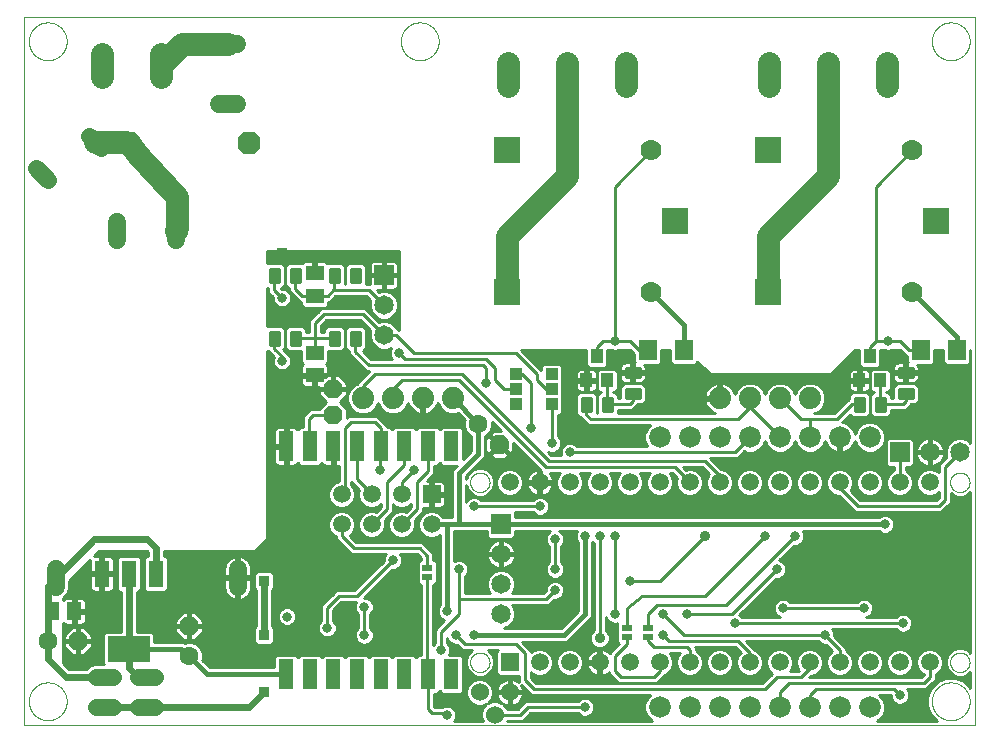
<source format=gbl>
G75*
%MOIN*%
%OFA0B0*%
%FSLAX25Y25*%
%IPPOS*%
%LPD*%
%AMOC8*
5,1,8,0,0,1.08239X$1,22.5*
%
%ADD10C,0.00000*%
%ADD11R,0.05937X0.05937*%
%ADD12C,0.05937*%
%ADD13C,0.01260*%
%ADD14C,0.06300*%
%ADD15R,0.05000X0.10000*%
%ADD16R,0.03500X0.02400*%
%ADD17OC8,0.06300*%
%ADD18R,0.08600X0.08600*%
%ADD19C,0.07000*%
%ADD20C,0.01000*%
%ADD21R,0.04000X0.04500*%
%ADD22C,0.07800*%
%ADD23R,0.06000X0.06600*%
%ADD24C,0.07200*%
%ADD25C,0.05937*%
%ADD26C,0.05600*%
%ADD27C,0.06000*%
%ADD28R,0.05118X0.05906*%
%ADD29R,0.05000X0.09000*%
%ADD30R,0.14000X0.08500*%
%ADD31C,0.07400*%
%ADD32OC8,0.07600*%
%ADD33C,0.06000*%
%ADD34R,0.05906X0.05118*%
%ADD35R,0.04000X0.04000*%
%ADD36R,0.06500X0.06500*%
%ADD37C,0.06500*%
%ADD38C,0.01600*%
%ADD39C,0.03169*%
%ADD40R,0.03562X0.03562*%
%ADD41C,0.02400*%
%ADD42C,0.07600*%
%ADD43C,0.03562*%
D10*
X0006435Y0031850D02*
X0323435Y0031850D01*
X0323435Y0267850D01*
X0006435Y0267850D01*
X0006435Y0031850D01*
X0008136Y0039850D02*
X0008138Y0040008D01*
X0008144Y0040166D01*
X0008154Y0040324D01*
X0008168Y0040482D01*
X0008186Y0040639D01*
X0008207Y0040796D01*
X0008233Y0040952D01*
X0008263Y0041108D01*
X0008296Y0041263D01*
X0008334Y0041416D01*
X0008375Y0041569D01*
X0008420Y0041721D01*
X0008469Y0041872D01*
X0008522Y0042021D01*
X0008578Y0042169D01*
X0008638Y0042315D01*
X0008702Y0042460D01*
X0008770Y0042603D01*
X0008841Y0042745D01*
X0008915Y0042885D01*
X0008993Y0043022D01*
X0009075Y0043158D01*
X0009159Y0043292D01*
X0009248Y0043423D01*
X0009339Y0043552D01*
X0009434Y0043679D01*
X0009531Y0043804D01*
X0009632Y0043926D01*
X0009736Y0044045D01*
X0009843Y0044162D01*
X0009953Y0044276D01*
X0010066Y0044387D01*
X0010181Y0044496D01*
X0010299Y0044601D01*
X0010420Y0044703D01*
X0010543Y0044803D01*
X0010669Y0044899D01*
X0010797Y0044992D01*
X0010927Y0045082D01*
X0011060Y0045168D01*
X0011195Y0045252D01*
X0011331Y0045331D01*
X0011470Y0045408D01*
X0011611Y0045480D01*
X0011753Y0045550D01*
X0011897Y0045615D01*
X0012043Y0045677D01*
X0012190Y0045735D01*
X0012339Y0045790D01*
X0012489Y0045841D01*
X0012640Y0045888D01*
X0012792Y0045931D01*
X0012945Y0045970D01*
X0013100Y0046006D01*
X0013255Y0046037D01*
X0013411Y0046065D01*
X0013567Y0046089D01*
X0013724Y0046109D01*
X0013882Y0046125D01*
X0014039Y0046137D01*
X0014198Y0046145D01*
X0014356Y0046149D01*
X0014514Y0046149D01*
X0014672Y0046145D01*
X0014831Y0046137D01*
X0014988Y0046125D01*
X0015146Y0046109D01*
X0015303Y0046089D01*
X0015459Y0046065D01*
X0015615Y0046037D01*
X0015770Y0046006D01*
X0015925Y0045970D01*
X0016078Y0045931D01*
X0016230Y0045888D01*
X0016381Y0045841D01*
X0016531Y0045790D01*
X0016680Y0045735D01*
X0016827Y0045677D01*
X0016973Y0045615D01*
X0017117Y0045550D01*
X0017259Y0045480D01*
X0017400Y0045408D01*
X0017539Y0045331D01*
X0017675Y0045252D01*
X0017810Y0045168D01*
X0017943Y0045082D01*
X0018073Y0044992D01*
X0018201Y0044899D01*
X0018327Y0044803D01*
X0018450Y0044703D01*
X0018571Y0044601D01*
X0018689Y0044496D01*
X0018804Y0044387D01*
X0018917Y0044276D01*
X0019027Y0044162D01*
X0019134Y0044045D01*
X0019238Y0043926D01*
X0019339Y0043804D01*
X0019436Y0043679D01*
X0019531Y0043552D01*
X0019622Y0043423D01*
X0019711Y0043292D01*
X0019795Y0043158D01*
X0019877Y0043022D01*
X0019955Y0042885D01*
X0020029Y0042745D01*
X0020100Y0042603D01*
X0020168Y0042460D01*
X0020232Y0042315D01*
X0020292Y0042169D01*
X0020348Y0042021D01*
X0020401Y0041872D01*
X0020450Y0041721D01*
X0020495Y0041569D01*
X0020536Y0041416D01*
X0020574Y0041263D01*
X0020607Y0041108D01*
X0020637Y0040952D01*
X0020663Y0040796D01*
X0020684Y0040639D01*
X0020702Y0040482D01*
X0020716Y0040324D01*
X0020726Y0040166D01*
X0020732Y0040008D01*
X0020734Y0039850D01*
X0020732Y0039692D01*
X0020726Y0039534D01*
X0020716Y0039376D01*
X0020702Y0039218D01*
X0020684Y0039061D01*
X0020663Y0038904D01*
X0020637Y0038748D01*
X0020607Y0038592D01*
X0020574Y0038437D01*
X0020536Y0038284D01*
X0020495Y0038131D01*
X0020450Y0037979D01*
X0020401Y0037828D01*
X0020348Y0037679D01*
X0020292Y0037531D01*
X0020232Y0037385D01*
X0020168Y0037240D01*
X0020100Y0037097D01*
X0020029Y0036955D01*
X0019955Y0036815D01*
X0019877Y0036678D01*
X0019795Y0036542D01*
X0019711Y0036408D01*
X0019622Y0036277D01*
X0019531Y0036148D01*
X0019436Y0036021D01*
X0019339Y0035896D01*
X0019238Y0035774D01*
X0019134Y0035655D01*
X0019027Y0035538D01*
X0018917Y0035424D01*
X0018804Y0035313D01*
X0018689Y0035204D01*
X0018571Y0035099D01*
X0018450Y0034997D01*
X0018327Y0034897D01*
X0018201Y0034801D01*
X0018073Y0034708D01*
X0017943Y0034618D01*
X0017810Y0034532D01*
X0017675Y0034448D01*
X0017539Y0034369D01*
X0017400Y0034292D01*
X0017259Y0034220D01*
X0017117Y0034150D01*
X0016973Y0034085D01*
X0016827Y0034023D01*
X0016680Y0033965D01*
X0016531Y0033910D01*
X0016381Y0033859D01*
X0016230Y0033812D01*
X0016078Y0033769D01*
X0015925Y0033730D01*
X0015770Y0033694D01*
X0015615Y0033663D01*
X0015459Y0033635D01*
X0015303Y0033611D01*
X0015146Y0033591D01*
X0014988Y0033575D01*
X0014831Y0033563D01*
X0014672Y0033555D01*
X0014514Y0033551D01*
X0014356Y0033551D01*
X0014198Y0033555D01*
X0014039Y0033563D01*
X0013882Y0033575D01*
X0013724Y0033591D01*
X0013567Y0033611D01*
X0013411Y0033635D01*
X0013255Y0033663D01*
X0013100Y0033694D01*
X0012945Y0033730D01*
X0012792Y0033769D01*
X0012640Y0033812D01*
X0012489Y0033859D01*
X0012339Y0033910D01*
X0012190Y0033965D01*
X0012043Y0034023D01*
X0011897Y0034085D01*
X0011753Y0034150D01*
X0011611Y0034220D01*
X0011470Y0034292D01*
X0011331Y0034369D01*
X0011195Y0034448D01*
X0011060Y0034532D01*
X0010927Y0034618D01*
X0010797Y0034708D01*
X0010669Y0034801D01*
X0010543Y0034897D01*
X0010420Y0034997D01*
X0010299Y0035099D01*
X0010181Y0035204D01*
X0010066Y0035313D01*
X0009953Y0035424D01*
X0009843Y0035538D01*
X0009736Y0035655D01*
X0009632Y0035774D01*
X0009531Y0035896D01*
X0009434Y0036021D01*
X0009339Y0036148D01*
X0009248Y0036277D01*
X0009159Y0036408D01*
X0009075Y0036542D01*
X0008993Y0036678D01*
X0008915Y0036815D01*
X0008841Y0036955D01*
X0008770Y0037097D01*
X0008702Y0037240D01*
X0008638Y0037385D01*
X0008578Y0037531D01*
X0008522Y0037679D01*
X0008469Y0037828D01*
X0008420Y0037979D01*
X0008375Y0038131D01*
X0008334Y0038284D01*
X0008296Y0038437D01*
X0008263Y0038592D01*
X0008233Y0038748D01*
X0008207Y0038904D01*
X0008186Y0039061D01*
X0008168Y0039218D01*
X0008154Y0039376D01*
X0008144Y0039534D01*
X0008138Y0039692D01*
X0008136Y0039850D01*
X0155185Y0052850D02*
X0155187Y0052963D01*
X0155193Y0053077D01*
X0155203Y0053190D01*
X0155217Y0053302D01*
X0155234Y0053414D01*
X0155256Y0053526D01*
X0155282Y0053636D01*
X0155311Y0053746D01*
X0155344Y0053854D01*
X0155381Y0053962D01*
X0155422Y0054067D01*
X0155466Y0054172D01*
X0155514Y0054275D01*
X0155565Y0054376D01*
X0155620Y0054475D01*
X0155679Y0054572D01*
X0155741Y0054667D01*
X0155806Y0054760D01*
X0155874Y0054851D01*
X0155945Y0054939D01*
X0156020Y0055025D01*
X0156097Y0055108D01*
X0156177Y0055188D01*
X0156260Y0055265D01*
X0156346Y0055340D01*
X0156434Y0055411D01*
X0156525Y0055479D01*
X0156618Y0055544D01*
X0156713Y0055606D01*
X0156810Y0055665D01*
X0156909Y0055720D01*
X0157010Y0055771D01*
X0157113Y0055819D01*
X0157218Y0055863D01*
X0157323Y0055904D01*
X0157431Y0055941D01*
X0157539Y0055974D01*
X0157649Y0056003D01*
X0157759Y0056029D01*
X0157871Y0056051D01*
X0157983Y0056068D01*
X0158095Y0056082D01*
X0158208Y0056092D01*
X0158322Y0056098D01*
X0158435Y0056100D01*
X0158548Y0056098D01*
X0158662Y0056092D01*
X0158775Y0056082D01*
X0158887Y0056068D01*
X0158999Y0056051D01*
X0159111Y0056029D01*
X0159221Y0056003D01*
X0159331Y0055974D01*
X0159439Y0055941D01*
X0159547Y0055904D01*
X0159652Y0055863D01*
X0159757Y0055819D01*
X0159860Y0055771D01*
X0159961Y0055720D01*
X0160060Y0055665D01*
X0160157Y0055606D01*
X0160252Y0055544D01*
X0160345Y0055479D01*
X0160436Y0055411D01*
X0160524Y0055340D01*
X0160610Y0055265D01*
X0160693Y0055188D01*
X0160773Y0055108D01*
X0160850Y0055025D01*
X0160925Y0054939D01*
X0160996Y0054851D01*
X0161064Y0054760D01*
X0161129Y0054667D01*
X0161191Y0054572D01*
X0161250Y0054475D01*
X0161305Y0054376D01*
X0161356Y0054275D01*
X0161404Y0054172D01*
X0161448Y0054067D01*
X0161489Y0053962D01*
X0161526Y0053854D01*
X0161559Y0053746D01*
X0161588Y0053636D01*
X0161614Y0053526D01*
X0161636Y0053414D01*
X0161653Y0053302D01*
X0161667Y0053190D01*
X0161677Y0053077D01*
X0161683Y0052963D01*
X0161685Y0052850D01*
X0161683Y0052737D01*
X0161677Y0052623D01*
X0161667Y0052510D01*
X0161653Y0052398D01*
X0161636Y0052286D01*
X0161614Y0052174D01*
X0161588Y0052064D01*
X0161559Y0051954D01*
X0161526Y0051846D01*
X0161489Y0051738D01*
X0161448Y0051633D01*
X0161404Y0051528D01*
X0161356Y0051425D01*
X0161305Y0051324D01*
X0161250Y0051225D01*
X0161191Y0051128D01*
X0161129Y0051033D01*
X0161064Y0050940D01*
X0160996Y0050849D01*
X0160925Y0050761D01*
X0160850Y0050675D01*
X0160773Y0050592D01*
X0160693Y0050512D01*
X0160610Y0050435D01*
X0160524Y0050360D01*
X0160436Y0050289D01*
X0160345Y0050221D01*
X0160252Y0050156D01*
X0160157Y0050094D01*
X0160060Y0050035D01*
X0159961Y0049980D01*
X0159860Y0049929D01*
X0159757Y0049881D01*
X0159652Y0049837D01*
X0159547Y0049796D01*
X0159439Y0049759D01*
X0159331Y0049726D01*
X0159221Y0049697D01*
X0159111Y0049671D01*
X0158999Y0049649D01*
X0158887Y0049632D01*
X0158775Y0049618D01*
X0158662Y0049608D01*
X0158548Y0049602D01*
X0158435Y0049600D01*
X0158322Y0049602D01*
X0158208Y0049608D01*
X0158095Y0049618D01*
X0157983Y0049632D01*
X0157871Y0049649D01*
X0157759Y0049671D01*
X0157649Y0049697D01*
X0157539Y0049726D01*
X0157431Y0049759D01*
X0157323Y0049796D01*
X0157218Y0049837D01*
X0157113Y0049881D01*
X0157010Y0049929D01*
X0156909Y0049980D01*
X0156810Y0050035D01*
X0156713Y0050094D01*
X0156618Y0050156D01*
X0156525Y0050221D01*
X0156434Y0050289D01*
X0156346Y0050360D01*
X0156260Y0050435D01*
X0156177Y0050512D01*
X0156097Y0050592D01*
X0156020Y0050675D01*
X0155945Y0050761D01*
X0155874Y0050849D01*
X0155806Y0050940D01*
X0155741Y0051033D01*
X0155679Y0051128D01*
X0155620Y0051225D01*
X0155565Y0051324D01*
X0155514Y0051425D01*
X0155466Y0051528D01*
X0155422Y0051633D01*
X0155381Y0051738D01*
X0155344Y0051846D01*
X0155311Y0051954D01*
X0155282Y0052064D01*
X0155256Y0052174D01*
X0155234Y0052286D01*
X0155217Y0052398D01*
X0155203Y0052510D01*
X0155193Y0052623D01*
X0155187Y0052737D01*
X0155185Y0052850D01*
X0155185Y0112850D02*
X0155187Y0112963D01*
X0155193Y0113077D01*
X0155203Y0113190D01*
X0155217Y0113302D01*
X0155234Y0113414D01*
X0155256Y0113526D01*
X0155282Y0113636D01*
X0155311Y0113746D01*
X0155344Y0113854D01*
X0155381Y0113962D01*
X0155422Y0114067D01*
X0155466Y0114172D01*
X0155514Y0114275D01*
X0155565Y0114376D01*
X0155620Y0114475D01*
X0155679Y0114572D01*
X0155741Y0114667D01*
X0155806Y0114760D01*
X0155874Y0114851D01*
X0155945Y0114939D01*
X0156020Y0115025D01*
X0156097Y0115108D01*
X0156177Y0115188D01*
X0156260Y0115265D01*
X0156346Y0115340D01*
X0156434Y0115411D01*
X0156525Y0115479D01*
X0156618Y0115544D01*
X0156713Y0115606D01*
X0156810Y0115665D01*
X0156909Y0115720D01*
X0157010Y0115771D01*
X0157113Y0115819D01*
X0157218Y0115863D01*
X0157323Y0115904D01*
X0157431Y0115941D01*
X0157539Y0115974D01*
X0157649Y0116003D01*
X0157759Y0116029D01*
X0157871Y0116051D01*
X0157983Y0116068D01*
X0158095Y0116082D01*
X0158208Y0116092D01*
X0158322Y0116098D01*
X0158435Y0116100D01*
X0158548Y0116098D01*
X0158662Y0116092D01*
X0158775Y0116082D01*
X0158887Y0116068D01*
X0158999Y0116051D01*
X0159111Y0116029D01*
X0159221Y0116003D01*
X0159331Y0115974D01*
X0159439Y0115941D01*
X0159547Y0115904D01*
X0159652Y0115863D01*
X0159757Y0115819D01*
X0159860Y0115771D01*
X0159961Y0115720D01*
X0160060Y0115665D01*
X0160157Y0115606D01*
X0160252Y0115544D01*
X0160345Y0115479D01*
X0160436Y0115411D01*
X0160524Y0115340D01*
X0160610Y0115265D01*
X0160693Y0115188D01*
X0160773Y0115108D01*
X0160850Y0115025D01*
X0160925Y0114939D01*
X0160996Y0114851D01*
X0161064Y0114760D01*
X0161129Y0114667D01*
X0161191Y0114572D01*
X0161250Y0114475D01*
X0161305Y0114376D01*
X0161356Y0114275D01*
X0161404Y0114172D01*
X0161448Y0114067D01*
X0161489Y0113962D01*
X0161526Y0113854D01*
X0161559Y0113746D01*
X0161588Y0113636D01*
X0161614Y0113526D01*
X0161636Y0113414D01*
X0161653Y0113302D01*
X0161667Y0113190D01*
X0161677Y0113077D01*
X0161683Y0112963D01*
X0161685Y0112850D01*
X0161683Y0112737D01*
X0161677Y0112623D01*
X0161667Y0112510D01*
X0161653Y0112398D01*
X0161636Y0112286D01*
X0161614Y0112174D01*
X0161588Y0112064D01*
X0161559Y0111954D01*
X0161526Y0111846D01*
X0161489Y0111738D01*
X0161448Y0111633D01*
X0161404Y0111528D01*
X0161356Y0111425D01*
X0161305Y0111324D01*
X0161250Y0111225D01*
X0161191Y0111128D01*
X0161129Y0111033D01*
X0161064Y0110940D01*
X0160996Y0110849D01*
X0160925Y0110761D01*
X0160850Y0110675D01*
X0160773Y0110592D01*
X0160693Y0110512D01*
X0160610Y0110435D01*
X0160524Y0110360D01*
X0160436Y0110289D01*
X0160345Y0110221D01*
X0160252Y0110156D01*
X0160157Y0110094D01*
X0160060Y0110035D01*
X0159961Y0109980D01*
X0159860Y0109929D01*
X0159757Y0109881D01*
X0159652Y0109837D01*
X0159547Y0109796D01*
X0159439Y0109759D01*
X0159331Y0109726D01*
X0159221Y0109697D01*
X0159111Y0109671D01*
X0158999Y0109649D01*
X0158887Y0109632D01*
X0158775Y0109618D01*
X0158662Y0109608D01*
X0158548Y0109602D01*
X0158435Y0109600D01*
X0158322Y0109602D01*
X0158208Y0109608D01*
X0158095Y0109618D01*
X0157983Y0109632D01*
X0157871Y0109649D01*
X0157759Y0109671D01*
X0157649Y0109697D01*
X0157539Y0109726D01*
X0157431Y0109759D01*
X0157323Y0109796D01*
X0157218Y0109837D01*
X0157113Y0109881D01*
X0157010Y0109929D01*
X0156909Y0109980D01*
X0156810Y0110035D01*
X0156713Y0110094D01*
X0156618Y0110156D01*
X0156525Y0110221D01*
X0156434Y0110289D01*
X0156346Y0110360D01*
X0156260Y0110435D01*
X0156177Y0110512D01*
X0156097Y0110592D01*
X0156020Y0110675D01*
X0155945Y0110761D01*
X0155874Y0110849D01*
X0155806Y0110940D01*
X0155741Y0111033D01*
X0155679Y0111128D01*
X0155620Y0111225D01*
X0155565Y0111324D01*
X0155514Y0111425D01*
X0155466Y0111528D01*
X0155422Y0111633D01*
X0155381Y0111738D01*
X0155344Y0111846D01*
X0155311Y0111954D01*
X0155282Y0112064D01*
X0155256Y0112174D01*
X0155234Y0112286D01*
X0155217Y0112398D01*
X0155203Y0112510D01*
X0155193Y0112623D01*
X0155187Y0112737D01*
X0155185Y0112850D01*
X0309136Y0039850D02*
X0309138Y0040008D01*
X0309144Y0040166D01*
X0309154Y0040324D01*
X0309168Y0040482D01*
X0309186Y0040639D01*
X0309207Y0040796D01*
X0309233Y0040952D01*
X0309263Y0041108D01*
X0309296Y0041263D01*
X0309334Y0041416D01*
X0309375Y0041569D01*
X0309420Y0041721D01*
X0309469Y0041872D01*
X0309522Y0042021D01*
X0309578Y0042169D01*
X0309638Y0042315D01*
X0309702Y0042460D01*
X0309770Y0042603D01*
X0309841Y0042745D01*
X0309915Y0042885D01*
X0309993Y0043022D01*
X0310075Y0043158D01*
X0310159Y0043292D01*
X0310248Y0043423D01*
X0310339Y0043552D01*
X0310434Y0043679D01*
X0310531Y0043804D01*
X0310632Y0043926D01*
X0310736Y0044045D01*
X0310843Y0044162D01*
X0310953Y0044276D01*
X0311066Y0044387D01*
X0311181Y0044496D01*
X0311299Y0044601D01*
X0311420Y0044703D01*
X0311543Y0044803D01*
X0311669Y0044899D01*
X0311797Y0044992D01*
X0311927Y0045082D01*
X0312060Y0045168D01*
X0312195Y0045252D01*
X0312331Y0045331D01*
X0312470Y0045408D01*
X0312611Y0045480D01*
X0312753Y0045550D01*
X0312897Y0045615D01*
X0313043Y0045677D01*
X0313190Y0045735D01*
X0313339Y0045790D01*
X0313489Y0045841D01*
X0313640Y0045888D01*
X0313792Y0045931D01*
X0313945Y0045970D01*
X0314100Y0046006D01*
X0314255Y0046037D01*
X0314411Y0046065D01*
X0314567Y0046089D01*
X0314724Y0046109D01*
X0314882Y0046125D01*
X0315039Y0046137D01*
X0315198Y0046145D01*
X0315356Y0046149D01*
X0315514Y0046149D01*
X0315672Y0046145D01*
X0315831Y0046137D01*
X0315988Y0046125D01*
X0316146Y0046109D01*
X0316303Y0046089D01*
X0316459Y0046065D01*
X0316615Y0046037D01*
X0316770Y0046006D01*
X0316925Y0045970D01*
X0317078Y0045931D01*
X0317230Y0045888D01*
X0317381Y0045841D01*
X0317531Y0045790D01*
X0317680Y0045735D01*
X0317827Y0045677D01*
X0317973Y0045615D01*
X0318117Y0045550D01*
X0318259Y0045480D01*
X0318400Y0045408D01*
X0318539Y0045331D01*
X0318675Y0045252D01*
X0318810Y0045168D01*
X0318943Y0045082D01*
X0319073Y0044992D01*
X0319201Y0044899D01*
X0319327Y0044803D01*
X0319450Y0044703D01*
X0319571Y0044601D01*
X0319689Y0044496D01*
X0319804Y0044387D01*
X0319917Y0044276D01*
X0320027Y0044162D01*
X0320134Y0044045D01*
X0320238Y0043926D01*
X0320339Y0043804D01*
X0320436Y0043679D01*
X0320531Y0043552D01*
X0320622Y0043423D01*
X0320711Y0043292D01*
X0320795Y0043158D01*
X0320877Y0043022D01*
X0320955Y0042885D01*
X0321029Y0042745D01*
X0321100Y0042603D01*
X0321168Y0042460D01*
X0321232Y0042315D01*
X0321292Y0042169D01*
X0321348Y0042021D01*
X0321401Y0041872D01*
X0321450Y0041721D01*
X0321495Y0041569D01*
X0321536Y0041416D01*
X0321574Y0041263D01*
X0321607Y0041108D01*
X0321637Y0040952D01*
X0321663Y0040796D01*
X0321684Y0040639D01*
X0321702Y0040482D01*
X0321716Y0040324D01*
X0321726Y0040166D01*
X0321732Y0040008D01*
X0321734Y0039850D01*
X0321732Y0039692D01*
X0321726Y0039534D01*
X0321716Y0039376D01*
X0321702Y0039218D01*
X0321684Y0039061D01*
X0321663Y0038904D01*
X0321637Y0038748D01*
X0321607Y0038592D01*
X0321574Y0038437D01*
X0321536Y0038284D01*
X0321495Y0038131D01*
X0321450Y0037979D01*
X0321401Y0037828D01*
X0321348Y0037679D01*
X0321292Y0037531D01*
X0321232Y0037385D01*
X0321168Y0037240D01*
X0321100Y0037097D01*
X0321029Y0036955D01*
X0320955Y0036815D01*
X0320877Y0036678D01*
X0320795Y0036542D01*
X0320711Y0036408D01*
X0320622Y0036277D01*
X0320531Y0036148D01*
X0320436Y0036021D01*
X0320339Y0035896D01*
X0320238Y0035774D01*
X0320134Y0035655D01*
X0320027Y0035538D01*
X0319917Y0035424D01*
X0319804Y0035313D01*
X0319689Y0035204D01*
X0319571Y0035099D01*
X0319450Y0034997D01*
X0319327Y0034897D01*
X0319201Y0034801D01*
X0319073Y0034708D01*
X0318943Y0034618D01*
X0318810Y0034532D01*
X0318675Y0034448D01*
X0318539Y0034369D01*
X0318400Y0034292D01*
X0318259Y0034220D01*
X0318117Y0034150D01*
X0317973Y0034085D01*
X0317827Y0034023D01*
X0317680Y0033965D01*
X0317531Y0033910D01*
X0317381Y0033859D01*
X0317230Y0033812D01*
X0317078Y0033769D01*
X0316925Y0033730D01*
X0316770Y0033694D01*
X0316615Y0033663D01*
X0316459Y0033635D01*
X0316303Y0033611D01*
X0316146Y0033591D01*
X0315988Y0033575D01*
X0315831Y0033563D01*
X0315672Y0033555D01*
X0315514Y0033551D01*
X0315356Y0033551D01*
X0315198Y0033555D01*
X0315039Y0033563D01*
X0314882Y0033575D01*
X0314724Y0033591D01*
X0314567Y0033611D01*
X0314411Y0033635D01*
X0314255Y0033663D01*
X0314100Y0033694D01*
X0313945Y0033730D01*
X0313792Y0033769D01*
X0313640Y0033812D01*
X0313489Y0033859D01*
X0313339Y0033910D01*
X0313190Y0033965D01*
X0313043Y0034023D01*
X0312897Y0034085D01*
X0312753Y0034150D01*
X0312611Y0034220D01*
X0312470Y0034292D01*
X0312331Y0034369D01*
X0312195Y0034448D01*
X0312060Y0034532D01*
X0311927Y0034618D01*
X0311797Y0034708D01*
X0311669Y0034801D01*
X0311543Y0034897D01*
X0311420Y0034997D01*
X0311299Y0035099D01*
X0311181Y0035204D01*
X0311066Y0035313D01*
X0310953Y0035424D01*
X0310843Y0035538D01*
X0310736Y0035655D01*
X0310632Y0035774D01*
X0310531Y0035896D01*
X0310434Y0036021D01*
X0310339Y0036148D01*
X0310248Y0036277D01*
X0310159Y0036408D01*
X0310075Y0036542D01*
X0309993Y0036678D01*
X0309915Y0036815D01*
X0309841Y0036955D01*
X0309770Y0037097D01*
X0309702Y0037240D01*
X0309638Y0037385D01*
X0309578Y0037531D01*
X0309522Y0037679D01*
X0309469Y0037828D01*
X0309420Y0037979D01*
X0309375Y0038131D01*
X0309334Y0038284D01*
X0309296Y0038437D01*
X0309263Y0038592D01*
X0309233Y0038748D01*
X0309207Y0038904D01*
X0309186Y0039061D01*
X0309168Y0039218D01*
X0309154Y0039376D01*
X0309144Y0039534D01*
X0309138Y0039692D01*
X0309136Y0039850D01*
X0315185Y0052850D02*
X0315187Y0052963D01*
X0315193Y0053077D01*
X0315203Y0053190D01*
X0315217Y0053302D01*
X0315234Y0053414D01*
X0315256Y0053526D01*
X0315282Y0053636D01*
X0315311Y0053746D01*
X0315344Y0053854D01*
X0315381Y0053962D01*
X0315422Y0054067D01*
X0315466Y0054172D01*
X0315514Y0054275D01*
X0315565Y0054376D01*
X0315620Y0054475D01*
X0315679Y0054572D01*
X0315741Y0054667D01*
X0315806Y0054760D01*
X0315874Y0054851D01*
X0315945Y0054939D01*
X0316020Y0055025D01*
X0316097Y0055108D01*
X0316177Y0055188D01*
X0316260Y0055265D01*
X0316346Y0055340D01*
X0316434Y0055411D01*
X0316525Y0055479D01*
X0316618Y0055544D01*
X0316713Y0055606D01*
X0316810Y0055665D01*
X0316909Y0055720D01*
X0317010Y0055771D01*
X0317113Y0055819D01*
X0317218Y0055863D01*
X0317323Y0055904D01*
X0317431Y0055941D01*
X0317539Y0055974D01*
X0317649Y0056003D01*
X0317759Y0056029D01*
X0317871Y0056051D01*
X0317983Y0056068D01*
X0318095Y0056082D01*
X0318208Y0056092D01*
X0318322Y0056098D01*
X0318435Y0056100D01*
X0318548Y0056098D01*
X0318662Y0056092D01*
X0318775Y0056082D01*
X0318887Y0056068D01*
X0318999Y0056051D01*
X0319111Y0056029D01*
X0319221Y0056003D01*
X0319331Y0055974D01*
X0319439Y0055941D01*
X0319547Y0055904D01*
X0319652Y0055863D01*
X0319757Y0055819D01*
X0319860Y0055771D01*
X0319961Y0055720D01*
X0320060Y0055665D01*
X0320157Y0055606D01*
X0320252Y0055544D01*
X0320345Y0055479D01*
X0320436Y0055411D01*
X0320524Y0055340D01*
X0320610Y0055265D01*
X0320693Y0055188D01*
X0320773Y0055108D01*
X0320850Y0055025D01*
X0320925Y0054939D01*
X0320996Y0054851D01*
X0321064Y0054760D01*
X0321129Y0054667D01*
X0321191Y0054572D01*
X0321250Y0054475D01*
X0321305Y0054376D01*
X0321356Y0054275D01*
X0321404Y0054172D01*
X0321448Y0054067D01*
X0321489Y0053962D01*
X0321526Y0053854D01*
X0321559Y0053746D01*
X0321588Y0053636D01*
X0321614Y0053526D01*
X0321636Y0053414D01*
X0321653Y0053302D01*
X0321667Y0053190D01*
X0321677Y0053077D01*
X0321683Y0052963D01*
X0321685Y0052850D01*
X0321683Y0052737D01*
X0321677Y0052623D01*
X0321667Y0052510D01*
X0321653Y0052398D01*
X0321636Y0052286D01*
X0321614Y0052174D01*
X0321588Y0052064D01*
X0321559Y0051954D01*
X0321526Y0051846D01*
X0321489Y0051738D01*
X0321448Y0051633D01*
X0321404Y0051528D01*
X0321356Y0051425D01*
X0321305Y0051324D01*
X0321250Y0051225D01*
X0321191Y0051128D01*
X0321129Y0051033D01*
X0321064Y0050940D01*
X0320996Y0050849D01*
X0320925Y0050761D01*
X0320850Y0050675D01*
X0320773Y0050592D01*
X0320693Y0050512D01*
X0320610Y0050435D01*
X0320524Y0050360D01*
X0320436Y0050289D01*
X0320345Y0050221D01*
X0320252Y0050156D01*
X0320157Y0050094D01*
X0320060Y0050035D01*
X0319961Y0049980D01*
X0319860Y0049929D01*
X0319757Y0049881D01*
X0319652Y0049837D01*
X0319547Y0049796D01*
X0319439Y0049759D01*
X0319331Y0049726D01*
X0319221Y0049697D01*
X0319111Y0049671D01*
X0318999Y0049649D01*
X0318887Y0049632D01*
X0318775Y0049618D01*
X0318662Y0049608D01*
X0318548Y0049602D01*
X0318435Y0049600D01*
X0318322Y0049602D01*
X0318208Y0049608D01*
X0318095Y0049618D01*
X0317983Y0049632D01*
X0317871Y0049649D01*
X0317759Y0049671D01*
X0317649Y0049697D01*
X0317539Y0049726D01*
X0317431Y0049759D01*
X0317323Y0049796D01*
X0317218Y0049837D01*
X0317113Y0049881D01*
X0317010Y0049929D01*
X0316909Y0049980D01*
X0316810Y0050035D01*
X0316713Y0050094D01*
X0316618Y0050156D01*
X0316525Y0050221D01*
X0316434Y0050289D01*
X0316346Y0050360D01*
X0316260Y0050435D01*
X0316177Y0050512D01*
X0316097Y0050592D01*
X0316020Y0050675D01*
X0315945Y0050761D01*
X0315874Y0050849D01*
X0315806Y0050940D01*
X0315741Y0051033D01*
X0315679Y0051128D01*
X0315620Y0051225D01*
X0315565Y0051324D01*
X0315514Y0051425D01*
X0315466Y0051528D01*
X0315422Y0051633D01*
X0315381Y0051738D01*
X0315344Y0051846D01*
X0315311Y0051954D01*
X0315282Y0052064D01*
X0315256Y0052174D01*
X0315234Y0052286D01*
X0315217Y0052398D01*
X0315203Y0052510D01*
X0315193Y0052623D01*
X0315187Y0052737D01*
X0315185Y0052850D01*
X0315185Y0112850D02*
X0315187Y0112963D01*
X0315193Y0113077D01*
X0315203Y0113190D01*
X0315217Y0113302D01*
X0315234Y0113414D01*
X0315256Y0113526D01*
X0315282Y0113636D01*
X0315311Y0113746D01*
X0315344Y0113854D01*
X0315381Y0113962D01*
X0315422Y0114067D01*
X0315466Y0114172D01*
X0315514Y0114275D01*
X0315565Y0114376D01*
X0315620Y0114475D01*
X0315679Y0114572D01*
X0315741Y0114667D01*
X0315806Y0114760D01*
X0315874Y0114851D01*
X0315945Y0114939D01*
X0316020Y0115025D01*
X0316097Y0115108D01*
X0316177Y0115188D01*
X0316260Y0115265D01*
X0316346Y0115340D01*
X0316434Y0115411D01*
X0316525Y0115479D01*
X0316618Y0115544D01*
X0316713Y0115606D01*
X0316810Y0115665D01*
X0316909Y0115720D01*
X0317010Y0115771D01*
X0317113Y0115819D01*
X0317218Y0115863D01*
X0317323Y0115904D01*
X0317431Y0115941D01*
X0317539Y0115974D01*
X0317649Y0116003D01*
X0317759Y0116029D01*
X0317871Y0116051D01*
X0317983Y0116068D01*
X0318095Y0116082D01*
X0318208Y0116092D01*
X0318322Y0116098D01*
X0318435Y0116100D01*
X0318548Y0116098D01*
X0318662Y0116092D01*
X0318775Y0116082D01*
X0318887Y0116068D01*
X0318999Y0116051D01*
X0319111Y0116029D01*
X0319221Y0116003D01*
X0319331Y0115974D01*
X0319439Y0115941D01*
X0319547Y0115904D01*
X0319652Y0115863D01*
X0319757Y0115819D01*
X0319860Y0115771D01*
X0319961Y0115720D01*
X0320060Y0115665D01*
X0320157Y0115606D01*
X0320252Y0115544D01*
X0320345Y0115479D01*
X0320436Y0115411D01*
X0320524Y0115340D01*
X0320610Y0115265D01*
X0320693Y0115188D01*
X0320773Y0115108D01*
X0320850Y0115025D01*
X0320925Y0114939D01*
X0320996Y0114851D01*
X0321064Y0114760D01*
X0321129Y0114667D01*
X0321191Y0114572D01*
X0321250Y0114475D01*
X0321305Y0114376D01*
X0321356Y0114275D01*
X0321404Y0114172D01*
X0321448Y0114067D01*
X0321489Y0113962D01*
X0321526Y0113854D01*
X0321559Y0113746D01*
X0321588Y0113636D01*
X0321614Y0113526D01*
X0321636Y0113414D01*
X0321653Y0113302D01*
X0321667Y0113190D01*
X0321677Y0113077D01*
X0321683Y0112963D01*
X0321685Y0112850D01*
X0321683Y0112737D01*
X0321677Y0112623D01*
X0321667Y0112510D01*
X0321653Y0112398D01*
X0321636Y0112286D01*
X0321614Y0112174D01*
X0321588Y0112064D01*
X0321559Y0111954D01*
X0321526Y0111846D01*
X0321489Y0111738D01*
X0321448Y0111633D01*
X0321404Y0111528D01*
X0321356Y0111425D01*
X0321305Y0111324D01*
X0321250Y0111225D01*
X0321191Y0111128D01*
X0321129Y0111033D01*
X0321064Y0110940D01*
X0320996Y0110849D01*
X0320925Y0110761D01*
X0320850Y0110675D01*
X0320773Y0110592D01*
X0320693Y0110512D01*
X0320610Y0110435D01*
X0320524Y0110360D01*
X0320436Y0110289D01*
X0320345Y0110221D01*
X0320252Y0110156D01*
X0320157Y0110094D01*
X0320060Y0110035D01*
X0319961Y0109980D01*
X0319860Y0109929D01*
X0319757Y0109881D01*
X0319652Y0109837D01*
X0319547Y0109796D01*
X0319439Y0109759D01*
X0319331Y0109726D01*
X0319221Y0109697D01*
X0319111Y0109671D01*
X0318999Y0109649D01*
X0318887Y0109632D01*
X0318775Y0109618D01*
X0318662Y0109608D01*
X0318548Y0109602D01*
X0318435Y0109600D01*
X0318322Y0109602D01*
X0318208Y0109608D01*
X0318095Y0109618D01*
X0317983Y0109632D01*
X0317871Y0109649D01*
X0317759Y0109671D01*
X0317649Y0109697D01*
X0317539Y0109726D01*
X0317431Y0109759D01*
X0317323Y0109796D01*
X0317218Y0109837D01*
X0317113Y0109881D01*
X0317010Y0109929D01*
X0316909Y0109980D01*
X0316810Y0110035D01*
X0316713Y0110094D01*
X0316618Y0110156D01*
X0316525Y0110221D01*
X0316434Y0110289D01*
X0316346Y0110360D01*
X0316260Y0110435D01*
X0316177Y0110512D01*
X0316097Y0110592D01*
X0316020Y0110675D01*
X0315945Y0110761D01*
X0315874Y0110849D01*
X0315806Y0110940D01*
X0315741Y0111033D01*
X0315679Y0111128D01*
X0315620Y0111225D01*
X0315565Y0111324D01*
X0315514Y0111425D01*
X0315466Y0111528D01*
X0315422Y0111633D01*
X0315381Y0111738D01*
X0315344Y0111846D01*
X0315311Y0111954D01*
X0315282Y0112064D01*
X0315256Y0112174D01*
X0315234Y0112286D01*
X0315217Y0112398D01*
X0315203Y0112510D01*
X0315193Y0112623D01*
X0315187Y0112737D01*
X0315185Y0112850D01*
X0309136Y0259850D02*
X0309138Y0260008D01*
X0309144Y0260166D01*
X0309154Y0260324D01*
X0309168Y0260482D01*
X0309186Y0260639D01*
X0309207Y0260796D01*
X0309233Y0260952D01*
X0309263Y0261108D01*
X0309296Y0261263D01*
X0309334Y0261416D01*
X0309375Y0261569D01*
X0309420Y0261721D01*
X0309469Y0261872D01*
X0309522Y0262021D01*
X0309578Y0262169D01*
X0309638Y0262315D01*
X0309702Y0262460D01*
X0309770Y0262603D01*
X0309841Y0262745D01*
X0309915Y0262885D01*
X0309993Y0263022D01*
X0310075Y0263158D01*
X0310159Y0263292D01*
X0310248Y0263423D01*
X0310339Y0263552D01*
X0310434Y0263679D01*
X0310531Y0263804D01*
X0310632Y0263926D01*
X0310736Y0264045D01*
X0310843Y0264162D01*
X0310953Y0264276D01*
X0311066Y0264387D01*
X0311181Y0264496D01*
X0311299Y0264601D01*
X0311420Y0264703D01*
X0311543Y0264803D01*
X0311669Y0264899D01*
X0311797Y0264992D01*
X0311927Y0265082D01*
X0312060Y0265168D01*
X0312195Y0265252D01*
X0312331Y0265331D01*
X0312470Y0265408D01*
X0312611Y0265480D01*
X0312753Y0265550D01*
X0312897Y0265615D01*
X0313043Y0265677D01*
X0313190Y0265735D01*
X0313339Y0265790D01*
X0313489Y0265841D01*
X0313640Y0265888D01*
X0313792Y0265931D01*
X0313945Y0265970D01*
X0314100Y0266006D01*
X0314255Y0266037D01*
X0314411Y0266065D01*
X0314567Y0266089D01*
X0314724Y0266109D01*
X0314882Y0266125D01*
X0315039Y0266137D01*
X0315198Y0266145D01*
X0315356Y0266149D01*
X0315514Y0266149D01*
X0315672Y0266145D01*
X0315831Y0266137D01*
X0315988Y0266125D01*
X0316146Y0266109D01*
X0316303Y0266089D01*
X0316459Y0266065D01*
X0316615Y0266037D01*
X0316770Y0266006D01*
X0316925Y0265970D01*
X0317078Y0265931D01*
X0317230Y0265888D01*
X0317381Y0265841D01*
X0317531Y0265790D01*
X0317680Y0265735D01*
X0317827Y0265677D01*
X0317973Y0265615D01*
X0318117Y0265550D01*
X0318259Y0265480D01*
X0318400Y0265408D01*
X0318539Y0265331D01*
X0318675Y0265252D01*
X0318810Y0265168D01*
X0318943Y0265082D01*
X0319073Y0264992D01*
X0319201Y0264899D01*
X0319327Y0264803D01*
X0319450Y0264703D01*
X0319571Y0264601D01*
X0319689Y0264496D01*
X0319804Y0264387D01*
X0319917Y0264276D01*
X0320027Y0264162D01*
X0320134Y0264045D01*
X0320238Y0263926D01*
X0320339Y0263804D01*
X0320436Y0263679D01*
X0320531Y0263552D01*
X0320622Y0263423D01*
X0320711Y0263292D01*
X0320795Y0263158D01*
X0320877Y0263022D01*
X0320955Y0262885D01*
X0321029Y0262745D01*
X0321100Y0262603D01*
X0321168Y0262460D01*
X0321232Y0262315D01*
X0321292Y0262169D01*
X0321348Y0262021D01*
X0321401Y0261872D01*
X0321450Y0261721D01*
X0321495Y0261569D01*
X0321536Y0261416D01*
X0321574Y0261263D01*
X0321607Y0261108D01*
X0321637Y0260952D01*
X0321663Y0260796D01*
X0321684Y0260639D01*
X0321702Y0260482D01*
X0321716Y0260324D01*
X0321726Y0260166D01*
X0321732Y0260008D01*
X0321734Y0259850D01*
X0321732Y0259692D01*
X0321726Y0259534D01*
X0321716Y0259376D01*
X0321702Y0259218D01*
X0321684Y0259061D01*
X0321663Y0258904D01*
X0321637Y0258748D01*
X0321607Y0258592D01*
X0321574Y0258437D01*
X0321536Y0258284D01*
X0321495Y0258131D01*
X0321450Y0257979D01*
X0321401Y0257828D01*
X0321348Y0257679D01*
X0321292Y0257531D01*
X0321232Y0257385D01*
X0321168Y0257240D01*
X0321100Y0257097D01*
X0321029Y0256955D01*
X0320955Y0256815D01*
X0320877Y0256678D01*
X0320795Y0256542D01*
X0320711Y0256408D01*
X0320622Y0256277D01*
X0320531Y0256148D01*
X0320436Y0256021D01*
X0320339Y0255896D01*
X0320238Y0255774D01*
X0320134Y0255655D01*
X0320027Y0255538D01*
X0319917Y0255424D01*
X0319804Y0255313D01*
X0319689Y0255204D01*
X0319571Y0255099D01*
X0319450Y0254997D01*
X0319327Y0254897D01*
X0319201Y0254801D01*
X0319073Y0254708D01*
X0318943Y0254618D01*
X0318810Y0254532D01*
X0318675Y0254448D01*
X0318539Y0254369D01*
X0318400Y0254292D01*
X0318259Y0254220D01*
X0318117Y0254150D01*
X0317973Y0254085D01*
X0317827Y0254023D01*
X0317680Y0253965D01*
X0317531Y0253910D01*
X0317381Y0253859D01*
X0317230Y0253812D01*
X0317078Y0253769D01*
X0316925Y0253730D01*
X0316770Y0253694D01*
X0316615Y0253663D01*
X0316459Y0253635D01*
X0316303Y0253611D01*
X0316146Y0253591D01*
X0315988Y0253575D01*
X0315831Y0253563D01*
X0315672Y0253555D01*
X0315514Y0253551D01*
X0315356Y0253551D01*
X0315198Y0253555D01*
X0315039Y0253563D01*
X0314882Y0253575D01*
X0314724Y0253591D01*
X0314567Y0253611D01*
X0314411Y0253635D01*
X0314255Y0253663D01*
X0314100Y0253694D01*
X0313945Y0253730D01*
X0313792Y0253769D01*
X0313640Y0253812D01*
X0313489Y0253859D01*
X0313339Y0253910D01*
X0313190Y0253965D01*
X0313043Y0254023D01*
X0312897Y0254085D01*
X0312753Y0254150D01*
X0312611Y0254220D01*
X0312470Y0254292D01*
X0312331Y0254369D01*
X0312195Y0254448D01*
X0312060Y0254532D01*
X0311927Y0254618D01*
X0311797Y0254708D01*
X0311669Y0254801D01*
X0311543Y0254897D01*
X0311420Y0254997D01*
X0311299Y0255099D01*
X0311181Y0255204D01*
X0311066Y0255313D01*
X0310953Y0255424D01*
X0310843Y0255538D01*
X0310736Y0255655D01*
X0310632Y0255774D01*
X0310531Y0255896D01*
X0310434Y0256021D01*
X0310339Y0256148D01*
X0310248Y0256277D01*
X0310159Y0256408D01*
X0310075Y0256542D01*
X0309993Y0256678D01*
X0309915Y0256815D01*
X0309841Y0256955D01*
X0309770Y0257097D01*
X0309702Y0257240D01*
X0309638Y0257385D01*
X0309578Y0257531D01*
X0309522Y0257679D01*
X0309469Y0257828D01*
X0309420Y0257979D01*
X0309375Y0258131D01*
X0309334Y0258284D01*
X0309296Y0258437D01*
X0309263Y0258592D01*
X0309233Y0258748D01*
X0309207Y0258904D01*
X0309186Y0259061D01*
X0309168Y0259218D01*
X0309154Y0259376D01*
X0309144Y0259534D01*
X0309138Y0259692D01*
X0309136Y0259850D01*
X0132136Y0259850D02*
X0132138Y0260008D01*
X0132144Y0260166D01*
X0132154Y0260324D01*
X0132168Y0260482D01*
X0132186Y0260639D01*
X0132207Y0260796D01*
X0132233Y0260952D01*
X0132263Y0261108D01*
X0132296Y0261263D01*
X0132334Y0261416D01*
X0132375Y0261569D01*
X0132420Y0261721D01*
X0132469Y0261872D01*
X0132522Y0262021D01*
X0132578Y0262169D01*
X0132638Y0262315D01*
X0132702Y0262460D01*
X0132770Y0262603D01*
X0132841Y0262745D01*
X0132915Y0262885D01*
X0132993Y0263022D01*
X0133075Y0263158D01*
X0133159Y0263292D01*
X0133248Y0263423D01*
X0133339Y0263552D01*
X0133434Y0263679D01*
X0133531Y0263804D01*
X0133632Y0263926D01*
X0133736Y0264045D01*
X0133843Y0264162D01*
X0133953Y0264276D01*
X0134066Y0264387D01*
X0134181Y0264496D01*
X0134299Y0264601D01*
X0134420Y0264703D01*
X0134543Y0264803D01*
X0134669Y0264899D01*
X0134797Y0264992D01*
X0134927Y0265082D01*
X0135060Y0265168D01*
X0135195Y0265252D01*
X0135331Y0265331D01*
X0135470Y0265408D01*
X0135611Y0265480D01*
X0135753Y0265550D01*
X0135897Y0265615D01*
X0136043Y0265677D01*
X0136190Y0265735D01*
X0136339Y0265790D01*
X0136489Y0265841D01*
X0136640Y0265888D01*
X0136792Y0265931D01*
X0136945Y0265970D01*
X0137100Y0266006D01*
X0137255Y0266037D01*
X0137411Y0266065D01*
X0137567Y0266089D01*
X0137724Y0266109D01*
X0137882Y0266125D01*
X0138039Y0266137D01*
X0138198Y0266145D01*
X0138356Y0266149D01*
X0138514Y0266149D01*
X0138672Y0266145D01*
X0138831Y0266137D01*
X0138988Y0266125D01*
X0139146Y0266109D01*
X0139303Y0266089D01*
X0139459Y0266065D01*
X0139615Y0266037D01*
X0139770Y0266006D01*
X0139925Y0265970D01*
X0140078Y0265931D01*
X0140230Y0265888D01*
X0140381Y0265841D01*
X0140531Y0265790D01*
X0140680Y0265735D01*
X0140827Y0265677D01*
X0140973Y0265615D01*
X0141117Y0265550D01*
X0141259Y0265480D01*
X0141400Y0265408D01*
X0141539Y0265331D01*
X0141675Y0265252D01*
X0141810Y0265168D01*
X0141943Y0265082D01*
X0142073Y0264992D01*
X0142201Y0264899D01*
X0142327Y0264803D01*
X0142450Y0264703D01*
X0142571Y0264601D01*
X0142689Y0264496D01*
X0142804Y0264387D01*
X0142917Y0264276D01*
X0143027Y0264162D01*
X0143134Y0264045D01*
X0143238Y0263926D01*
X0143339Y0263804D01*
X0143436Y0263679D01*
X0143531Y0263552D01*
X0143622Y0263423D01*
X0143711Y0263292D01*
X0143795Y0263158D01*
X0143877Y0263022D01*
X0143955Y0262885D01*
X0144029Y0262745D01*
X0144100Y0262603D01*
X0144168Y0262460D01*
X0144232Y0262315D01*
X0144292Y0262169D01*
X0144348Y0262021D01*
X0144401Y0261872D01*
X0144450Y0261721D01*
X0144495Y0261569D01*
X0144536Y0261416D01*
X0144574Y0261263D01*
X0144607Y0261108D01*
X0144637Y0260952D01*
X0144663Y0260796D01*
X0144684Y0260639D01*
X0144702Y0260482D01*
X0144716Y0260324D01*
X0144726Y0260166D01*
X0144732Y0260008D01*
X0144734Y0259850D01*
X0144732Y0259692D01*
X0144726Y0259534D01*
X0144716Y0259376D01*
X0144702Y0259218D01*
X0144684Y0259061D01*
X0144663Y0258904D01*
X0144637Y0258748D01*
X0144607Y0258592D01*
X0144574Y0258437D01*
X0144536Y0258284D01*
X0144495Y0258131D01*
X0144450Y0257979D01*
X0144401Y0257828D01*
X0144348Y0257679D01*
X0144292Y0257531D01*
X0144232Y0257385D01*
X0144168Y0257240D01*
X0144100Y0257097D01*
X0144029Y0256955D01*
X0143955Y0256815D01*
X0143877Y0256678D01*
X0143795Y0256542D01*
X0143711Y0256408D01*
X0143622Y0256277D01*
X0143531Y0256148D01*
X0143436Y0256021D01*
X0143339Y0255896D01*
X0143238Y0255774D01*
X0143134Y0255655D01*
X0143027Y0255538D01*
X0142917Y0255424D01*
X0142804Y0255313D01*
X0142689Y0255204D01*
X0142571Y0255099D01*
X0142450Y0254997D01*
X0142327Y0254897D01*
X0142201Y0254801D01*
X0142073Y0254708D01*
X0141943Y0254618D01*
X0141810Y0254532D01*
X0141675Y0254448D01*
X0141539Y0254369D01*
X0141400Y0254292D01*
X0141259Y0254220D01*
X0141117Y0254150D01*
X0140973Y0254085D01*
X0140827Y0254023D01*
X0140680Y0253965D01*
X0140531Y0253910D01*
X0140381Y0253859D01*
X0140230Y0253812D01*
X0140078Y0253769D01*
X0139925Y0253730D01*
X0139770Y0253694D01*
X0139615Y0253663D01*
X0139459Y0253635D01*
X0139303Y0253611D01*
X0139146Y0253591D01*
X0138988Y0253575D01*
X0138831Y0253563D01*
X0138672Y0253555D01*
X0138514Y0253551D01*
X0138356Y0253551D01*
X0138198Y0253555D01*
X0138039Y0253563D01*
X0137882Y0253575D01*
X0137724Y0253591D01*
X0137567Y0253611D01*
X0137411Y0253635D01*
X0137255Y0253663D01*
X0137100Y0253694D01*
X0136945Y0253730D01*
X0136792Y0253769D01*
X0136640Y0253812D01*
X0136489Y0253859D01*
X0136339Y0253910D01*
X0136190Y0253965D01*
X0136043Y0254023D01*
X0135897Y0254085D01*
X0135753Y0254150D01*
X0135611Y0254220D01*
X0135470Y0254292D01*
X0135331Y0254369D01*
X0135195Y0254448D01*
X0135060Y0254532D01*
X0134927Y0254618D01*
X0134797Y0254708D01*
X0134669Y0254801D01*
X0134543Y0254897D01*
X0134420Y0254997D01*
X0134299Y0255099D01*
X0134181Y0255204D01*
X0134066Y0255313D01*
X0133953Y0255424D01*
X0133843Y0255538D01*
X0133736Y0255655D01*
X0133632Y0255774D01*
X0133531Y0255896D01*
X0133434Y0256021D01*
X0133339Y0256148D01*
X0133248Y0256277D01*
X0133159Y0256408D01*
X0133075Y0256542D01*
X0132993Y0256678D01*
X0132915Y0256815D01*
X0132841Y0256955D01*
X0132770Y0257097D01*
X0132702Y0257240D01*
X0132638Y0257385D01*
X0132578Y0257531D01*
X0132522Y0257679D01*
X0132469Y0257828D01*
X0132420Y0257979D01*
X0132375Y0258131D01*
X0132334Y0258284D01*
X0132296Y0258437D01*
X0132263Y0258592D01*
X0132233Y0258748D01*
X0132207Y0258904D01*
X0132186Y0259061D01*
X0132168Y0259218D01*
X0132154Y0259376D01*
X0132144Y0259534D01*
X0132138Y0259692D01*
X0132136Y0259850D01*
X0008136Y0259850D02*
X0008138Y0260008D01*
X0008144Y0260166D01*
X0008154Y0260324D01*
X0008168Y0260482D01*
X0008186Y0260639D01*
X0008207Y0260796D01*
X0008233Y0260952D01*
X0008263Y0261108D01*
X0008296Y0261263D01*
X0008334Y0261416D01*
X0008375Y0261569D01*
X0008420Y0261721D01*
X0008469Y0261872D01*
X0008522Y0262021D01*
X0008578Y0262169D01*
X0008638Y0262315D01*
X0008702Y0262460D01*
X0008770Y0262603D01*
X0008841Y0262745D01*
X0008915Y0262885D01*
X0008993Y0263022D01*
X0009075Y0263158D01*
X0009159Y0263292D01*
X0009248Y0263423D01*
X0009339Y0263552D01*
X0009434Y0263679D01*
X0009531Y0263804D01*
X0009632Y0263926D01*
X0009736Y0264045D01*
X0009843Y0264162D01*
X0009953Y0264276D01*
X0010066Y0264387D01*
X0010181Y0264496D01*
X0010299Y0264601D01*
X0010420Y0264703D01*
X0010543Y0264803D01*
X0010669Y0264899D01*
X0010797Y0264992D01*
X0010927Y0265082D01*
X0011060Y0265168D01*
X0011195Y0265252D01*
X0011331Y0265331D01*
X0011470Y0265408D01*
X0011611Y0265480D01*
X0011753Y0265550D01*
X0011897Y0265615D01*
X0012043Y0265677D01*
X0012190Y0265735D01*
X0012339Y0265790D01*
X0012489Y0265841D01*
X0012640Y0265888D01*
X0012792Y0265931D01*
X0012945Y0265970D01*
X0013100Y0266006D01*
X0013255Y0266037D01*
X0013411Y0266065D01*
X0013567Y0266089D01*
X0013724Y0266109D01*
X0013882Y0266125D01*
X0014039Y0266137D01*
X0014198Y0266145D01*
X0014356Y0266149D01*
X0014514Y0266149D01*
X0014672Y0266145D01*
X0014831Y0266137D01*
X0014988Y0266125D01*
X0015146Y0266109D01*
X0015303Y0266089D01*
X0015459Y0266065D01*
X0015615Y0266037D01*
X0015770Y0266006D01*
X0015925Y0265970D01*
X0016078Y0265931D01*
X0016230Y0265888D01*
X0016381Y0265841D01*
X0016531Y0265790D01*
X0016680Y0265735D01*
X0016827Y0265677D01*
X0016973Y0265615D01*
X0017117Y0265550D01*
X0017259Y0265480D01*
X0017400Y0265408D01*
X0017539Y0265331D01*
X0017675Y0265252D01*
X0017810Y0265168D01*
X0017943Y0265082D01*
X0018073Y0264992D01*
X0018201Y0264899D01*
X0018327Y0264803D01*
X0018450Y0264703D01*
X0018571Y0264601D01*
X0018689Y0264496D01*
X0018804Y0264387D01*
X0018917Y0264276D01*
X0019027Y0264162D01*
X0019134Y0264045D01*
X0019238Y0263926D01*
X0019339Y0263804D01*
X0019436Y0263679D01*
X0019531Y0263552D01*
X0019622Y0263423D01*
X0019711Y0263292D01*
X0019795Y0263158D01*
X0019877Y0263022D01*
X0019955Y0262885D01*
X0020029Y0262745D01*
X0020100Y0262603D01*
X0020168Y0262460D01*
X0020232Y0262315D01*
X0020292Y0262169D01*
X0020348Y0262021D01*
X0020401Y0261872D01*
X0020450Y0261721D01*
X0020495Y0261569D01*
X0020536Y0261416D01*
X0020574Y0261263D01*
X0020607Y0261108D01*
X0020637Y0260952D01*
X0020663Y0260796D01*
X0020684Y0260639D01*
X0020702Y0260482D01*
X0020716Y0260324D01*
X0020726Y0260166D01*
X0020732Y0260008D01*
X0020734Y0259850D01*
X0020732Y0259692D01*
X0020726Y0259534D01*
X0020716Y0259376D01*
X0020702Y0259218D01*
X0020684Y0259061D01*
X0020663Y0258904D01*
X0020637Y0258748D01*
X0020607Y0258592D01*
X0020574Y0258437D01*
X0020536Y0258284D01*
X0020495Y0258131D01*
X0020450Y0257979D01*
X0020401Y0257828D01*
X0020348Y0257679D01*
X0020292Y0257531D01*
X0020232Y0257385D01*
X0020168Y0257240D01*
X0020100Y0257097D01*
X0020029Y0256955D01*
X0019955Y0256815D01*
X0019877Y0256678D01*
X0019795Y0256542D01*
X0019711Y0256408D01*
X0019622Y0256277D01*
X0019531Y0256148D01*
X0019436Y0256021D01*
X0019339Y0255896D01*
X0019238Y0255774D01*
X0019134Y0255655D01*
X0019027Y0255538D01*
X0018917Y0255424D01*
X0018804Y0255313D01*
X0018689Y0255204D01*
X0018571Y0255099D01*
X0018450Y0254997D01*
X0018327Y0254897D01*
X0018201Y0254801D01*
X0018073Y0254708D01*
X0017943Y0254618D01*
X0017810Y0254532D01*
X0017675Y0254448D01*
X0017539Y0254369D01*
X0017400Y0254292D01*
X0017259Y0254220D01*
X0017117Y0254150D01*
X0016973Y0254085D01*
X0016827Y0254023D01*
X0016680Y0253965D01*
X0016531Y0253910D01*
X0016381Y0253859D01*
X0016230Y0253812D01*
X0016078Y0253769D01*
X0015925Y0253730D01*
X0015770Y0253694D01*
X0015615Y0253663D01*
X0015459Y0253635D01*
X0015303Y0253611D01*
X0015146Y0253591D01*
X0014988Y0253575D01*
X0014831Y0253563D01*
X0014672Y0253555D01*
X0014514Y0253551D01*
X0014356Y0253551D01*
X0014198Y0253555D01*
X0014039Y0253563D01*
X0013882Y0253575D01*
X0013724Y0253591D01*
X0013567Y0253611D01*
X0013411Y0253635D01*
X0013255Y0253663D01*
X0013100Y0253694D01*
X0012945Y0253730D01*
X0012792Y0253769D01*
X0012640Y0253812D01*
X0012489Y0253859D01*
X0012339Y0253910D01*
X0012190Y0253965D01*
X0012043Y0254023D01*
X0011897Y0254085D01*
X0011753Y0254150D01*
X0011611Y0254220D01*
X0011470Y0254292D01*
X0011331Y0254369D01*
X0011195Y0254448D01*
X0011060Y0254532D01*
X0010927Y0254618D01*
X0010797Y0254708D01*
X0010669Y0254801D01*
X0010543Y0254897D01*
X0010420Y0254997D01*
X0010299Y0255099D01*
X0010181Y0255204D01*
X0010066Y0255313D01*
X0009953Y0255424D01*
X0009843Y0255538D01*
X0009736Y0255655D01*
X0009632Y0255774D01*
X0009531Y0255896D01*
X0009434Y0256021D01*
X0009339Y0256148D01*
X0009248Y0256277D01*
X0009159Y0256408D01*
X0009075Y0256542D01*
X0008993Y0256678D01*
X0008915Y0256815D01*
X0008841Y0256955D01*
X0008770Y0257097D01*
X0008702Y0257240D01*
X0008638Y0257385D01*
X0008578Y0257531D01*
X0008522Y0257679D01*
X0008469Y0257828D01*
X0008420Y0257979D01*
X0008375Y0258131D01*
X0008334Y0258284D01*
X0008296Y0258437D01*
X0008263Y0258592D01*
X0008233Y0258748D01*
X0008207Y0258904D01*
X0008186Y0259061D01*
X0008168Y0259218D01*
X0008154Y0259376D01*
X0008144Y0259534D01*
X0008138Y0259692D01*
X0008136Y0259850D01*
D11*
X0142435Y0108850D03*
X0168435Y0052850D03*
D12*
X0178435Y0052850D03*
X0188435Y0052850D03*
X0198435Y0052850D03*
X0208435Y0052850D03*
X0218435Y0052850D03*
X0228435Y0052850D03*
X0238435Y0052850D03*
X0248435Y0052850D03*
X0258435Y0052850D03*
X0268435Y0052850D03*
X0278435Y0052850D03*
X0288435Y0052850D03*
X0298435Y0052850D03*
X0308435Y0052850D03*
X0308435Y0112850D03*
X0298435Y0112850D03*
X0288435Y0112850D03*
X0278435Y0112850D03*
X0268435Y0112850D03*
X0258435Y0112850D03*
X0248435Y0112850D03*
X0238435Y0112850D03*
X0228435Y0112850D03*
X0218435Y0112850D03*
X0208435Y0112850D03*
X0198435Y0112850D03*
X0188435Y0112850D03*
X0178435Y0112850D03*
X0168435Y0112850D03*
X0142435Y0098850D03*
X0132435Y0098850D03*
X0122435Y0098850D03*
X0112435Y0098850D03*
X0112435Y0108850D03*
X0122435Y0108850D03*
X0132435Y0108850D03*
D13*
X0165385Y0123425D02*
X0166015Y0122795D01*
X0163927Y0122795D01*
X0162452Y0124270D01*
X0162452Y0126358D01*
X0163927Y0127833D01*
X0166015Y0127833D01*
X0167490Y0126358D01*
X0167490Y0124270D01*
X0166015Y0122795D01*
X0165623Y0123740D01*
X0164319Y0123740D01*
X0163397Y0124662D01*
X0163397Y0125966D01*
X0164319Y0126888D01*
X0165623Y0126888D01*
X0166545Y0125966D01*
X0166545Y0124662D01*
X0165623Y0123740D01*
X0165232Y0124685D01*
X0164710Y0124685D01*
X0164342Y0125053D01*
X0164342Y0125575D01*
X0164710Y0125943D01*
X0165232Y0125943D01*
X0165600Y0125575D01*
X0165600Y0125053D01*
X0165232Y0124685D01*
D14*
X0157900Y0132386D03*
X0061435Y0054850D03*
X0014435Y0059850D03*
D15*
X0093876Y0048850D03*
X0101750Y0048850D03*
X0109624Y0048850D03*
X0117498Y0048850D03*
X0125372Y0048850D03*
X0133246Y0048850D03*
X0141120Y0048850D03*
X0148994Y0048850D03*
X0148994Y0124850D03*
X0141120Y0124850D03*
X0133246Y0124850D03*
X0125372Y0124850D03*
X0117498Y0124850D03*
X0109624Y0124850D03*
X0101750Y0124850D03*
X0093876Y0124850D03*
D16*
X0140935Y0084350D03*
X0140935Y0081350D03*
X0207435Y0064350D03*
X0207435Y0061350D03*
X0214435Y0061350D03*
X0214435Y0064350D03*
D17*
X0109435Y0135350D03*
X0109435Y0143850D03*
X0061435Y0064850D03*
X0024435Y0059850D03*
D18*
X0167483Y0176228D03*
X0223388Y0199850D03*
X0254483Y0176228D03*
X0310388Y0199850D03*
X0254483Y0223472D03*
X0167483Y0223472D03*
D19*
X0215514Y0223472D03*
X0215514Y0176228D03*
X0302514Y0176228D03*
X0302514Y0223472D03*
D20*
X0290435Y0211393D01*
X0290435Y0159850D01*
X0294435Y0159850D01*
X0298435Y0159850D01*
X0301435Y0156850D01*
X0305435Y0156850D01*
X0300935Y0154850D02*
X0300935Y0152929D01*
X0301014Y0152850D01*
X0300935Y0152850D01*
X0300935Y0149850D01*
X0299935Y0149850D01*
X0299935Y0148850D01*
X0296185Y0148850D01*
X0296185Y0147587D01*
X0296322Y0147078D01*
X0296585Y0146622D01*
X0296957Y0146250D01*
X0297413Y0145986D01*
X0297922Y0145850D01*
X0299935Y0145850D01*
X0299935Y0148850D01*
X0300935Y0148850D01*
X0300935Y0145850D01*
X0302949Y0145850D01*
X0303457Y0145986D01*
X0303913Y0146250D01*
X0304286Y0146622D01*
X0304549Y0147078D01*
X0304685Y0147587D01*
X0304685Y0148850D01*
X0300935Y0148850D01*
X0300935Y0149850D01*
X0304685Y0149850D01*
X0304685Y0151113D01*
X0304549Y0151622D01*
X0304302Y0152050D01*
X0309057Y0152050D01*
X0309935Y0152929D01*
X0309935Y0156850D01*
X0312935Y0156850D01*
X0312935Y0152929D01*
X0313814Y0152050D01*
X0321057Y0152050D01*
X0321935Y0152929D01*
X0321935Y0156850D01*
X0321935Y0156850D01*
X0321935Y0126067D01*
X0321126Y0126877D01*
X0319380Y0127600D01*
X0317491Y0127600D01*
X0315745Y0126877D01*
X0314409Y0125541D01*
X0313685Y0123795D01*
X0313685Y0121905D01*
X0313971Y0121214D01*
X0311435Y0118678D01*
X0311435Y0116169D01*
X0310967Y0116638D01*
X0309324Y0117318D01*
X0307547Y0117318D01*
X0305904Y0116638D01*
X0304647Y0115381D01*
X0303967Y0113739D01*
X0303967Y0111961D01*
X0304647Y0110319D01*
X0305904Y0109062D01*
X0307547Y0108381D01*
X0309324Y0108381D01*
X0310967Y0109062D01*
X0311435Y0109531D01*
X0311435Y0107678D01*
X0310607Y0106850D01*
X0285264Y0106850D01*
X0282009Y0110104D01*
X0282224Y0110319D01*
X0282904Y0111961D01*
X0282904Y0113739D01*
X0282224Y0115381D01*
X0280967Y0116638D01*
X0279324Y0117318D01*
X0277547Y0117318D01*
X0275904Y0116638D01*
X0274647Y0115381D01*
X0273967Y0113739D01*
X0273967Y0111961D01*
X0274647Y0110319D01*
X0275904Y0109062D01*
X0277547Y0108381D01*
X0278075Y0108381D01*
X0282435Y0104022D01*
X0283607Y0102850D01*
X0312264Y0102850D01*
X0314264Y0104850D01*
X0315435Y0106022D01*
X0315435Y0109133D01*
X0315745Y0108823D01*
X0317491Y0108100D01*
X0319380Y0108100D01*
X0321126Y0108823D01*
X0321935Y0109633D01*
X0321935Y0056067D01*
X0321126Y0056877D01*
X0319380Y0057600D01*
X0317491Y0057600D01*
X0315745Y0056877D01*
X0314409Y0055541D01*
X0313685Y0053795D01*
X0313685Y0051905D01*
X0314409Y0050159D01*
X0315745Y0048823D01*
X0317491Y0048100D01*
X0319380Y0048100D01*
X0321126Y0048823D01*
X0321935Y0049633D01*
X0321935Y0044380D01*
X0319853Y0046462D01*
X0316987Y0047649D01*
X0313884Y0047649D01*
X0311017Y0046462D01*
X0308824Y0044268D01*
X0307636Y0041401D01*
X0307636Y0038299D01*
X0308824Y0035432D01*
X0310906Y0033350D01*
X0290898Y0033350D01*
X0291324Y0033526D01*
X0292759Y0034961D01*
X0293535Y0036836D01*
X0293535Y0038864D01*
X0292759Y0040739D01*
X0291648Y0041850D01*
X0295351Y0041850D01*
X0295351Y0041236D01*
X0295821Y0040103D01*
X0296688Y0039235D01*
X0297822Y0038766D01*
X0299049Y0038766D01*
X0300182Y0039235D01*
X0301050Y0040103D01*
X0301520Y0041236D01*
X0301520Y0042463D01*
X0301050Y0043597D01*
X0300797Y0043850D01*
X0307264Y0043850D01*
X0309264Y0045850D01*
X0310435Y0047022D01*
X0310435Y0048842D01*
X0310967Y0049062D01*
X0312224Y0050319D01*
X0312904Y0051961D01*
X0312904Y0053739D01*
X0312224Y0055381D01*
X0310967Y0056638D01*
X0309324Y0057318D01*
X0307547Y0057318D01*
X0305904Y0056638D01*
X0304647Y0055381D01*
X0303967Y0053739D01*
X0303967Y0051961D01*
X0304647Y0050319D01*
X0305904Y0049062D01*
X0306435Y0048842D01*
X0306435Y0048678D01*
X0305607Y0047850D01*
X0268264Y0047850D01*
X0268795Y0048381D01*
X0269324Y0048381D01*
X0270967Y0049062D01*
X0272224Y0050319D01*
X0272904Y0051961D01*
X0272904Y0053739D01*
X0272224Y0055381D01*
X0270967Y0056638D01*
X0269324Y0057318D01*
X0267547Y0057318D01*
X0265904Y0056638D01*
X0264647Y0055381D01*
X0263967Y0053739D01*
X0263967Y0051961D01*
X0264647Y0050319D01*
X0264861Y0050105D01*
X0264607Y0049850D01*
X0261755Y0049850D01*
X0262224Y0050319D01*
X0262904Y0051961D01*
X0262904Y0053739D01*
X0262224Y0055381D01*
X0260967Y0056638D01*
X0259324Y0057318D01*
X0257547Y0057318D01*
X0255904Y0056638D01*
X0254647Y0055381D01*
X0253967Y0053739D01*
X0253967Y0051961D01*
X0254647Y0050319D01*
X0255861Y0049105D01*
X0252607Y0045850D01*
X0177264Y0045850D01*
X0175435Y0047678D01*
X0175435Y0049531D01*
X0175904Y0049062D01*
X0177547Y0048381D01*
X0179324Y0048381D01*
X0180967Y0049062D01*
X0182224Y0050319D01*
X0182904Y0051961D01*
X0182904Y0053739D01*
X0182224Y0055381D01*
X0180967Y0056638D01*
X0179324Y0057318D01*
X0177547Y0057318D01*
X0175904Y0056638D01*
X0175435Y0056169D01*
X0175435Y0056678D01*
X0172564Y0059550D01*
X0187388Y0059550D01*
X0188735Y0060897D01*
X0195735Y0067897D01*
X0195735Y0092788D01*
X0195935Y0092988D01*
X0196435Y0092488D01*
X0196435Y0063490D01*
X0195654Y0062709D01*
X0195154Y0061503D01*
X0195154Y0060197D01*
X0195654Y0058991D01*
X0196577Y0058068D01*
X0197783Y0057569D01*
X0199088Y0057569D01*
X0200294Y0058068D01*
X0201217Y0058991D01*
X0201716Y0060197D01*
X0201716Y0061503D01*
X0201217Y0062709D01*
X0200435Y0063490D01*
X0200435Y0068033D01*
X0200821Y0067103D01*
X0201688Y0066235D01*
X0202822Y0065766D01*
X0204049Y0065766D01*
X0204185Y0065822D01*
X0204185Y0059529D01*
X0204736Y0058979D01*
X0202607Y0056850D01*
X0201681Y0055924D01*
X0201346Y0056258D01*
X0200777Y0056672D01*
X0200151Y0056991D01*
X0199482Y0057208D01*
X0198920Y0057297D01*
X0198920Y0053334D01*
X0197951Y0053334D01*
X0197951Y0052366D01*
X0193988Y0052366D01*
X0194077Y0051804D01*
X0194294Y0051135D01*
X0194614Y0050508D01*
X0195027Y0049939D01*
X0195524Y0049442D01*
X0196093Y0049028D01*
X0196720Y0048709D01*
X0197389Y0048492D01*
X0197951Y0048402D01*
X0197951Y0052366D01*
X0198920Y0052366D01*
X0198920Y0048402D01*
X0199482Y0048492D01*
X0200151Y0048709D01*
X0200777Y0049028D01*
X0201346Y0049442D01*
X0201435Y0049531D01*
X0201435Y0049022D01*
X0202607Y0047850D01*
X0204607Y0045850D01*
X0217264Y0045850D01*
X0218435Y0047022D01*
X0220128Y0048715D01*
X0220967Y0049062D01*
X0222224Y0050319D01*
X0222904Y0051961D01*
X0222904Y0053739D01*
X0222224Y0055381D01*
X0221755Y0055850D01*
X0225116Y0055850D01*
X0224647Y0055381D01*
X0223967Y0053739D01*
X0223967Y0051961D01*
X0224647Y0050319D01*
X0225904Y0049062D01*
X0227547Y0048381D01*
X0229324Y0048381D01*
X0230967Y0049062D01*
X0232224Y0050319D01*
X0232904Y0051961D01*
X0232904Y0053739D01*
X0232224Y0055381D01*
X0230967Y0056638D01*
X0230435Y0056858D01*
X0230435Y0057678D01*
X0230264Y0057850D01*
X0243607Y0057850D01*
X0245361Y0056095D01*
X0244647Y0055381D01*
X0243967Y0053739D01*
X0243967Y0051961D01*
X0244647Y0050319D01*
X0245904Y0049062D01*
X0247547Y0048381D01*
X0249324Y0048381D01*
X0250967Y0049062D01*
X0252224Y0050319D01*
X0252904Y0051961D01*
X0252904Y0053739D01*
X0252224Y0055381D01*
X0250967Y0056638D01*
X0250128Y0056985D01*
X0247264Y0059850D01*
X0271074Y0059850D01*
X0271688Y0059235D01*
X0272822Y0058766D01*
X0273691Y0058766D01*
X0275861Y0056595D01*
X0274647Y0055381D01*
X0273967Y0053739D01*
X0273967Y0051961D01*
X0274647Y0050319D01*
X0275904Y0049062D01*
X0277547Y0048381D01*
X0279324Y0048381D01*
X0280967Y0049062D01*
X0282224Y0050319D01*
X0282904Y0051961D01*
X0282904Y0053739D01*
X0282224Y0055381D01*
X0280967Y0056638D01*
X0280435Y0056858D01*
X0280435Y0057678D01*
X0276520Y0061594D01*
X0276520Y0062463D01*
X0276050Y0063597D01*
X0275797Y0063850D01*
X0297074Y0063850D01*
X0297688Y0063235D01*
X0298822Y0062766D01*
X0300049Y0062766D01*
X0301182Y0063235D01*
X0302050Y0064103D01*
X0302520Y0065236D01*
X0302520Y0066463D01*
X0302050Y0067597D01*
X0301182Y0068465D01*
X0300049Y0068934D01*
X0298822Y0068934D01*
X0297688Y0068465D01*
X0297074Y0067850D01*
X0287252Y0067850D01*
X0288182Y0068235D01*
X0289050Y0069103D01*
X0289520Y0070236D01*
X0289520Y0071463D01*
X0289050Y0072597D01*
X0288182Y0073465D01*
X0287049Y0073934D01*
X0285822Y0073934D01*
X0284688Y0073465D01*
X0284074Y0072850D01*
X0261797Y0072850D01*
X0261182Y0073465D01*
X0260049Y0073934D01*
X0258822Y0073934D01*
X0257688Y0073465D01*
X0256821Y0072597D01*
X0256351Y0071463D01*
X0256351Y0070236D01*
X0256821Y0069103D01*
X0257688Y0068235D01*
X0258619Y0067850D01*
X0245797Y0067850D01*
X0245182Y0068465D01*
X0244968Y0068554D01*
X0257180Y0080766D01*
X0258049Y0080766D01*
X0259182Y0081235D01*
X0260050Y0082103D01*
X0260520Y0083236D01*
X0260520Y0084463D01*
X0260050Y0085597D01*
X0259182Y0086465D01*
X0258260Y0086847D01*
X0263180Y0091766D01*
X0264049Y0091766D01*
X0265182Y0092235D01*
X0266050Y0093103D01*
X0266520Y0094236D01*
X0266520Y0095463D01*
X0266070Y0096550D01*
X0291374Y0096550D01*
X0291688Y0096235D01*
X0292822Y0095766D01*
X0294049Y0095766D01*
X0295182Y0096235D01*
X0296050Y0097103D01*
X0296520Y0098236D01*
X0296520Y0099463D01*
X0296050Y0100597D01*
X0295182Y0101465D01*
X0294049Y0101934D01*
X0292822Y0101934D01*
X0291688Y0101465D01*
X0291374Y0101150D01*
X0170185Y0101150D01*
X0170185Y0102721D01*
X0170057Y0102850D01*
X0176074Y0102850D01*
X0176688Y0102235D01*
X0177822Y0101766D01*
X0179049Y0101766D01*
X0180182Y0102235D01*
X0181050Y0103103D01*
X0181520Y0104236D01*
X0181520Y0105463D01*
X0181050Y0106597D01*
X0180182Y0107465D01*
X0179049Y0107934D01*
X0177822Y0107934D01*
X0176688Y0107465D01*
X0176074Y0106850D01*
X0158797Y0106850D01*
X0158182Y0107465D01*
X0157049Y0107934D01*
X0155822Y0107934D01*
X0154688Y0107465D01*
X0153821Y0106597D01*
X0153735Y0106391D01*
X0153735Y0111784D01*
X0154409Y0110159D01*
X0155745Y0108823D01*
X0157491Y0108100D01*
X0159380Y0108100D01*
X0161126Y0108823D01*
X0162462Y0110159D01*
X0163185Y0111905D01*
X0163185Y0113795D01*
X0162462Y0115541D01*
X0161126Y0116877D01*
X0159380Y0117600D01*
X0157491Y0117600D01*
X0155745Y0116877D01*
X0154409Y0115541D01*
X0153735Y0113916D01*
X0153735Y0114897D01*
X0160200Y0121362D01*
X0160200Y0128305D01*
X0160534Y0128443D01*
X0161842Y0129752D01*
X0162550Y0131461D01*
X0162550Y0132907D01*
X0165493Y0129964D01*
X0163045Y0129964D01*
X0161895Y0128815D01*
X0164971Y0125739D01*
X0164547Y0125314D01*
X0164971Y0124890D01*
X0165395Y0125314D01*
X0168471Y0122239D01*
X0169621Y0123388D01*
X0169621Y0125836D01*
X0178435Y0117022D01*
X0178920Y0116537D01*
X0178920Y0113334D01*
X0182883Y0113334D01*
X0182794Y0113896D01*
X0182577Y0114565D01*
X0182257Y0115192D01*
X0181844Y0115761D01*
X0181755Y0115850D01*
X0185116Y0115850D01*
X0184647Y0115381D01*
X0183967Y0113739D01*
X0183967Y0111961D01*
X0184647Y0110319D01*
X0185904Y0109062D01*
X0187547Y0108381D01*
X0189324Y0108381D01*
X0190967Y0109062D01*
X0192224Y0110319D01*
X0192904Y0111961D01*
X0192904Y0113739D01*
X0192224Y0115381D01*
X0191755Y0115850D01*
X0195116Y0115850D01*
X0194647Y0115381D01*
X0193967Y0113739D01*
X0193967Y0111961D01*
X0194647Y0110319D01*
X0195904Y0109062D01*
X0197547Y0108381D01*
X0199324Y0108381D01*
X0200967Y0109062D01*
X0202224Y0110319D01*
X0202904Y0111961D01*
X0202904Y0113739D01*
X0202224Y0115381D01*
X0201755Y0115850D01*
X0205116Y0115850D01*
X0204647Y0115381D01*
X0203967Y0113739D01*
X0203967Y0111961D01*
X0204647Y0110319D01*
X0205904Y0109062D01*
X0207547Y0108381D01*
X0209324Y0108381D01*
X0210967Y0109062D01*
X0212224Y0110319D01*
X0212904Y0111961D01*
X0212904Y0113739D01*
X0212224Y0115381D01*
X0211755Y0115850D01*
X0215116Y0115850D01*
X0214647Y0115381D01*
X0213967Y0113739D01*
X0213967Y0111961D01*
X0214647Y0110319D01*
X0215904Y0109062D01*
X0217547Y0108381D01*
X0219324Y0108381D01*
X0220967Y0109062D01*
X0222224Y0110319D01*
X0222904Y0111961D01*
X0222904Y0113739D01*
X0222224Y0115381D01*
X0221755Y0115850D01*
X0222607Y0115850D01*
X0224187Y0114270D01*
X0223967Y0113739D01*
X0223967Y0111961D01*
X0224647Y0110319D01*
X0225904Y0109062D01*
X0227547Y0108381D01*
X0229324Y0108381D01*
X0230967Y0109062D01*
X0232224Y0110319D01*
X0232904Y0111961D01*
X0232904Y0113739D01*
X0232224Y0115381D01*
X0230967Y0116638D01*
X0229324Y0117318D01*
X0227547Y0117318D01*
X0227015Y0117098D01*
X0226264Y0117850D01*
X0232607Y0117850D01*
X0234861Y0115595D01*
X0234647Y0115381D01*
X0233967Y0113739D01*
X0233967Y0111961D01*
X0234647Y0110319D01*
X0235904Y0109062D01*
X0237547Y0108381D01*
X0239324Y0108381D01*
X0240967Y0109062D01*
X0242224Y0110319D01*
X0242904Y0111961D01*
X0242904Y0113739D01*
X0242224Y0115381D01*
X0240967Y0116638D01*
X0239324Y0117318D01*
X0238795Y0117318D01*
X0235435Y0120678D01*
X0235264Y0120850D01*
X0244264Y0120850D01*
X0245435Y0122022D01*
X0246532Y0123118D01*
X0247421Y0122750D01*
X0249450Y0122750D01*
X0251324Y0123526D01*
X0252759Y0124961D01*
X0253435Y0126594D01*
X0254112Y0124961D01*
X0255546Y0123526D01*
X0257421Y0122750D01*
X0259450Y0122750D01*
X0261324Y0123526D01*
X0262759Y0124961D01*
X0263435Y0126594D01*
X0264112Y0124961D01*
X0265546Y0123526D01*
X0267421Y0122750D01*
X0269450Y0122750D01*
X0271324Y0123526D01*
X0272759Y0124961D01*
X0273461Y0126656D01*
X0273461Y0126656D01*
X0273709Y0125892D01*
X0274073Y0125177D01*
X0274545Y0124528D01*
X0275113Y0123960D01*
X0275762Y0123488D01*
X0276478Y0123124D01*
X0277241Y0122876D01*
X0277935Y0122766D01*
X0277935Y0127350D01*
X0278935Y0127350D01*
X0278935Y0122766D01*
X0279630Y0122876D01*
X0280393Y0123124D01*
X0281108Y0123488D01*
X0281758Y0123960D01*
X0282325Y0124528D01*
X0282797Y0125177D01*
X0283162Y0125892D01*
X0283410Y0126656D01*
X0284112Y0124961D01*
X0285546Y0123526D01*
X0287421Y0122750D01*
X0289450Y0122750D01*
X0291324Y0123526D01*
X0292759Y0124961D01*
X0293535Y0126836D01*
X0293535Y0128864D01*
X0292759Y0130739D01*
X0291324Y0132174D01*
X0289450Y0132950D01*
X0287421Y0132950D01*
X0285546Y0132174D01*
X0284112Y0130739D01*
X0283410Y0129044D01*
X0283410Y0129044D01*
X0283162Y0129808D01*
X0282797Y0130523D01*
X0282325Y0131172D01*
X0281758Y0131740D01*
X0281108Y0132212D01*
X0280393Y0132576D01*
X0279630Y0132824D01*
X0279292Y0132878D01*
X0279435Y0133022D01*
X0281810Y0135397D01*
X0282607Y0134600D01*
X0287264Y0134600D01*
X0288435Y0135772D01*
X0289607Y0134600D01*
X0294264Y0134600D01*
X0295435Y0135772D01*
X0295435Y0136850D01*
X0300264Y0136850D01*
X0301435Y0138022D01*
X0302264Y0138850D01*
X0303514Y0138850D01*
X0304685Y0140022D01*
X0304685Y0144678D01*
X0303514Y0145850D01*
X0297357Y0145850D01*
X0296185Y0144678D01*
X0296185Y0140850D01*
X0295435Y0140850D01*
X0295435Y0141928D01*
X0294264Y0143100D01*
X0293935Y0143100D01*
X0294557Y0143100D01*
X0295435Y0143979D01*
X0295435Y0149721D01*
X0294557Y0150600D01*
X0289314Y0150600D01*
X0288435Y0149721D01*
X0288435Y0143979D01*
X0289314Y0143100D01*
X0289935Y0143100D01*
X0289607Y0143100D01*
X0288435Y0141928D01*
X0287264Y0143100D01*
X0282607Y0143100D01*
X0281435Y0141928D01*
X0281435Y0140678D01*
X0276607Y0135850D01*
X0269953Y0135850D01*
X0271381Y0136442D01*
X0272844Y0137904D01*
X0273635Y0139816D01*
X0273635Y0141884D01*
X0272844Y0143796D01*
X0271381Y0145258D01*
X0269470Y0146050D01*
X0267401Y0146050D01*
X0265490Y0145258D01*
X0264027Y0143796D01*
X0263435Y0142367D01*
X0262844Y0143796D01*
X0261381Y0145258D01*
X0259470Y0146050D01*
X0257401Y0146050D01*
X0255490Y0145258D01*
X0254027Y0143796D01*
X0253435Y0142367D01*
X0252844Y0143796D01*
X0251381Y0145258D01*
X0249470Y0146050D01*
X0247401Y0146050D01*
X0245490Y0145258D01*
X0244027Y0143796D01*
X0243421Y0142333D01*
X0243254Y0142846D01*
X0242883Y0143575D01*
X0242402Y0144238D01*
X0241823Y0144816D01*
X0241161Y0145297D01*
X0240431Y0145669D01*
X0239653Y0145922D01*
X0238935Y0146036D01*
X0238935Y0141350D01*
X0237935Y0141350D01*
X0237935Y0140350D01*
X0233250Y0140350D01*
X0233363Y0139632D01*
X0233616Y0138854D01*
X0233988Y0138125D01*
X0234469Y0137462D01*
X0235048Y0136884D01*
X0235710Y0136403D01*
X0236439Y0136031D01*
X0236996Y0135850D01*
X0204435Y0135850D01*
X0204435Y0136850D01*
X0209264Y0136850D01*
X0211264Y0138850D01*
X0212514Y0138850D01*
X0213685Y0140022D01*
X0213685Y0144678D01*
X0212514Y0145850D01*
X0206357Y0145850D01*
X0205185Y0144678D01*
X0205185Y0140850D01*
X0204435Y0140850D01*
X0204435Y0141928D01*
X0203264Y0143100D01*
X0202935Y0143100D01*
X0203557Y0143100D01*
X0204435Y0143979D01*
X0204435Y0149721D01*
X0203557Y0150600D01*
X0198314Y0150600D01*
X0197435Y0149721D01*
X0197435Y0143979D01*
X0198314Y0143100D01*
X0198935Y0143100D01*
X0198607Y0143100D01*
X0197435Y0141928D01*
X0196264Y0143100D01*
X0191607Y0143100D01*
X0190435Y0141928D01*
X0190435Y0135772D01*
X0191607Y0134600D01*
X0191935Y0134600D01*
X0191935Y0134522D01*
X0193435Y0133022D01*
X0194607Y0131850D01*
X0215223Y0131850D01*
X0214112Y0130739D01*
X0213335Y0128864D01*
X0213335Y0126836D01*
X0214112Y0124961D01*
X0214223Y0124850D01*
X0190797Y0124850D01*
X0190182Y0125465D01*
X0189049Y0125934D01*
X0187822Y0125934D01*
X0186688Y0125465D01*
X0185821Y0124597D01*
X0185351Y0123463D01*
X0185351Y0122236D01*
X0185511Y0121850D01*
X0182264Y0121850D01*
X0181013Y0123101D01*
X0181822Y0122766D01*
X0183049Y0122766D01*
X0184182Y0123235D01*
X0185050Y0124103D01*
X0185520Y0125236D01*
X0185520Y0126463D01*
X0185050Y0127597D01*
X0184435Y0128212D01*
X0184435Y0135350D01*
X0185057Y0135350D01*
X0185935Y0136229D01*
X0185935Y0151471D01*
X0185057Y0152350D01*
X0179814Y0152350D01*
X0178935Y0151471D01*
X0178935Y0150178D01*
X0172435Y0156678D01*
X0172264Y0156850D01*
X0193935Y0156850D01*
X0193935Y0151979D01*
X0194814Y0151100D01*
X0200057Y0151100D01*
X0200935Y0151979D01*
X0200935Y0156850D01*
X0202619Y0156850D01*
X0202822Y0156766D01*
X0204049Y0156766D01*
X0204252Y0156850D01*
X0208607Y0156850D01*
X0209935Y0155522D01*
X0209935Y0152929D01*
X0210014Y0152850D01*
X0209935Y0152850D01*
X0209935Y0149850D01*
X0208935Y0149850D01*
X0208935Y0148850D01*
X0205185Y0148850D01*
X0205185Y0147587D01*
X0205322Y0147078D01*
X0205585Y0146622D01*
X0205957Y0146250D01*
X0206413Y0145986D01*
X0206922Y0145850D01*
X0208935Y0145850D01*
X0208935Y0148850D01*
X0209935Y0148850D01*
X0209935Y0145850D01*
X0211949Y0145850D01*
X0212457Y0145986D01*
X0212913Y0146250D01*
X0213286Y0146622D01*
X0213549Y0147078D01*
X0213685Y0147587D01*
X0213685Y0148850D01*
X0209935Y0148850D01*
X0209935Y0149850D01*
X0213685Y0149850D01*
X0213685Y0151113D01*
X0213549Y0151622D01*
X0213302Y0152050D01*
X0218057Y0152050D01*
X0218935Y0152929D01*
X0218935Y0156850D01*
X0221935Y0156850D01*
X0221935Y0152929D01*
X0222814Y0152050D01*
X0230057Y0152050D01*
X0230894Y0152887D01*
X0235435Y0148850D01*
X0275435Y0148850D01*
X0283435Y0156850D01*
X0284935Y0156850D01*
X0284935Y0151979D01*
X0285814Y0151100D01*
X0291057Y0151100D01*
X0291935Y0151979D01*
X0291935Y0156850D01*
X0293619Y0156850D01*
X0293822Y0156766D01*
X0295049Y0156766D01*
X0295252Y0156850D01*
X0298607Y0156850D01*
X0300607Y0154850D01*
X0300935Y0154850D01*
X0300935Y0154667D02*
X0291935Y0154667D01*
X0291935Y0155665D02*
X0299792Y0155665D01*
X0298793Y0156664D02*
X0291935Y0156664D01*
X0291935Y0153668D02*
X0300935Y0153668D01*
X0300935Y0152670D02*
X0299935Y0152670D01*
X0299935Y0152850D02*
X0297922Y0152850D01*
X0297413Y0152714D01*
X0296957Y0152450D01*
X0296585Y0152078D01*
X0296322Y0151622D01*
X0296185Y0151113D01*
X0296185Y0149850D01*
X0299935Y0149850D01*
X0299935Y0152850D01*
X0299935Y0151671D02*
X0300935Y0151671D01*
X0300935Y0150673D02*
X0299935Y0150673D01*
X0299935Y0149674D02*
X0295435Y0149674D01*
X0295435Y0148676D02*
X0296185Y0148676D01*
X0296185Y0147677D02*
X0295435Y0147677D01*
X0295435Y0146679D02*
X0296552Y0146679D01*
X0297187Y0145680D02*
X0295435Y0145680D01*
X0295435Y0144682D02*
X0296189Y0144682D01*
X0296185Y0143683D02*
X0295140Y0143683D01*
X0294679Y0142685D02*
X0296185Y0142685D01*
X0296185Y0141686D02*
X0295435Y0141686D01*
X0293935Y0143100D02*
X0293935Y0143100D01*
X0291935Y0146850D02*
X0291935Y0138850D01*
X0293435Y0136600D02*
X0290435Y0136600D01*
X0290435Y0141100D01*
X0293435Y0141100D01*
X0293435Y0136600D01*
X0293435Y0137599D02*
X0290435Y0137599D01*
X0290435Y0138598D02*
X0293435Y0138598D01*
X0293435Y0139597D02*
X0290435Y0139597D01*
X0290435Y0140596D02*
X0293435Y0140596D01*
X0291935Y0138850D02*
X0299435Y0138850D01*
X0300435Y0139850D01*
X0300435Y0142350D01*
X0298185Y0140850D02*
X0298185Y0143850D01*
X0302685Y0143850D01*
X0302685Y0140850D01*
X0298185Y0140850D01*
X0298185Y0141849D02*
X0302685Y0141849D01*
X0302685Y0142848D02*
X0298185Y0142848D01*
X0298185Y0143847D02*
X0302685Y0143847D01*
X0304685Y0143683D02*
X0321935Y0143683D01*
X0321935Y0142685D02*
X0304685Y0142685D01*
X0304685Y0141686D02*
X0321935Y0141686D01*
X0321935Y0140688D02*
X0304685Y0140688D01*
X0304353Y0139689D02*
X0321935Y0139689D01*
X0321935Y0138691D02*
X0302105Y0138691D01*
X0301106Y0137692D02*
X0321935Y0137692D01*
X0321935Y0136694D02*
X0295435Y0136694D01*
X0295359Y0135695D02*
X0321935Y0135695D01*
X0321935Y0134697D02*
X0294360Y0134697D01*
X0291797Y0131701D02*
X0321935Y0131701D01*
X0321935Y0130703D02*
X0292774Y0130703D01*
X0293188Y0129704D02*
X0321935Y0129704D01*
X0321935Y0128706D02*
X0293535Y0128706D01*
X0293535Y0127707D02*
X0321935Y0127707D01*
X0321935Y0126709D02*
X0321294Y0126709D01*
X0318435Y0122850D02*
X0313435Y0117850D01*
X0313435Y0106850D01*
X0311435Y0104850D01*
X0284435Y0104850D01*
X0278435Y0110850D01*
X0278435Y0112850D01*
X0276692Y0108735D02*
X0270179Y0108735D01*
X0270967Y0109062D02*
X0269324Y0108381D01*
X0267547Y0108381D01*
X0265904Y0109062D01*
X0264647Y0110319D01*
X0263967Y0111961D01*
X0263967Y0113739D01*
X0264647Y0115381D01*
X0265904Y0116638D01*
X0267547Y0117318D01*
X0269324Y0117318D01*
X0270967Y0116638D01*
X0272224Y0115381D01*
X0272904Y0113739D01*
X0272904Y0111961D01*
X0272224Y0110319D01*
X0270967Y0109062D01*
X0271639Y0109734D02*
X0275232Y0109734D01*
X0274476Y0110732D02*
X0272395Y0110732D01*
X0272809Y0111731D02*
X0274062Y0111731D01*
X0273967Y0112729D02*
X0272904Y0112729D01*
X0272904Y0113728D02*
X0273967Y0113728D01*
X0274376Y0114726D02*
X0272495Y0114726D01*
X0271880Y0115725D02*
X0274991Y0115725D01*
X0276110Y0116723D02*
X0270761Y0116723D01*
X0266110Y0116723D02*
X0260761Y0116723D01*
X0260967Y0116638D02*
X0259324Y0117318D01*
X0257547Y0117318D01*
X0255904Y0116638D01*
X0254647Y0115381D01*
X0253967Y0113739D01*
X0253967Y0111961D01*
X0254647Y0110319D01*
X0255904Y0109062D01*
X0257547Y0108381D01*
X0259324Y0108381D01*
X0260967Y0109062D01*
X0262224Y0110319D01*
X0262904Y0111961D01*
X0262904Y0113739D01*
X0262224Y0115381D01*
X0260967Y0116638D01*
X0261880Y0115725D02*
X0264991Y0115725D01*
X0264376Y0114726D02*
X0262495Y0114726D01*
X0262904Y0113728D02*
X0263967Y0113728D01*
X0263967Y0112729D02*
X0262904Y0112729D01*
X0262809Y0111731D02*
X0264062Y0111731D01*
X0264476Y0110732D02*
X0262395Y0110732D01*
X0261639Y0109734D02*
X0265232Y0109734D01*
X0266692Y0108735D02*
X0260179Y0108735D01*
X0256692Y0108735D02*
X0250179Y0108735D01*
X0250967Y0109062D02*
X0249324Y0108381D01*
X0247547Y0108381D01*
X0245904Y0109062D01*
X0244647Y0110319D01*
X0243967Y0111961D01*
X0243967Y0113739D01*
X0244647Y0115381D01*
X0245904Y0116638D01*
X0247547Y0117318D01*
X0249324Y0117318D01*
X0250967Y0116638D01*
X0252224Y0115381D01*
X0252904Y0113739D01*
X0252904Y0111961D01*
X0252224Y0110319D01*
X0250967Y0109062D01*
X0251639Y0109734D02*
X0255232Y0109734D01*
X0254476Y0110732D02*
X0252395Y0110732D01*
X0252809Y0111731D02*
X0254062Y0111731D01*
X0253967Y0112729D02*
X0252904Y0112729D01*
X0252904Y0113728D02*
X0253967Y0113728D01*
X0254376Y0114726D02*
X0252495Y0114726D01*
X0251880Y0115725D02*
X0254991Y0115725D01*
X0256110Y0116723D02*
X0250761Y0116723D01*
X0246110Y0116723D02*
X0240761Y0116723D01*
X0241880Y0115725D02*
X0244991Y0115725D01*
X0244376Y0114726D02*
X0242495Y0114726D01*
X0242904Y0113728D02*
X0243967Y0113728D01*
X0243967Y0112729D02*
X0242904Y0112729D01*
X0242809Y0111731D02*
X0244062Y0111731D01*
X0244476Y0110732D02*
X0242395Y0110732D01*
X0241639Y0109734D02*
X0245232Y0109734D01*
X0246692Y0108735D02*
X0240179Y0108735D01*
X0236692Y0108735D02*
X0230179Y0108735D01*
X0231639Y0109734D02*
X0235232Y0109734D01*
X0234476Y0110732D02*
X0232395Y0110732D01*
X0232809Y0111731D02*
X0234062Y0111731D01*
X0233967Y0112729D02*
X0232904Y0112729D01*
X0232904Y0113728D02*
X0233967Y0113728D01*
X0234376Y0114726D02*
X0232495Y0114726D01*
X0231880Y0115725D02*
X0234732Y0115725D01*
X0233733Y0116723D02*
X0230761Y0116723D01*
X0232735Y0117722D02*
X0226392Y0117722D01*
X0223435Y0117850D02*
X0180435Y0117850D01*
X0151435Y0146850D01*
X0132435Y0146850D01*
X0129435Y0143850D01*
X0129435Y0140850D01*
X0134169Y0138691D02*
X0134699Y0138691D01*
X0134616Y0138854D02*
X0134988Y0138125D01*
X0135469Y0137462D01*
X0136048Y0136884D01*
X0136710Y0136403D01*
X0137439Y0136031D01*
X0138218Y0135778D01*
X0138935Y0135664D01*
X0138935Y0140350D01*
X0139935Y0140350D01*
X0139935Y0135664D01*
X0140653Y0135778D01*
X0141431Y0136031D01*
X0142161Y0136403D01*
X0142823Y0136884D01*
X0143402Y0137462D01*
X0143883Y0138125D01*
X0144254Y0138854D01*
X0144421Y0139367D01*
X0145027Y0137904D01*
X0146490Y0136442D01*
X0148401Y0135650D01*
X0150470Y0135650D01*
X0151115Y0135917D01*
X0153388Y0133644D01*
X0153250Y0133310D01*
X0153250Y0131461D01*
X0153958Y0129752D01*
X0155266Y0128443D01*
X0155600Y0128305D01*
X0155600Y0123267D01*
X0152994Y0120662D01*
X0152994Y0130471D01*
X0152116Y0131350D01*
X0145873Y0131350D01*
X0145057Y0130534D01*
X0144242Y0131350D01*
X0137999Y0131350D01*
X0137183Y0130534D01*
X0136368Y0131350D01*
X0130125Y0131350D01*
X0129309Y0130534D01*
X0128494Y0131350D01*
X0127372Y0131350D01*
X0127372Y0131741D01*
X0125435Y0133678D01*
X0124264Y0134850D01*
X0116203Y0134850D01*
X0116158Y0134891D01*
X0115383Y0134850D01*
X0114607Y0134850D01*
X0114564Y0134807D01*
X0114503Y0134804D01*
X0114085Y0134340D01*
X0114085Y0137276D01*
X0111761Y0139600D01*
X0114085Y0141924D01*
X0114085Y0143550D01*
X0109735Y0143550D01*
X0109735Y0144150D01*
X0109135Y0144150D01*
X0109135Y0143550D01*
X0104785Y0143550D01*
X0104785Y0141924D01*
X0107109Y0139600D01*
X0104859Y0137350D01*
X0102107Y0137350D01*
X0100607Y0135850D01*
X0099435Y0134678D01*
X0099435Y0131350D01*
X0098629Y0131350D01*
X0097750Y0130471D01*
X0097750Y0130470D01*
X0097577Y0130771D01*
X0097297Y0131050D01*
X0096955Y0131248D01*
X0096574Y0131350D01*
X0094376Y0131350D01*
X0094376Y0125350D01*
X0093376Y0125350D01*
X0093376Y0124350D01*
X0089876Y0124350D01*
X0089876Y0119653D01*
X0089979Y0119271D01*
X0090176Y0118929D01*
X0090455Y0118650D01*
X0090797Y0118452D01*
X0091179Y0118350D01*
X0093376Y0118350D01*
X0093376Y0124350D01*
X0094376Y0124350D01*
X0094376Y0118350D01*
X0096574Y0118350D01*
X0096955Y0118452D01*
X0097297Y0118650D01*
X0097577Y0118929D01*
X0097750Y0119230D01*
X0097750Y0119229D01*
X0098629Y0118350D01*
X0104872Y0118350D01*
X0105750Y0119229D01*
X0105750Y0119230D01*
X0105924Y0118929D01*
X0106203Y0118650D01*
X0106545Y0118452D01*
X0106927Y0118350D01*
X0109124Y0118350D01*
X0109124Y0124350D01*
X0110124Y0124350D01*
X0110124Y0118350D01*
X0111635Y0118350D01*
X0111635Y0113318D01*
X0111547Y0113318D01*
X0109904Y0112638D01*
X0108647Y0111381D01*
X0107967Y0109739D01*
X0107967Y0107961D01*
X0108647Y0106319D01*
X0109904Y0105062D01*
X0111547Y0104381D01*
X0113324Y0104381D01*
X0114967Y0105062D01*
X0116224Y0106319D01*
X0116904Y0107961D01*
X0116904Y0109739D01*
X0116224Y0111381D01*
X0115635Y0111969D01*
X0115635Y0112822D01*
X0118187Y0110270D01*
X0117967Y0109739D01*
X0117967Y0107961D01*
X0118647Y0106319D01*
X0119904Y0105062D01*
X0121547Y0104381D01*
X0123324Y0104381D01*
X0124967Y0105062D01*
X0125435Y0105531D01*
X0125435Y0104678D01*
X0123855Y0103098D01*
X0123324Y0103318D01*
X0121547Y0103318D01*
X0119904Y0102638D01*
X0118647Y0101381D01*
X0117967Y0099739D01*
X0117967Y0097961D01*
X0118647Y0096319D01*
X0119904Y0095062D01*
X0121547Y0094381D01*
X0123324Y0094381D01*
X0124967Y0095062D01*
X0126224Y0096319D01*
X0126904Y0097961D01*
X0126904Y0099739D01*
X0126684Y0100270D01*
X0129435Y0103022D01*
X0129435Y0105531D01*
X0129904Y0105062D01*
X0131547Y0104381D01*
X0133324Y0104381D01*
X0134967Y0105062D01*
X0135435Y0105531D01*
X0135435Y0104678D01*
X0133855Y0103098D01*
X0133324Y0103318D01*
X0131547Y0103318D01*
X0129904Y0102638D01*
X0128647Y0101381D01*
X0127967Y0099739D01*
X0127967Y0097961D01*
X0128647Y0096319D01*
X0129904Y0095062D01*
X0131547Y0094381D01*
X0133324Y0094381D01*
X0134967Y0095062D01*
X0136224Y0096319D01*
X0136904Y0097961D01*
X0136904Y0099739D01*
X0136684Y0100270D01*
X0139435Y0103022D01*
X0139435Y0104381D01*
X0141951Y0104381D01*
X0141951Y0108366D01*
X0142920Y0108366D01*
X0142920Y0109334D01*
X0146904Y0109334D01*
X0146904Y0112016D01*
X0146802Y0112397D01*
X0146604Y0112740D01*
X0146325Y0113019D01*
X0145983Y0113216D01*
X0145601Y0113318D01*
X0142920Y0113318D01*
X0142920Y0109334D01*
X0141951Y0109334D01*
X0141951Y0113318D01*
X0140732Y0113318D01*
X0143120Y0115707D01*
X0143120Y0118350D01*
X0144242Y0118350D01*
X0145057Y0119166D01*
X0145873Y0118350D01*
X0150683Y0118350D01*
X0150483Y0118150D01*
X0150483Y0118150D01*
X0149135Y0116803D01*
X0149135Y0101150D01*
X0146319Y0101150D01*
X0146224Y0101381D01*
X0144967Y0102638D01*
X0143324Y0103318D01*
X0141547Y0103318D01*
X0139904Y0102638D01*
X0138647Y0101381D01*
X0137967Y0099739D01*
X0137967Y0097961D01*
X0138647Y0096319D01*
X0139904Y0095062D01*
X0141547Y0094381D01*
X0143324Y0094381D01*
X0144967Y0095062D01*
X0145135Y0095231D01*
X0145135Y0071912D01*
X0144821Y0071597D01*
X0144351Y0070463D01*
X0144351Y0069236D01*
X0144821Y0068103D01*
X0145688Y0067235D01*
X0146610Y0066853D01*
X0143435Y0063678D01*
X0143435Y0059212D01*
X0142935Y0058712D01*
X0142935Y0078650D01*
X0143307Y0078650D01*
X0144185Y0079529D01*
X0144185Y0086171D01*
X0143307Y0087050D01*
X0142935Y0087050D01*
X0142935Y0089178D01*
X0139264Y0092850D01*
X0117264Y0092850D01*
X0115009Y0095105D01*
X0116224Y0096319D01*
X0116904Y0097961D01*
X0116904Y0099739D01*
X0116224Y0101381D01*
X0114967Y0102638D01*
X0113324Y0103318D01*
X0111547Y0103318D01*
X0109904Y0102638D01*
X0108647Y0101381D01*
X0107967Y0099739D01*
X0107967Y0097961D01*
X0108647Y0096319D01*
X0109904Y0095062D01*
X0110435Y0094842D01*
X0110435Y0094022D01*
X0114435Y0090022D01*
X0115607Y0088850D01*
X0127074Y0088850D01*
X0126821Y0088597D01*
X0126351Y0087463D01*
X0126351Y0086594D01*
X0116607Y0076850D01*
X0110607Y0076850D01*
X0109435Y0075678D01*
X0105597Y0071840D01*
X0105597Y0066612D01*
X0104982Y0065997D01*
X0104513Y0064863D01*
X0104513Y0063636D01*
X0104982Y0062503D01*
X0105850Y0061635D01*
X0106983Y0061166D01*
X0108210Y0061166D01*
X0109344Y0061635D01*
X0110211Y0062503D01*
X0110681Y0063636D01*
X0110681Y0064863D01*
X0110211Y0065997D01*
X0109597Y0066612D01*
X0109597Y0070183D01*
X0112264Y0072850D01*
X0117218Y0072850D01*
X0116851Y0071963D01*
X0116851Y0070736D01*
X0117321Y0069603D01*
X0117935Y0068988D01*
X0117935Y0064212D01*
X0117321Y0063597D01*
X0116851Y0062463D01*
X0116851Y0061236D01*
X0117321Y0060103D01*
X0118188Y0059235D01*
X0119322Y0058766D01*
X0120549Y0058766D01*
X0121682Y0059235D01*
X0122550Y0060103D01*
X0123020Y0061236D01*
X0123020Y0062463D01*
X0122550Y0063597D01*
X0121935Y0064212D01*
X0121935Y0068988D01*
X0122550Y0069603D01*
X0123020Y0070736D01*
X0123020Y0071963D01*
X0122550Y0073097D01*
X0121682Y0073965D01*
X0120549Y0074434D01*
X0119848Y0074434D01*
X0129180Y0083766D01*
X0130049Y0083766D01*
X0131182Y0084235D01*
X0132050Y0085103D01*
X0132520Y0086236D01*
X0132520Y0087463D01*
X0132050Y0088597D01*
X0131797Y0088850D01*
X0137607Y0088850D01*
X0138935Y0087522D01*
X0138935Y0087050D01*
X0138564Y0087050D01*
X0137685Y0086171D01*
X0137685Y0079529D01*
X0138564Y0078650D01*
X0138935Y0078650D01*
X0138935Y0055350D01*
X0137999Y0055350D01*
X0137183Y0054534D01*
X0136368Y0055350D01*
X0130125Y0055350D01*
X0129309Y0054534D01*
X0128494Y0055350D01*
X0122251Y0055350D01*
X0121435Y0054534D01*
X0120620Y0055350D01*
X0114377Y0055350D01*
X0113561Y0054534D01*
X0112746Y0055350D01*
X0106503Y0055350D01*
X0105687Y0054534D01*
X0104872Y0055350D01*
X0098629Y0055350D01*
X0097813Y0054534D01*
X0096998Y0055350D01*
X0090755Y0055350D01*
X0089876Y0054471D01*
X0089876Y0051150D01*
X0068388Y0051150D01*
X0065947Y0053591D01*
X0066085Y0053925D01*
X0066085Y0055775D01*
X0065377Y0057484D01*
X0064069Y0058792D01*
X0062360Y0059500D01*
X0060510Y0059500D01*
X0060176Y0059362D01*
X0059888Y0059650D01*
X0049935Y0059650D01*
X0049935Y0062221D01*
X0049057Y0063100D01*
X0044135Y0063100D01*
X0044135Y0076350D01*
X0044557Y0076350D01*
X0045435Y0077229D01*
X0045435Y0087471D01*
X0044557Y0088350D01*
X0038314Y0088350D01*
X0037435Y0087471D01*
X0037435Y0077229D01*
X0038314Y0076350D01*
X0038735Y0076350D01*
X0038735Y0063100D01*
X0033814Y0063100D01*
X0032935Y0062221D01*
X0032935Y0052479D01*
X0033264Y0052150D01*
X0029780Y0052150D01*
X0028200Y0051495D01*
X0027254Y0050550D01*
X0021554Y0050550D01*
X0019435Y0052668D01*
X0019435Y0065957D01*
X0019695Y0065697D01*
X0020038Y0065499D01*
X0020419Y0065397D01*
X0022676Y0065397D01*
X0022676Y0069350D01*
X0023676Y0069350D01*
X0023676Y0070350D01*
X0027235Y0070350D01*
X0027235Y0073000D01*
X0027132Y0073382D01*
X0026935Y0073724D01*
X0026656Y0074003D01*
X0026314Y0074201D01*
X0025932Y0074303D01*
X0023676Y0074303D01*
X0023676Y0070350D01*
X0022676Y0070350D01*
X0022676Y0074303D01*
X0020419Y0074303D01*
X0020038Y0074201D01*
X0019695Y0074003D01*
X0019435Y0073743D01*
X0019435Y0074130D01*
X0019652Y0074219D01*
X0020909Y0075476D01*
X0021589Y0077119D01*
X0021589Y0080004D01*
X0028435Y0086850D01*
X0028435Y0082850D01*
X0031935Y0082850D01*
X0031935Y0081850D01*
X0028435Y0081850D01*
X0028435Y0077653D01*
X0028538Y0077271D01*
X0028735Y0076929D01*
X0029014Y0076650D01*
X0029356Y0076452D01*
X0029738Y0076350D01*
X0031935Y0076350D01*
X0031935Y0081850D01*
X0032935Y0081850D01*
X0032935Y0076350D01*
X0035133Y0076350D01*
X0035514Y0076452D01*
X0035856Y0076650D01*
X0036136Y0076929D01*
X0036333Y0077271D01*
X0036435Y0077653D01*
X0036435Y0081850D01*
X0032935Y0081850D01*
X0032935Y0082850D01*
X0031935Y0082850D01*
X0031935Y0088350D01*
X0029935Y0088350D01*
X0031435Y0089850D01*
X0047617Y0089850D01*
X0047735Y0089732D01*
X0047735Y0088350D01*
X0047314Y0088350D01*
X0046435Y0087471D01*
X0046435Y0077229D01*
X0047314Y0076350D01*
X0053557Y0076350D01*
X0054435Y0077229D01*
X0054435Y0087471D01*
X0053557Y0088350D01*
X0053135Y0088350D01*
X0053135Y0089850D01*
X0083435Y0089850D01*
X0087435Y0093850D01*
X0087435Y0156772D01*
X0087607Y0156600D01*
X0087935Y0156600D01*
X0087935Y0156522D01*
X0089686Y0154771D01*
X0089351Y0153963D01*
X0089351Y0152736D01*
X0089821Y0151603D01*
X0090688Y0150735D01*
X0091822Y0150266D01*
X0093049Y0150266D01*
X0094182Y0150735D01*
X0095050Y0151603D01*
X0095520Y0152736D01*
X0095520Y0153963D01*
X0095050Y0155097D01*
X0094182Y0155965D01*
X0094126Y0155988D01*
X0092889Y0157225D01*
X0093435Y0157772D01*
X0093435Y0163928D01*
X0092264Y0165100D01*
X0087607Y0165100D01*
X0087435Y0164928D01*
X0087435Y0177772D01*
X0087607Y0177600D01*
X0087935Y0177600D01*
X0087935Y0176022D01*
X0089107Y0174850D01*
X0089351Y0174606D01*
X0089351Y0173736D01*
X0089821Y0172603D01*
X0090688Y0171735D01*
X0091822Y0171266D01*
X0093049Y0171266D01*
X0094182Y0171735D01*
X0095050Y0172603D01*
X0095520Y0173736D01*
X0095520Y0174963D01*
X0095050Y0176097D01*
X0094182Y0176965D01*
X0093049Y0177434D01*
X0092180Y0177434D01*
X0092014Y0177600D01*
X0092264Y0177600D01*
X0093435Y0178772D01*
X0094607Y0177600D01*
X0094935Y0177600D01*
X0094935Y0176522D01*
X0098347Y0173110D01*
X0098983Y0173110D01*
X0098983Y0171929D01*
X0099861Y0171051D01*
X0107009Y0171051D01*
X0107888Y0171929D01*
X0107888Y0173110D01*
X0108524Y0173110D01*
X0110264Y0174850D01*
X0120607Y0174850D01*
X0121971Y0173485D01*
X0121685Y0172795D01*
X0121685Y0170905D01*
X0122409Y0169159D01*
X0123745Y0167823D01*
X0125491Y0167100D01*
X0127380Y0167100D01*
X0129126Y0167823D01*
X0130462Y0169159D01*
X0131185Y0170905D01*
X0131185Y0172795D01*
X0130462Y0174541D01*
X0129126Y0175877D01*
X0127380Y0176600D01*
X0125491Y0176600D01*
X0124800Y0176314D01*
X0124014Y0177100D01*
X0126060Y0177100D01*
X0126060Y0181475D01*
X0121685Y0181475D01*
X0121685Y0178850D01*
X0120435Y0178850D01*
X0120435Y0184928D01*
X0119264Y0186100D01*
X0114607Y0186100D01*
X0113435Y0184928D01*
X0113435Y0178850D01*
X0113435Y0178850D01*
X0113435Y0184928D01*
X0112264Y0186100D01*
X0107607Y0186100D01*
X0107583Y0186076D01*
X0107309Y0186349D01*
X0106967Y0186547D01*
X0106586Y0186649D01*
X0103935Y0186649D01*
X0103935Y0183090D01*
X0102935Y0183090D01*
X0102935Y0186649D01*
X0100285Y0186649D01*
X0099904Y0186547D01*
X0099562Y0186349D01*
X0099288Y0186076D01*
X0099264Y0186100D01*
X0094607Y0186100D01*
X0093435Y0184928D01*
X0092264Y0186100D01*
X0087607Y0186100D01*
X0087435Y0185928D01*
X0087435Y0189850D01*
X0131435Y0189850D01*
X0131435Y0163678D01*
X0131264Y0163850D01*
X0130748Y0163850D01*
X0130462Y0164541D01*
X0129126Y0165877D01*
X0127380Y0166600D01*
X0125491Y0166600D01*
X0124800Y0166314D01*
X0121435Y0169678D01*
X0121435Y0169678D01*
X0120264Y0170850D01*
X0105607Y0170850D01*
X0104435Y0169678D01*
X0102607Y0167850D01*
X0101435Y0166678D01*
X0101435Y0162850D01*
X0100435Y0162850D01*
X0100435Y0163928D01*
X0099264Y0165100D01*
X0094607Y0165100D01*
X0093435Y0163928D01*
X0093435Y0157772D01*
X0094607Y0156600D01*
X0098983Y0156600D01*
X0098983Y0152910D01*
X0099542Y0152350D01*
X0099282Y0152090D01*
X0099085Y0151748D01*
X0098983Y0151366D01*
X0098983Y0149110D01*
X0102935Y0149110D01*
X0102935Y0148110D01*
X0098983Y0148110D01*
X0098983Y0145853D01*
X0099085Y0145472D01*
X0099282Y0145130D01*
X0099562Y0144850D01*
X0099904Y0144653D01*
X0100285Y0144551D01*
X0102935Y0144551D01*
X0102935Y0148110D01*
X0103935Y0148110D01*
X0103935Y0144551D01*
X0104785Y0144551D01*
X0104785Y0144150D01*
X0109135Y0144150D01*
X0109135Y0148500D01*
X0107509Y0148500D01*
X0107119Y0148110D01*
X0103935Y0148110D01*
X0103935Y0149110D01*
X0107888Y0149110D01*
X0107888Y0151366D01*
X0107786Y0151748D01*
X0107588Y0152090D01*
X0107328Y0152350D01*
X0107888Y0152910D01*
X0107888Y0156600D01*
X0112264Y0156600D01*
X0113435Y0157772D01*
X0113435Y0163928D01*
X0112264Y0165100D01*
X0107607Y0165100D01*
X0106435Y0163928D01*
X0106435Y0162850D01*
X0105435Y0162850D01*
X0105435Y0165022D01*
X0107264Y0166850D01*
X0118607Y0166850D01*
X0121971Y0163485D01*
X0121685Y0162795D01*
X0121685Y0160905D01*
X0122409Y0159159D01*
X0123745Y0157823D01*
X0125491Y0157100D01*
X0127380Y0157100D01*
X0128991Y0157767D01*
X0128821Y0157597D01*
X0128351Y0156463D01*
X0128351Y0155236D01*
X0128821Y0154103D01*
X0129074Y0153850D01*
X0122264Y0153850D01*
X0119389Y0156725D01*
X0120435Y0157772D01*
X0120435Y0163928D01*
X0119264Y0165100D01*
X0114607Y0165100D01*
X0113435Y0163928D01*
X0113435Y0157772D01*
X0114607Y0156600D01*
X0114935Y0156600D01*
X0114935Y0155522D01*
X0119435Y0151022D01*
X0120607Y0149850D01*
X0121607Y0149850D01*
X0118607Y0146850D01*
X0117435Y0145678D01*
X0117435Y0145650D01*
X0116490Y0145258D01*
X0115027Y0143796D01*
X0114235Y0141884D01*
X0114235Y0139816D01*
X0115027Y0137904D01*
X0116490Y0136442D01*
X0118401Y0135650D01*
X0120470Y0135650D01*
X0122381Y0136442D01*
X0123844Y0137904D01*
X0124435Y0139333D01*
X0125027Y0137904D01*
X0126490Y0136442D01*
X0128401Y0135650D01*
X0130470Y0135650D01*
X0132381Y0136442D01*
X0133844Y0137904D01*
X0134450Y0139367D01*
X0134616Y0138854D01*
X0135302Y0137692D02*
X0133631Y0137692D01*
X0132633Y0136694D02*
X0136309Y0136694D01*
X0138935Y0136694D02*
X0139935Y0136694D01*
X0139935Y0137692D02*
X0138935Y0137692D01*
X0138935Y0138691D02*
X0139935Y0138691D01*
X0139935Y0139689D02*
X0138935Y0139689D01*
X0138935Y0135695D02*
X0139935Y0135695D01*
X0140130Y0135695D02*
X0148292Y0135695D01*
X0146238Y0136694D02*
X0142561Y0136694D01*
X0143569Y0137692D02*
X0145239Y0137692D01*
X0144701Y0138691D02*
X0144171Y0138691D01*
X0138741Y0135695D02*
X0130579Y0135695D01*
X0128292Y0135695D02*
X0120579Y0135695D01*
X0122633Y0136694D02*
X0126238Y0136694D01*
X0125239Y0137692D02*
X0123631Y0137692D01*
X0124169Y0138691D02*
X0124701Y0138691D01*
X0124417Y0134697D02*
X0152336Y0134697D01*
X0151338Y0135695D02*
X0150579Y0135695D01*
X0153335Y0133698D02*
X0125416Y0133698D01*
X0126414Y0132700D02*
X0153250Y0132700D01*
X0153250Y0131701D02*
X0127372Y0131701D01*
X0129141Y0130703D02*
X0129478Y0130703D01*
X0125372Y0130913D02*
X0123435Y0132850D01*
X0115435Y0132850D01*
X0113635Y0130850D01*
X0113635Y0109850D01*
X0112435Y0108850D01*
X0109226Y0105740D02*
X0087435Y0105740D01*
X0087435Y0106738D02*
X0108473Y0106738D01*
X0108060Y0107737D02*
X0087435Y0107737D01*
X0087435Y0108735D02*
X0107967Y0108735D01*
X0107967Y0109734D02*
X0087435Y0109734D01*
X0087435Y0110732D02*
X0108378Y0110732D01*
X0108997Y0111731D02*
X0087435Y0111731D01*
X0087435Y0112729D02*
X0110124Y0112729D01*
X0111635Y0113728D02*
X0087435Y0113728D01*
X0087435Y0114726D02*
X0111635Y0114726D01*
X0111635Y0115725D02*
X0087435Y0115725D01*
X0087435Y0116723D02*
X0111635Y0116723D01*
X0111635Y0117722D02*
X0087435Y0117722D01*
X0087435Y0118720D02*
X0090385Y0118720D01*
X0089876Y0119719D02*
X0087435Y0119719D01*
X0087435Y0120718D02*
X0089876Y0120718D01*
X0089876Y0121716D02*
X0087435Y0121716D01*
X0087435Y0122715D02*
X0089876Y0122715D01*
X0089876Y0123713D02*
X0087435Y0123713D01*
X0087435Y0124712D02*
X0093376Y0124712D01*
X0093376Y0125350D02*
X0089876Y0125350D01*
X0089876Y0130047D01*
X0089979Y0130429D01*
X0090176Y0130771D01*
X0090455Y0131050D01*
X0090797Y0131248D01*
X0091179Y0131350D01*
X0093376Y0131350D01*
X0093376Y0125350D01*
X0093376Y0125710D02*
X0094376Y0125710D01*
X0094376Y0126709D02*
X0093376Y0126709D01*
X0093376Y0127707D02*
X0094376Y0127707D01*
X0094376Y0128706D02*
X0093376Y0128706D01*
X0093376Y0129704D02*
X0094376Y0129704D01*
X0094376Y0130703D02*
X0093376Y0130703D01*
X0090137Y0130703D02*
X0087435Y0130703D01*
X0087435Y0131701D02*
X0099435Y0131701D01*
X0099435Y0132700D02*
X0087435Y0132700D01*
X0087435Y0133698D02*
X0099435Y0133698D01*
X0099454Y0134697D02*
X0087435Y0134697D01*
X0087435Y0135695D02*
X0100452Y0135695D01*
X0101451Y0136694D02*
X0087435Y0136694D01*
X0087435Y0137692D02*
X0105202Y0137692D01*
X0106200Y0138691D02*
X0087435Y0138691D01*
X0087435Y0139689D02*
X0107020Y0139689D01*
X0106022Y0140688D02*
X0087435Y0140688D01*
X0087435Y0141686D02*
X0105023Y0141686D01*
X0104785Y0142685D02*
X0087435Y0142685D01*
X0087435Y0143683D02*
X0109135Y0143683D01*
X0109735Y0143683D02*
X0114981Y0143683D01*
X0114085Y0144150D02*
X0114085Y0145776D01*
X0111361Y0148500D01*
X0109735Y0148500D01*
X0109735Y0144150D01*
X0114085Y0144150D01*
X0114085Y0144682D02*
X0115913Y0144682D01*
X0117437Y0145680D02*
X0114085Y0145680D01*
X0113183Y0146679D02*
X0118436Y0146679D01*
X0119434Y0147677D02*
X0112184Y0147677D01*
X0109735Y0147677D02*
X0109135Y0147677D01*
X0109135Y0146679D02*
X0109735Y0146679D01*
X0109735Y0145680D02*
X0109135Y0145680D01*
X0109135Y0144682D02*
X0109735Y0144682D01*
X0114085Y0142685D02*
X0114567Y0142685D01*
X0114235Y0141686D02*
X0113848Y0141686D01*
X0114235Y0140688D02*
X0112849Y0140688D01*
X0111851Y0139689D02*
X0114288Y0139689D01*
X0114701Y0138691D02*
X0112671Y0138691D01*
X0113669Y0137692D02*
X0115239Y0137692D01*
X0116238Y0136694D02*
X0114085Y0136694D01*
X0114085Y0135695D02*
X0118292Y0135695D01*
X0114407Y0134697D02*
X0114085Y0134697D01*
X0109435Y0135350D02*
X0102935Y0135350D01*
X0101435Y0133850D01*
X0101435Y0129280D01*
X0101750Y0128965D01*
X0101750Y0124850D01*
X0097982Y0130703D02*
X0097616Y0130703D01*
X0094376Y0123713D02*
X0093376Y0123713D01*
X0093376Y0122715D02*
X0094376Y0122715D01*
X0094376Y0121716D02*
X0093376Y0121716D01*
X0093376Y0120718D02*
X0094376Y0120718D01*
X0094376Y0119719D02*
X0093376Y0119719D01*
X0093376Y0118720D02*
X0094376Y0118720D01*
X0097368Y0118720D02*
X0098259Y0118720D01*
X0105242Y0118720D02*
X0106133Y0118720D01*
X0109124Y0118720D02*
X0110124Y0118720D01*
X0110124Y0119719D02*
X0109124Y0119719D01*
X0109124Y0120718D02*
X0110124Y0120718D01*
X0110124Y0121716D02*
X0109124Y0121716D01*
X0109124Y0122715D02*
X0110124Y0122715D01*
X0110124Y0123713D02*
X0109124Y0123713D01*
X0117498Y0124850D02*
X0117498Y0113787D01*
X0122435Y0108850D01*
X0119226Y0105740D02*
X0115645Y0105740D01*
X0116397Y0106738D02*
X0118473Y0106738D01*
X0118060Y0107737D02*
X0116811Y0107737D01*
X0116904Y0108735D02*
X0117967Y0108735D01*
X0117967Y0109734D02*
X0116904Y0109734D01*
X0116492Y0110732D02*
X0117725Y0110732D01*
X0116726Y0111731D02*
X0115874Y0111731D01*
X0115728Y0112729D02*
X0115635Y0112729D01*
X0114193Y0104741D02*
X0120678Y0104741D01*
X0120160Y0102744D02*
X0114710Y0102744D01*
X0115859Y0101746D02*
X0119012Y0101746D01*
X0118385Y0100747D02*
X0116486Y0100747D01*
X0116900Y0099749D02*
X0117971Y0099749D01*
X0117967Y0098750D02*
X0116904Y0098750D01*
X0116817Y0097752D02*
X0118054Y0097752D01*
X0118467Y0096753D02*
X0116404Y0096753D01*
X0115660Y0095755D02*
X0119211Y0095755D01*
X0120642Y0094756D02*
X0115358Y0094756D01*
X0116356Y0093758D02*
X0145135Y0093758D01*
X0145135Y0094756D02*
X0144229Y0094756D01*
X0145135Y0092759D02*
X0139355Y0092759D01*
X0140353Y0091761D02*
X0145135Y0091761D01*
X0145135Y0090762D02*
X0141352Y0090762D01*
X0142350Y0089764D02*
X0145135Y0089764D01*
X0145135Y0088765D02*
X0142935Y0088765D01*
X0142935Y0087767D02*
X0145135Y0087767D01*
X0145135Y0086768D02*
X0143589Y0086768D01*
X0144185Y0085770D02*
X0145135Y0085770D01*
X0145135Y0084771D02*
X0144185Y0084771D01*
X0144185Y0083773D02*
X0145135Y0083773D01*
X0145135Y0082774D02*
X0144185Y0082774D01*
X0144185Y0081776D02*
X0145135Y0081776D01*
X0145135Y0080777D02*
X0144185Y0080777D01*
X0144185Y0079779D02*
X0145135Y0079779D01*
X0145135Y0078780D02*
X0143437Y0078780D01*
X0142935Y0077782D02*
X0145135Y0077782D01*
X0145135Y0076783D02*
X0142935Y0076783D01*
X0142935Y0075784D02*
X0145135Y0075784D01*
X0145135Y0074786D02*
X0142935Y0074786D01*
X0142935Y0073787D02*
X0145135Y0073787D01*
X0145135Y0072789D02*
X0142935Y0072789D01*
X0142935Y0071790D02*
X0145014Y0071790D01*
X0144487Y0070792D02*
X0142935Y0070792D01*
X0142935Y0069793D02*
X0144351Y0069793D01*
X0144534Y0068795D02*
X0142935Y0068795D01*
X0142935Y0067796D02*
X0145127Y0067796D01*
X0146555Y0066798D02*
X0142935Y0066798D01*
X0142935Y0065799D02*
X0145556Y0065799D01*
X0144558Y0064801D02*
X0142935Y0064801D01*
X0142935Y0063802D02*
X0143559Y0063802D01*
X0143435Y0062804D02*
X0142935Y0062804D01*
X0142935Y0061805D02*
X0143435Y0061805D01*
X0143435Y0060807D02*
X0142935Y0060807D01*
X0142935Y0059808D02*
X0143435Y0059808D01*
X0143033Y0058810D02*
X0142935Y0058810D01*
X0145435Y0056850D02*
X0145435Y0062850D01*
X0151435Y0068850D01*
X0151435Y0073850D01*
X0151435Y0083850D01*
X0154520Y0083773D02*
X0180351Y0083773D01*
X0180351Y0083236D02*
X0180351Y0084463D01*
X0180821Y0085597D01*
X0181435Y0086212D01*
X0181435Y0091488D01*
X0180821Y0092103D01*
X0180351Y0093236D01*
X0180351Y0094463D01*
X0180821Y0095597D01*
X0181688Y0096465D01*
X0181894Y0096550D01*
X0170185Y0096550D01*
X0170185Y0094979D01*
X0169307Y0094100D01*
X0161564Y0094100D01*
X0160685Y0094979D01*
X0160685Y0096550D01*
X0149735Y0096550D01*
X0149735Y0086484D01*
X0150822Y0086934D01*
X0152049Y0086934D01*
X0153182Y0086465D01*
X0154050Y0085597D01*
X0154520Y0084463D01*
X0154520Y0083236D01*
X0154050Y0082103D01*
X0153435Y0081488D01*
X0153435Y0075850D01*
X0161718Y0075850D01*
X0161409Y0076159D01*
X0160685Y0077905D01*
X0160685Y0079795D01*
X0161409Y0081541D01*
X0162745Y0082877D01*
X0164491Y0083600D01*
X0166380Y0083600D01*
X0168126Y0082877D01*
X0169462Y0081541D01*
X0170185Y0079795D01*
X0170185Y0077905D01*
X0169462Y0076159D01*
X0169153Y0075850D01*
X0179607Y0075850D01*
X0180351Y0076594D01*
X0180351Y0077463D01*
X0180821Y0078597D01*
X0181688Y0079465D01*
X0182822Y0079934D01*
X0184049Y0079934D01*
X0185182Y0079465D01*
X0186050Y0078597D01*
X0186520Y0077463D01*
X0186520Y0076236D01*
X0186050Y0075103D01*
X0185182Y0074235D01*
X0184049Y0073766D01*
X0183180Y0073766D01*
X0181264Y0071850D01*
X0169153Y0071850D01*
X0169462Y0071541D01*
X0170185Y0069795D01*
X0170185Y0067905D01*
X0169462Y0066159D01*
X0168126Y0064823D01*
X0166501Y0064150D01*
X0185483Y0064150D01*
X0191135Y0069803D01*
X0191135Y0092788D01*
X0190821Y0093103D01*
X0190351Y0094236D01*
X0190351Y0095463D01*
X0190801Y0096550D01*
X0184976Y0096550D01*
X0185182Y0096465D01*
X0186050Y0095597D01*
X0186520Y0094463D01*
X0186520Y0093236D01*
X0186050Y0092103D01*
X0185435Y0091488D01*
X0185435Y0086212D01*
X0186050Y0085597D01*
X0186520Y0084463D01*
X0186520Y0083236D01*
X0186050Y0082103D01*
X0185182Y0081235D01*
X0184049Y0080766D01*
X0182822Y0080766D01*
X0181688Y0081235D01*
X0180821Y0082103D01*
X0180351Y0083236D01*
X0180543Y0082774D02*
X0168229Y0082774D01*
X0169227Y0081776D02*
X0181148Y0081776D01*
X0182795Y0080777D02*
X0169779Y0080777D01*
X0170185Y0079779D02*
X0182446Y0079779D01*
X0181004Y0078780D02*
X0170185Y0078780D01*
X0170134Y0077782D02*
X0180483Y0077782D01*
X0180351Y0076783D02*
X0169721Y0076783D01*
X0169212Y0071790D02*
X0191135Y0071790D01*
X0191135Y0070792D02*
X0169772Y0070792D01*
X0170185Y0069793D02*
X0191126Y0069793D01*
X0190128Y0068795D02*
X0170185Y0068795D01*
X0170140Y0067796D02*
X0189129Y0067796D01*
X0188131Y0066798D02*
X0169727Y0066798D01*
X0169102Y0065799D02*
X0187132Y0065799D01*
X0186134Y0064801D02*
X0168072Y0064801D01*
X0170435Y0058850D02*
X0153435Y0058850D01*
X0150435Y0061850D01*
X0147529Y0060807D02*
X0147435Y0060807D01*
X0147435Y0061033D02*
X0147821Y0060103D01*
X0148688Y0059235D01*
X0149822Y0058766D01*
X0150691Y0058766D01*
X0152607Y0056850D01*
X0155718Y0056850D01*
X0154409Y0055541D01*
X0153685Y0053795D01*
X0153685Y0051905D01*
X0154409Y0050159D01*
X0155745Y0048823D01*
X0157491Y0048100D01*
X0159380Y0048100D01*
X0161126Y0048823D01*
X0162462Y0050159D01*
X0163185Y0051905D01*
X0163185Y0053795D01*
X0162462Y0055541D01*
X0161153Y0056850D01*
X0164377Y0056850D01*
X0163967Y0056440D01*
X0163967Y0049260D01*
X0164846Y0048381D01*
X0171435Y0048381D01*
X0171435Y0046214D01*
X0171367Y0046282D01*
X0170794Y0046699D01*
X0170163Y0047020D01*
X0169489Y0047239D01*
X0168790Y0047350D01*
X0168735Y0047350D01*
X0168735Y0043150D01*
X0168135Y0043150D01*
X0168135Y0042550D01*
X0163935Y0042550D01*
X0163935Y0042496D01*
X0164046Y0041796D01*
X0164265Y0041123D01*
X0164587Y0040491D01*
X0165003Y0039918D01*
X0165504Y0039418D01*
X0165676Y0039293D01*
X0164330Y0039850D01*
X0162540Y0039850D01*
X0161275Y0039326D01*
X0162250Y0040301D01*
X0162935Y0041955D01*
X0162935Y0043745D01*
X0162250Y0045399D01*
X0160984Y0046665D01*
X0159330Y0047350D01*
X0157540Y0047350D01*
X0155886Y0046665D01*
X0154620Y0045399D01*
X0153935Y0043745D01*
X0153935Y0041955D01*
X0154620Y0040301D01*
X0155886Y0039035D01*
X0157540Y0038350D01*
X0159330Y0038350D01*
X0160595Y0038874D01*
X0159620Y0037899D01*
X0158935Y0036245D01*
X0158935Y0034455D01*
X0159393Y0033350D01*
X0149797Y0033350D01*
X0150050Y0033603D01*
X0150520Y0034736D01*
X0150520Y0035963D01*
X0150050Y0037097D01*
X0149182Y0037965D01*
X0148049Y0038434D01*
X0146822Y0038434D01*
X0145688Y0037965D01*
X0145574Y0037850D01*
X0143264Y0037850D01*
X0143120Y0037993D01*
X0143120Y0042350D01*
X0144242Y0042350D01*
X0145057Y0043166D01*
X0145873Y0042350D01*
X0152116Y0042350D01*
X0152994Y0043229D01*
X0152994Y0054471D01*
X0152116Y0055350D01*
X0148152Y0055350D01*
X0148520Y0056236D01*
X0148520Y0057463D01*
X0148050Y0058597D01*
X0147435Y0059212D01*
X0147435Y0061033D01*
X0147435Y0059808D02*
X0148115Y0059808D01*
X0147837Y0058810D02*
X0149716Y0058810D01*
X0148376Y0057811D02*
X0151646Y0057811D01*
X0152650Y0054816D02*
X0154108Y0054816D01*
X0153695Y0053817D02*
X0152994Y0053817D01*
X0152994Y0052819D02*
X0153685Y0052819D01*
X0153721Y0051820D02*
X0152994Y0051820D01*
X0152994Y0050822D02*
X0154134Y0050822D01*
X0154745Y0049823D02*
X0152994Y0049823D01*
X0152994Y0048825D02*
X0155743Y0048825D01*
X0156279Y0046828D02*
X0152994Y0046828D01*
X0152994Y0047826D02*
X0171435Y0047826D01*
X0171435Y0046828D02*
X0170541Y0046828D01*
X0168735Y0046828D02*
X0168135Y0046828D01*
X0168135Y0047350D02*
X0168081Y0047350D01*
X0167382Y0047239D01*
X0166708Y0047020D01*
X0166077Y0046699D01*
X0165504Y0046282D01*
X0165003Y0045782D01*
X0164587Y0045209D01*
X0164265Y0044577D01*
X0164046Y0043904D01*
X0163935Y0043204D01*
X0163935Y0043150D01*
X0168135Y0043150D01*
X0168135Y0047350D01*
X0168135Y0045829D02*
X0168735Y0045829D01*
X0168735Y0044831D02*
X0168135Y0044831D01*
X0168135Y0043832D02*
X0168735Y0043832D01*
X0168735Y0043150D02*
X0172935Y0043150D01*
X0172935Y0043204D01*
X0172825Y0043904D01*
X0172606Y0044577D01*
X0172321Y0045136D01*
X0175607Y0041850D01*
X0177264Y0041850D01*
X0215223Y0041850D01*
X0214112Y0040739D01*
X0213335Y0038864D01*
X0213335Y0036836D01*
X0214112Y0034961D01*
X0215546Y0033526D01*
X0215972Y0033350D01*
X0167478Y0033350D01*
X0172764Y0033350D01*
X0175264Y0035850D01*
X0191074Y0035850D01*
X0191688Y0035235D01*
X0192822Y0034766D01*
X0194049Y0034766D01*
X0195182Y0035235D01*
X0196050Y0036103D01*
X0196520Y0037236D01*
X0196520Y0038463D01*
X0196050Y0039597D01*
X0195182Y0040465D01*
X0194049Y0040934D01*
X0192822Y0040934D01*
X0191688Y0040465D01*
X0191074Y0039850D01*
X0173607Y0039850D01*
X0171107Y0037350D01*
X0167478Y0037350D01*
X0167250Y0037899D01*
X0166222Y0038927D01*
X0166708Y0038680D01*
X0167382Y0038461D01*
X0168081Y0038350D01*
X0168135Y0038350D01*
X0168135Y0042550D01*
X0168735Y0042550D01*
X0168735Y0038350D01*
X0168790Y0038350D01*
X0169489Y0038461D01*
X0170163Y0038680D01*
X0170794Y0039001D01*
X0171367Y0039418D01*
X0171868Y0039918D01*
X0172284Y0040491D01*
X0172606Y0041123D01*
X0172825Y0041796D01*
X0172935Y0042496D01*
X0172935Y0042550D01*
X0168735Y0042550D01*
X0168735Y0043150D01*
X0168735Y0042834D02*
X0174623Y0042834D01*
X0173625Y0043832D02*
X0172836Y0043832D01*
X0172626Y0044831D02*
X0172477Y0044831D01*
X0173435Y0046850D02*
X0176435Y0043850D01*
X0253435Y0043850D01*
X0257435Y0047850D01*
X0265435Y0047850D01*
X0268435Y0050850D01*
X0268435Y0052850D01*
X0263967Y0052819D02*
X0262904Y0052819D01*
X0262871Y0053817D02*
X0263999Y0053817D01*
X0264413Y0054816D02*
X0262458Y0054816D01*
X0261791Y0055814D02*
X0265080Y0055814D01*
X0266326Y0056813D02*
X0260545Y0056813D01*
X0256326Y0056813D02*
X0250545Y0056813D01*
X0249302Y0057811D02*
X0274646Y0057811D01*
X0275644Y0056813D02*
X0270545Y0056813D01*
X0271791Y0055814D02*
X0275080Y0055814D01*
X0274413Y0054816D02*
X0272458Y0054816D01*
X0272871Y0053817D02*
X0273999Y0053817D01*
X0273967Y0052819D02*
X0272904Y0052819D01*
X0272845Y0051820D02*
X0274025Y0051820D01*
X0274439Y0050822D02*
X0272432Y0050822D01*
X0271728Y0049823D02*
X0275143Y0049823D01*
X0276477Y0048825D02*
X0270394Y0048825D01*
X0270435Y0043850D02*
X0296435Y0043850D01*
X0298435Y0041850D01*
X0295351Y0041835D02*
X0291663Y0041835D01*
X0292661Y0040837D02*
X0295517Y0040837D01*
X0296085Y0039838D02*
X0293132Y0039838D01*
X0293535Y0038840D02*
X0297644Y0038840D01*
X0299227Y0038840D02*
X0307636Y0038840D01*
X0307636Y0039838D02*
X0300785Y0039838D01*
X0301354Y0040837D02*
X0307636Y0040837D01*
X0307816Y0041835D02*
X0301520Y0041835D01*
X0301366Y0042834D02*
X0308229Y0042834D01*
X0308643Y0043832D02*
X0300815Y0043832D01*
X0299324Y0048381D02*
X0300967Y0049062D01*
X0302224Y0050319D01*
X0302904Y0051961D01*
X0302904Y0053739D01*
X0302224Y0055381D01*
X0300967Y0056638D01*
X0299324Y0057318D01*
X0297547Y0057318D01*
X0295904Y0056638D01*
X0294647Y0055381D01*
X0293967Y0053739D01*
X0293967Y0051961D01*
X0294647Y0050319D01*
X0295904Y0049062D01*
X0297547Y0048381D01*
X0299324Y0048381D01*
X0300394Y0048825D02*
X0306435Y0048825D01*
X0305143Y0049823D02*
X0301728Y0049823D01*
X0302432Y0050822D02*
X0304439Y0050822D01*
X0304025Y0051820D02*
X0302845Y0051820D01*
X0302904Y0052819D02*
X0303967Y0052819D01*
X0303999Y0053817D02*
X0302871Y0053817D01*
X0302458Y0054816D02*
X0304413Y0054816D01*
X0305080Y0055814D02*
X0301791Y0055814D01*
X0300545Y0056813D02*
X0306326Y0056813D01*
X0310545Y0056813D02*
X0315681Y0056813D01*
X0314682Y0055814D02*
X0311791Y0055814D01*
X0312458Y0054816D02*
X0314108Y0054816D01*
X0313695Y0053817D02*
X0312871Y0053817D01*
X0312904Y0052819D02*
X0313685Y0052819D01*
X0313721Y0051820D02*
X0312845Y0051820D01*
X0312432Y0050822D02*
X0314134Y0050822D01*
X0314745Y0049823D02*
X0311728Y0049823D01*
X0310435Y0048825D02*
X0315743Y0048825D01*
X0318970Y0046828D02*
X0321935Y0046828D01*
X0321935Y0047826D02*
X0310435Y0047826D01*
X0310241Y0046828D02*
X0311901Y0046828D01*
X0310385Y0045829D02*
X0309243Y0045829D01*
X0309386Y0044831D02*
X0308244Y0044831D01*
X0306435Y0045850D02*
X0308435Y0047850D01*
X0308435Y0052850D01*
X0306435Y0045850D02*
X0261435Y0045850D01*
X0258435Y0042850D01*
X0258435Y0037850D01*
X0268435Y0037850D02*
X0268435Y0041850D01*
X0270435Y0043850D01*
X0264439Y0050822D02*
X0262432Y0050822D01*
X0262845Y0051820D02*
X0264025Y0051820D01*
X0272716Y0058810D02*
X0248304Y0058810D01*
X0247305Y0059808D02*
X0271115Y0059808D01*
X0273435Y0061850D02*
X0226435Y0061850D01*
X0219435Y0068850D01*
X0217435Y0071850D02*
X0240435Y0071850D01*
X0263435Y0094850D01*
X0266520Y0094756D02*
X0321935Y0094756D01*
X0321935Y0093758D02*
X0266321Y0093758D01*
X0265706Y0092759D02*
X0321935Y0092759D01*
X0321935Y0091761D02*
X0263174Y0091761D01*
X0262176Y0090762D02*
X0321935Y0090762D01*
X0321935Y0089764D02*
X0261177Y0089764D01*
X0260179Y0088765D02*
X0321935Y0088765D01*
X0321935Y0087767D02*
X0259180Y0087767D01*
X0258450Y0086768D02*
X0321935Y0086768D01*
X0321935Y0085770D02*
X0259878Y0085770D01*
X0260392Y0084771D02*
X0321935Y0084771D01*
X0321935Y0083773D02*
X0260520Y0083773D01*
X0260328Y0082774D02*
X0321935Y0082774D01*
X0321935Y0081776D02*
X0259723Y0081776D01*
X0258076Y0080777D02*
X0321935Y0080777D01*
X0321935Y0079779D02*
X0256192Y0079779D01*
X0255194Y0078780D02*
X0321935Y0078780D01*
X0321935Y0077782D02*
X0254195Y0077782D01*
X0253197Y0076783D02*
X0321935Y0076783D01*
X0321935Y0075784D02*
X0252198Y0075784D01*
X0251200Y0074786D02*
X0321935Y0074786D01*
X0321935Y0073787D02*
X0287403Y0073787D01*
X0288858Y0072789D02*
X0321935Y0072789D01*
X0321935Y0071790D02*
X0289384Y0071790D01*
X0289520Y0070792D02*
X0321935Y0070792D01*
X0321935Y0069793D02*
X0289336Y0069793D01*
X0288742Y0068795D02*
X0298486Y0068795D01*
X0300385Y0068795D02*
X0321935Y0068795D01*
X0321935Y0067796D02*
X0301851Y0067796D01*
X0302381Y0066798D02*
X0321935Y0066798D01*
X0321935Y0065799D02*
X0302520Y0065799D01*
X0302339Y0064801D02*
X0321935Y0064801D01*
X0321935Y0063802D02*
X0301750Y0063802D01*
X0300141Y0062804D02*
X0321935Y0062804D01*
X0321935Y0061805D02*
X0276520Y0061805D01*
X0276379Y0062804D02*
X0298730Y0062804D01*
X0297121Y0063802D02*
X0275845Y0063802D01*
X0273435Y0061850D02*
X0278435Y0056850D01*
X0278435Y0052850D01*
X0282904Y0052819D02*
X0283967Y0052819D01*
X0283967Y0051961D02*
X0284647Y0050319D01*
X0285904Y0049062D01*
X0287547Y0048381D01*
X0289324Y0048381D01*
X0290967Y0049062D01*
X0292224Y0050319D01*
X0292904Y0051961D01*
X0292904Y0053739D01*
X0292224Y0055381D01*
X0290967Y0056638D01*
X0289324Y0057318D01*
X0287547Y0057318D01*
X0285904Y0056638D01*
X0284647Y0055381D01*
X0283967Y0053739D01*
X0283967Y0051961D01*
X0284025Y0051820D02*
X0282845Y0051820D01*
X0282432Y0050822D02*
X0284439Y0050822D01*
X0285143Y0049823D02*
X0281728Y0049823D01*
X0280394Y0048825D02*
X0286477Y0048825D01*
X0290394Y0048825D02*
X0296477Y0048825D01*
X0295143Y0049823D02*
X0291728Y0049823D01*
X0292432Y0050822D02*
X0294439Y0050822D01*
X0294025Y0051820D02*
X0292845Y0051820D01*
X0292904Y0052819D02*
X0293967Y0052819D01*
X0293999Y0053817D02*
X0292871Y0053817D01*
X0292458Y0054816D02*
X0294413Y0054816D01*
X0295080Y0055814D02*
X0291791Y0055814D01*
X0290545Y0056813D02*
X0296326Y0056813D01*
X0299435Y0065850D02*
X0243435Y0065850D01*
X0242435Y0068850D02*
X0257435Y0083850D01*
X0258468Y0073787D02*
X0250201Y0073787D01*
X0249203Y0072789D02*
X0257013Y0072789D01*
X0256487Y0071790D02*
X0248204Y0071790D01*
X0247206Y0070792D02*
X0256351Y0070792D01*
X0256535Y0069793D02*
X0246207Y0069793D01*
X0245209Y0068795D02*
X0257129Y0068795D01*
X0259435Y0070850D02*
X0286435Y0070850D01*
X0285468Y0073787D02*
X0260403Y0073787D01*
X0242435Y0068850D02*
X0227435Y0068850D01*
X0233435Y0074850D02*
X0253435Y0094850D01*
X0266399Y0095755D02*
X0321935Y0095755D01*
X0321935Y0096753D02*
X0295700Y0096753D01*
X0296319Y0097752D02*
X0321935Y0097752D01*
X0321935Y0098750D02*
X0296520Y0098750D01*
X0296401Y0099749D02*
X0321935Y0099749D01*
X0321935Y0100747D02*
X0295900Y0100747D01*
X0294504Y0101746D02*
X0321935Y0101746D01*
X0321935Y0102744D02*
X0180691Y0102744D01*
X0181315Y0103743D02*
X0282714Y0103743D01*
X0281716Y0104741D02*
X0181520Y0104741D01*
X0181405Y0105740D02*
X0280717Y0105740D01*
X0279719Y0106738D02*
X0180909Y0106738D01*
X0179525Y0107737D02*
X0278720Y0107737D01*
X0282380Y0109734D02*
X0285232Y0109734D01*
X0284647Y0110319D02*
X0285904Y0109062D01*
X0287547Y0108381D01*
X0289324Y0108381D01*
X0290967Y0109062D01*
X0292224Y0110319D01*
X0292904Y0111961D01*
X0292904Y0113739D01*
X0292224Y0115381D01*
X0290967Y0116638D01*
X0289324Y0117318D01*
X0287547Y0117318D01*
X0285904Y0116638D01*
X0284647Y0115381D01*
X0283967Y0113739D01*
X0283967Y0111961D01*
X0284647Y0110319D01*
X0284476Y0110732D02*
X0282395Y0110732D01*
X0282809Y0111731D02*
X0284062Y0111731D01*
X0283967Y0112729D02*
X0282904Y0112729D01*
X0282904Y0113728D02*
X0283967Y0113728D01*
X0284376Y0114726D02*
X0282495Y0114726D01*
X0281880Y0115725D02*
X0284991Y0115725D01*
X0286110Y0116723D02*
X0280761Y0116723D01*
X0281418Y0123713D02*
X0285360Y0123713D01*
X0284361Y0124712D02*
X0282459Y0124712D01*
X0283069Y0125710D02*
X0283802Y0125710D01*
X0283410Y0126656D02*
X0283410Y0126656D01*
X0283195Y0129704D02*
X0283683Y0129704D01*
X0284097Y0130703D02*
X0282667Y0130703D01*
X0281797Y0131701D02*
X0285074Y0131701D01*
X0286817Y0132700D02*
X0280014Y0132700D01*
X0279435Y0133022D02*
X0279435Y0133022D01*
X0280112Y0133698D02*
X0321935Y0133698D01*
X0321935Y0132700D02*
X0290054Y0132700D01*
X0289510Y0134697D02*
X0287360Y0134697D01*
X0288359Y0135695D02*
X0288512Y0135695D01*
X0288435Y0135772D02*
X0288435Y0141928D01*
X0288435Y0135772D01*
X0288435Y0136694D02*
X0288435Y0136694D01*
X0288435Y0137692D02*
X0288435Y0137692D01*
X0288435Y0138691D02*
X0288435Y0138691D01*
X0288435Y0139689D02*
X0288435Y0139689D01*
X0288435Y0140688D02*
X0288435Y0140688D01*
X0288435Y0141686D02*
X0288435Y0141686D01*
X0287679Y0142685D02*
X0289192Y0142685D01*
X0289935Y0143100D02*
X0289935Y0143100D01*
X0288731Y0143683D02*
X0288138Y0143683D01*
X0288136Y0143679D02*
X0288333Y0144021D01*
X0288435Y0144403D01*
X0288435Y0146350D01*
X0285435Y0146350D01*
X0285435Y0143100D01*
X0287133Y0143100D01*
X0287514Y0143202D01*
X0287856Y0143400D01*
X0288136Y0143679D01*
X0288435Y0144682D02*
X0288435Y0144682D01*
X0288435Y0145680D02*
X0288435Y0145680D01*
X0288435Y0146679D02*
X0285435Y0146679D01*
X0285435Y0146350D02*
X0285435Y0147350D01*
X0284435Y0147350D01*
X0284435Y0146350D01*
X0281435Y0146350D01*
X0281435Y0144403D01*
X0281538Y0144021D01*
X0281735Y0143679D01*
X0282014Y0143400D01*
X0282356Y0143202D01*
X0282738Y0143100D01*
X0284435Y0143100D01*
X0284435Y0146350D01*
X0285435Y0146350D01*
X0285435Y0145680D02*
X0284435Y0145680D01*
X0284435Y0144682D02*
X0285435Y0144682D01*
X0285435Y0143683D02*
X0284435Y0143683D01*
X0282192Y0142685D02*
X0273304Y0142685D01*
X0273635Y0141686D02*
X0281435Y0141686D01*
X0281435Y0140688D02*
X0273635Y0140688D01*
X0273583Y0139689D02*
X0280446Y0139689D01*
X0279448Y0138691D02*
X0273169Y0138691D01*
X0272631Y0137692D02*
X0278449Y0137692D01*
X0277451Y0136694D02*
X0271633Y0136694D01*
X0268435Y0133850D02*
X0268435Y0127850D01*
X0263802Y0125710D02*
X0263069Y0125710D01*
X0262509Y0124712D02*
X0264361Y0124712D01*
X0265360Y0123713D02*
X0261511Y0123713D01*
X0258435Y0127850D02*
X0248435Y0137850D01*
X0244435Y0133850D01*
X0195435Y0133850D01*
X0193935Y0135350D01*
X0193935Y0138850D01*
X0195435Y0136600D02*
X0192435Y0136600D01*
X0192435Y0141100D01*
X0195435Y0141100D01*
X0195435Y0136600D01*
X0195435Y0137599D02*
X0192435Y0137599D01*
X0192435Y0138598D02*
X0195435Y0138598D01*
X0195435Y0139597D02*
X0192435Y0139597D01*
X0192435Y0140596D02*
X0195435Y0140596D01*
X0197435Y0140688D02*
X0197435Y0140688D01*
X0197435Y0141686D02*
X0197435Y0141686D01*
X0197435Y0141928D02*
X0197435Y0135850D01*
X0197435Y0135850D01*
X0197435Y0141928D01*
X0196679Y0142685D02*
X0198192Y0142685D01*
X0198935Y0143100D02*
X0198935Y0143100D01*
X0197731Y0143683D02*
X0197138Y0143683D01*
X0197136Y0143679D02*
X0197333Y0144021D01*
X0197435Y0144403D01*
X0197435Y0146350D01*
X0194435Y0146350D01*
X0194435Y0143100D01*
X0196133Y0143100D01*
X0196514Y0143202D01*
X0196856Y0143400D01*
X0197136Y0143679D01*
X0197435Y0144682D02*
X0197435Y0144682D01*
X0197435Y0145680D02*
X0197435Y0145680D01*
X0197435Y0146679D02*
X0194435Y0146679D01*
X0194435Y0146350D02*
X0194435Y0147350D01*
X0193435Y0147350D01*
X0193435Y0146350D01*
X0190435Y0146350D01*
X0190435Y0144403D01*
X0190538Y0144021D01*
X0190735Y0143679D01*
X0191014Y0143400D01*
X0191356Y0143202D01*
X0191738Y0143100D01*
X0193435Y0143100D01*
X0193435Y0146350D01*
X0194435Y0146350D01*
X0194435Y0145680D02*
X0193435Y0145680D01*
X0193435Y0144682D02*
X0194435Y0144682D01*
X0194435Y0143683D02*
X0193435Y0143683D01*
X0191192Y0142685D02*
X0185935Y0142685D01*
X0185935Y0143683D02*
X0190733Y0143683D01*
X0190435Y0144682D02*
X0185935Y0144682D01*
X0185935Y0145680D02*
X0190435Y0145680D01*
X0190435Y0147350D02*
X0193435Y0147350D01*
X0193435Y0150600D01*
X0191738Y0150600D01*
X0191356Y0150498D01*
X0191014Y0150300D01*
X0190735Y0150021D01*
X0190538Y0149679D01*
X0190435Y0149297D01*
X0190435Y0147350D01*
X0190435Y0147677D02*
X0185935Y0147677D01*
X0185935Y0146679D02*
X0193435Y0146679D01*
X0193435Y0147677D02*
X0194435Y0147677D01*
X0194435Y0147350D02*
X0194435Y0150600D01*
X0196133Y0150600D01*
X0196514Y0150498D01*
X0196856Y0150300D01*
X0197136Y0150021D01*
X0197333Y0149679D01*
X0197435Y0149297D01*
X0197435Y0147350D01*
X0194435Y0147350D01*
X0194435Y0148676D02*
X0193435Y0148676D01*
X0193435Y0149674D02*
X0194435Y0149674D01*
X0194243Y0151671D02*
X0185735Y0151671D01*
X0185935Y0150673D02*
X0205185Y0150673D01*
X0205185Y0151113D02*
X0205185Y0149850D01*
X0208935Y0149850D01*
X0208935Y0152850D01*
X0206922Y0152850D01*
X0206413Y0152714D01*
X0205957Y0152450D01*
X0205585Y0152078D01*
X0205322Y0151622D01*
X0205185Y0151113D01*
X0205350Y0151671D02*
X0200628Y0151671D01*
X0200935Y0152670D02*
X0206338Y0152670D01*
X0208935Y0152670D02*
X0209935Y0152670D01*
X0209935Y0153668D02*
X0200935Y0153668D01*
X0200935Y0154667D02*
X0209935Y0154667D01*
X0209792Y0155665D02*
X0200935Y0155665D01*
X0200935Y0156664D02*
X0208793Y0156664D01*
X0211435Y0156850D02*
X0208435Y0159850D01*
X0203435Y0159850D01*
X0203435Y0211393D01*
X0215514Y0223472D01*
X0203435Y0159850D02*
X0199435Y0159850D01*
X0197435Y0157850D01*
X0197435Y0154850D01*
X0193935Y0154667D02*
X0174447Y0154667D01*
X0173448Y0155665D02*
X0193935Y0155665D01*
X0193935Y0156664D02*
X0172450Y0156664D01*
X0170435Y0155850D02*
X0136435Y0155850D01*
X0130435Y0161850D01*
X0126435Y0161850D01*
X0119435Y0168850D01*
X0106435Y0168850D01*
X0103435Y0165850D01*
X0103435Y0160850D01*
X0103435Y0156090D01*
X0098983Y0155665D02*
X0094482Y0155665D01*
X0094543Y0156664D02*
X0093450Y0156664D01*
X0093545Y0157662D02*
X0093326Y0157662D01*
X0093435Y0158661D02*
X0093435Y0158661D01*
X0093435Y0159659D02*
X0093435Y0159659D01*
X0093435Y0160658D02*
X0093435Y0160658D01*
X0093435Y0161656D02*
X0093435Y0161656D01*
X0093435Y0162655D02*
X0093435Y0162655D01*
X0093435Y0163653D02*
X0093435Y0163653D01*
X0092712Y0164652D02*
X0094159Y0164652D01*
X0095435Y0158600D02*
X0098435Y0158600D01*
X0095435Y0158600D02*
X0095435Y0163100D01*
X0098435Y0163100D01*
X0098435Y0158600D01*
X0098435Y0159599D02*
X0095435Y0159599D01*
X0095435Y0160598D02*
X0098435Y0160598D01*
X0098435Y0161597D02*
X0095435Y0161597D01*
X0095435Y0162596D02*
X0098435Y0162596D01*
X0100435Y0163653D02*
X0101435Y0163653D01*
X0101435Y0164652D02*
X0099712Y0164652D01*
X0101435Y0165651D02*
X0087435Y0165651D01*
X0087435Y0166649D02*
X0101435Y0166649D01*
X0102405Y0167648D02*
X0087435Y0167648D01*
X0087435Y0168646D02*
X0103403Y0168646D01*
X0104402Y0169645D02*
X0087435Y0169645D01*
X0087435Y0170643D02*
X0105400Y0170643D01*
X0107600Y0171642D02*
X0121685Y0171642D01*
X0121685Y0172640D02*
X0107888Y0172640D01*
X0109052Y0173639D02*
X0121818Y0173639D01*
X0120820Y0174637D02*
X0110051Y0174637D01*
X0109435Y0176850D02*
X0107695Y0175110D01*
X0103435Y0175110D01*
X0099176Y0175110D01*
X0096935Y0177350D01*
X0096935Y0181850D01*
X0098435Y0179600D02*
X0095435Y0179600D01*
X0095435Y0184100D01*
X0098435Y0184100D01*
X0098435Y0179600D01*
X0098435Y0180599D02*
X0095435Y0180599D01*
X0095435Y0181598D02*
X0098435Y0181598D01*
X0098435Y0182597D02*
X0095435Y0182597D01*
X0095435Y0183596D02*
X0098435Y0183596D01*
X0100173Y0186619D02*
X0087435Y0186619D01*
X0087435Y0187618D02*
X0131435Y0187618D01*
X0131435Y0188616D02*
X0087435Y0188616D01*
X0087435Y0189615D02*
X0131435Y0189615D01*
X0131435Y0186619D02*
X0106697Y0186619D01*
X0103935Y0186619D02*
X0102935Y0186619D01*
X0103435Y0185850D02*
X0100435Y0188850D01*
X0092935Y0188850D01*
X0092435Y0189350D01*
X0092743Y0185621D02*
X0094128Y0185621D01*
X0093435Y0184928D02*
X0093435Y0178772D01*
X0093435Y0184928D01*
X0093435Y0184622D02*
X0093435Y0184622D01*
X0093435Y0183624D02*
X0093435Y0183624D01*
X0093435Y0182625D02*
X0093435Y0182625D01*
X0093435Y0181627D02*
X0093435Y0181627D01*
X0093435Y0180628D02*
X0093435Y0180628D01*
X0093435Y0179630D02*
X0093435Y0179630D01*
X0093295Y0178631D02*
X0093576Y0178631D01*
X0094574Y0177633D02*
X0092296Y0177633D01*
X0094513Y0176634D02*
X0094935Y0176634D01*
X0095241Y0175636D02*
X0095821Y0175636D01*
X0095520Y0174637D02*
X0096820Y0174637D01*
X0097818Y0173639D02*
X0095479Y0173639D01*
X0095065Y0172640D02*
X0098983Y0172640D01*
X0099270Y0171642D02*
X0093956Y0171642D01*
X0090915Y0171642D02*
X0087435Y0171642D01*
X0087435Y0172640D02*
X0089805Y0172640D01*
X0089392Y0173639D02*
X0087435Y0173639D01*
X0087435Y0174637D02*
X0089320Y0174637D01*
X0089107Y0174850D02*
X0089107Y0174850D01*
X0088321Y0175636D02*
X0087435Y0175636D01*
X0087435Y0176634D02*
X0087935Y0176634D01*
X0087574Y0177633D02*
X0087435Y0177633D01*
X0089935Y0176850D02*
X0092435Y0174350D01*
X0089935Y0176850D02*
X0089935Y0181850D01*
X0091435Y0179600D02*
X0088435Y0179600D01*
X0088435Y0184100D01*
X0091435Y0184100D01*
X0091435Y0179600D01*
X0091435Y0180599D02*
X0088435Y0180599D01*
X0088435Y0181598D02*
X0091435Y0181598D01*
X0091435Y0182597D02*
X0088435Y0182597D01*
X0088435Y0183596D02*
X0091435Y0183596D01*
X0102935Y0183624D02*
X0103935Y0183624D01*
X0103935Y0184622D02*
X0102935Y0184622D01*
X0102935Y0185621D02*
X0103935Y0185621D01*
X0103435Y0185850D02*
X0103435Y0182590D01*
X0109935Y0181850D02*
X0109935Y0177350D01*
X0109435Y0176850D01*
X0121435Y0176850D01*
X0126435Y0171850D01*
X0130836Y0173639D02*
X0131435Y0173639D01*
X0131435Y0174637D02*
X0130366Y0174637D01*
X0129367Y0175636D02*
X0131435Y0175636D01*
X0131435Y0176634D02*
X0124480Y0176634D01*
X0126060Y0177633D02*
X0126810Y0177633D01*
X0126810Y0177100D02*
X0129883Y0177100D01*
X0130264Y0177202D01*
X0130606Y0177400D01*
X0130886Y0177679D01*
X0131083Y0178021D01*
X0131185Y0178403D01*
X0131185Y0181475D01*
X0126810Y0181475D01*
X0126810Y0177100D01*
X0126810Y0178631D02*
X0126060Y0178631D01*
X0126060Y0179630D02*
X0126810Y0179630D01*
X0126810Y0180628D02*
X0126060Y0180628D01*
X0126060Y0181475D02*
X0126810Y0181475D01*
X0126810Y0182225D01*
X0126060Y0182225D01*
X0126060Y0181475D01*
X0126060Y0181627D02*
X0120435Y0181627D01*
X0120435Y0182625D02*
X0121685Y0182625D01*
X0121685Y0182225D02*
X0126060Y0182225D01*
X0126060Y0186600D01*
X0122988Y0186600D01*
X0122606Y0186498D01*
X0122264Y0186300D01*
X0121985Y0186021D01*
X0121788Y0185679D01*
X0121685Y0185297D01*
X0121685Y0182225D01*
X0121685Y0183624D02*
X0120435Y0183624D01*
X0120435Y0184622D02*
X0121685Y0184622D01*
X0121772Y0185621D02*
X0119743Y0185621D01*
X0118435Y0179600D02*
X0115435Y0179600D01*
X0115435Y0184100D01*
X0118435Y0184100D01*
X0118435Y0179600D01*
X0118435Y0180599D02*
X0115435Y0180599D01*
X0115435Y0181598D02*
X0118435Y0181598D01*
X0118435Y0182597D02*
X0115435Y0182597D01*
X0115435Y0183596D02*
X0118435Y0183596D01*
X0120435Y0180628D02*
X0121685Y0180628D01*
X0121685Y0179630D02*
X0120435Y0179630D01*
X0126060Y0182625D02*
X0126810Y0182625D01*
X0126810Y0182225D02*
X0126810Y0186600D01*
X0129883Y0186600D01*
X0130264Y0186498D01*
X0130606Y0186300D01*
X0130886Y0186021D01*
X0131083Y0185679D01*
X0131185Y0185297D01*
X0131185Y0182225D01*
X0126810Y0182225D01*
X0126810Y0181627D02*
X0131435Y0181627D01*
X0131435Y0182625D02*
X0131185Y0182625D01*
X0131185Y0183624D02*
X0131435Y0183624D01*
X0131435Y0184622D02*
X0131185Y0184622D01*
X0131099Y0185621D02*
X0131435Y0185621D01*
X0126810Y0185621D02*
X0126060Y0185621D01*
X0126060Y0184622D02*
X0126810Y0184622D01*
X0126810Y0183624D02*
X0126060Y0183624D01*
X0131185Y0180628D02*
X0131435Y0180628D01*
X0131435Y0179630D02*
X0131185Y0179630D01*
X0131185Y0178631D02*
X0131435Y0178631D01*
X0131435Y0177633D02*
X0130839Y0177633D01*
X0131185Y0172640D02*
X0131435Y0172640D01*
X0131435Y0171642D02*
X0131185Y0171642D01*
X0131077Y0170643D02*
X0131435Y0170643D01*
X0131435Y0169645D02*
X0130663Y0169645D01*
X0129949Y0168646D02*
X0131435Y0168646D01*
X0131435Y0167648D02*
X0128702Y0167648D01*
X0129352Y0165651D02*
X0131435Y0165651D01*
X0131435Y0166649D02*
X0124465Y0166649D01*
X0124169Y0167648D02*
X0123466Y0167648D01*
X0122922Y0168646D02*
X0122468Y0168646D01*
X0122208Y0169645D02*
X0121469Y0169645D01*
X0121794Y0170643D02*
X0120471Y0170643D01*
X0118808Y0166649D02*
X0107063Y0166649D01*
X0106064Y0165651D02*
X0119806Y0165651D01*
X0119712Y0164652D02*
X0120805Y0164652D01*
X0120435Y0163653D02*
X0121803Y0163653D01*
X0121685Y0162655D02*
X0120435Y0162655D01*
X0120435Y0161656D02*
X0121685Y0161656D01*
X0121788Y0160658D02*
X0120435Y0160658D01*
X0120435Y0159659D02*
X0122201Y0159659D01*
X0122907Y0158661D02*
X0120435Y0158661D01*
X0120326Y0157662D02*
X0124133Y0157662D01*
X0121447Y0154667D02*
X0128587Y0154667D01*
X0128351Y0155665D02*
X0120448Y0155665D01*
X0119450Y0156664D02*
X0128434Y0156664D01*
X0128738Y0157662D02*
X0128886Y0157662D01*
X0131435Y0155850D02*
X0133435Y0153850D01*
X0160435Y0153850D01*
X0163435Y0150850D01*
X0163435Y0146850D01*
X0166435Y0143850D01*
X0170435Y0143850D01*
X0170435Y0148850D02*
X0172435Y0148850D01*
X0175435Y0145850D01*
X0175435Y0130850D01*
X0169747Y0125710D02*
X0169621Y0125710D01*
X0169621Y0124712D02*
X0170745Y0124712D01*
X0171744Y0123713D02*
X0169621Y0123713D01*
X0168947Y0122715D02*
X0172742Y0122715D01*
X0173741Y0121716D02*
X0167949Y0121716D01*
X0168047Y0121814D02*
X0164971Y0124890D01*
X0161895Y0121814D01*
X0163045Y0120664D01*
X0166897Y0120664D01*
X0168047Y0121814D01*
X0167995Y0122715D02*
X0167147Y0122715D01*
X0166997Y0123713D02*
X0166148Y0123713D01*
X0165998Y0124712D02*
X0165150Y0124712D01*
X0164792Y0124712D02*
X0163944Y0124712D01*
X0164547Y0125314D02*
X0161471Y0122239D01*
X0160321Y0123388D01*
X0160321Y0127241D01*
X0161471Y0128390D01*
X0164547Y0125314D01*
X0164942Y0125710D02*
X0164151Y0125710D01*
X0164001Y0126709D02*
X0163152Y0126709D01*
X0163003Y0127707D02*
X0162154Y0127707D01*
X0162004Y0128706D02*
X0160796Y0128706D01*
X0160787Y0127707D02*
X0160200Y0127707D01*
X0160200Y0126709D02*
X0160321Y0126709D01*
X0160321Y0125710D02*
X0160200Y0125710D01*
X0160200Y0124712D02*
X0160321Y0124712D01*
X0160321Y0123713D02*
X0160200Y0123713D01*
X0160200Y0122715D02*
X0160995Y0122715D01*
X0161947Y0122715D02*
X0162795Y0122715D01*
X0162945Y0123713D02*
X0163794Y0123713D01*
X0161993Y0121716D02*
X0160200Y0121716D01*
X0159556Y0120718D02*
X0162992Y0120718D01*
X0166950Y0120718D02*
X0174739Y0120718D01*
X0175738Y0119719D02*
X0158557Y0119719D01*
X0157559Y0118720D02*
X0176736Y0118720D01*
X0177735Y0117722D02*
X0156560Y0117722D01*
X0155591Y0116723D02*
X0155562Y0116723D01*
X0154593Y0115725D02*
X0154563Y0115725D01*
X0154071Y0114726D02*
X0153735Y0114726D01*
X0153735Y0111731D02*
X0153758Y0111731D01*
X0153735Y0110732D02*
X0154171Y0110732D01*
X0153735Y0109734D02*
X0154834Y0109734D01*
X0153735Y0108735D02*
X0155957Y0108735D01*
X0155345Y0107737D02*
X0153735Y0107737D01*
X0153735Y0106738D02*
X0153962Y0106738D01*
X0156435Y0104850D02*
X0178435Y0104850D01*
X0176179Y0102744D02*
X0170162Y0102744D01*
X0170185Y0101746D02*
X0292367Y0101746D01*
X0290179Y0108735D02*
X0296692Y0108735D01*
X0295904Y0109062D02*
X0297547Y0108381D01*
X0299324Y0108381D01*
X0300967Y0109062D01*
X0302224Y0110319D01*
X0302904Y0111961D01*
X0302904Y0113739D01*
X0302224Y0115381D01*
X0300967Y0116638D01*
X0300435Y0116858D01*
X0300435Y0118100D01*
X0302307Y0118100D01*
X0303185Y0118979D01*
X0303185Y0126721D01*
X0302307Y0127600D01*
X0294564Y0127600D01*
X0293685Y0126721D01*
X0293685Y0118979D01*
X0294564Y0118100D01*
X0296435Y0118100D01*
X0296435Y0116858D01*
X0295904Y0116638D01*
X0294647Y0115381D01*
X0293967Y0113739D01*
X0293967Y0111961D01*
X0294647Y0110319D01*
X0295904Y0109062D01*
X0295232Y0109734D02*
X0291639Y0109734D01*
X0292395Y0110732D02*
X0294476Y0110732D01*
X0294062Y0111731D02*
X0292809Y0111731D01*
X0292904Y0112729D02*
X0293967Y0112729D01*
X0293967Y0113728D02*
X0292904Y0113728D01*
X0292495Y0114726D02*
X0294376Y0114726D01*
X0294991Y0115725D02*
X0291880Y0115725D01*
X0290761Y0116723D02*
X0296110Y0116723D01*
X0296435Y0117722D02*
X0238392Y0117722D01*
X0237393Y0118720D02*
X0293944Y0118720D01*
X0293685Y0119719D02*
X0236395Y0119719D01*
X0235396Y0120718D02*
X0293685Y0120718D01*
X0293685Y0121716D02*
X0245130Y0121716D01*
X0246128Y0122715D02*
X0293685Y0122715D01*
X0293685Y0123713D02*
X0291511Y0123713D01*
X0292509Y0124712D02*
X0293685Y0124712D01*
X0293685Y0125710D02*
X0293069Y0125710D01*
X0293483Y0126709D02*
X0293685Y0126709D01*
X0298435Y0122850D02*
X0298435Y0112850D01*
X0300179Y0108735D02*
X0306692Y0108735D01*
X0305232Y0109734D02*
X0301639Y0109734D01*
X0302395Y0110732D02*
X0304476Y0110732D01*
X0304062Y0111731D02*
X0302809Y0111731D01*
X0302904Y0112729D02*
X0303967Y0112729D01*
X0303967Y0113728D02*
X0302904Y0113728D01*
X0302495Y0114726D02*
X0304376Y0114726D01*
X0304991Y0115725D02*
X0301880Y0115725D01*
X0300761Y0116723D02*
X0306110Y0116723D01*
X0306612Y0118448D02*
X0305946Y0118787D01*
X0305341Y0119227D01*
X0304812Y0119756D01*
X0304373Y0120360D01*
X0304033Y0121027D01*
X0303802Y0121738D01*
X0303686Y0122475D01*
X0308060Y0122475D01*
X0308060Y0123225D01*
X0303686Y0123225D01*
X0303802Y0123962D01*
X0304033Y0124673D01*
X0304373Y0125340D01*
X0304812Y0125944D01*
X0305341Y0126473D01*
X0305946Y0126913D01*
X0306612Y0127252D01*
X0307323Y0127483D01*
X0308060Y0127600D01*
X0308060Y0123225D01*
X0308810Y0123225D01*
X0308810Y0127600D01*
X0309548Y0127483D01*
X0310259Y0127252D01*
X0310925Y0126913D01*
X0311530Y0126473D01*
X0312058Y0125944D01*
X0312498Y0125340D01*
X0312837Y0124673D01*
X0313068Y0123962D01*
X0313185Y0123225D01*
X0308810Y0123225D01*
X0308810Y0122475D01*
X0308810Y0118100D01*
X0309548Y0118217D01*
X0310259Y0118448D01*
X0310925Y0118787D01*
X0311530Y0119227D01*
X0312058Y0119756D01*
X0312498Y0120360D01*
X0312837Y0121027D01*
X0313068Y0121738D01*
X0313185Y0122475D01*
X0308810Y0122475D01*
X0308060Y0122475D01*
X0308060Y0118100D01*
X0307323Y0118217D01*
X0306612Y0118448D01*
X0306077Y0118720D02*
X0302927Y0118720D01*
X0303185Y0119719D02*
X0304849Y0119719D01*
X0304191Y0120718D02*
X0303185Y0120718D01*
X0303185Y0121716D02*
X0303809Y0121716D01*
X0303185Y0122715D02*
X0308060Y0122715D01*
X0308810Y0122715D02*
X0313685Y0122715D01*
X0313685Y0123713D02*
X0313108Y0123713D01*
X0312818Y0124712D02*
X0314065Y0124712D01*
X0314578Y0125710D02*
X0312229Y0125710D01*
X0311206Y0126709D02*
X0315576Y0126709D01*
X0313764Y0121716D02*
X0313061Y0121716D01*
X0312680Y0120718D02*
X0313474Y0120718D01*
X0312476Y0119719D02*
X0312022Y0119719D01*
X0311477Y0118720D02*
X0310794Y0118720D01*
X0311435Y0117722D02*
X0300435Y0117722D01*
X0308060Y0118720D02*
X0308810Y0118720D01*
X0308810Y0119719D02*
X0308060Y0119719D01*
X0308060Y0120718D02*
X0308810Y0120718D01*
X0308810Y0121716D02*
X0308060Y0121716D01*
X0308060Y0123713D02*
X0308810Y0123713D01*
X0308810Y0124712D02*
X0308060Y0124712D01*
X0308060Y0125710D02*
X0308810Y0125710D01*
X0308810Y0126709D02*
X0308060Y0126709D01*
X0305665Y0126709D02*
X0303185Y0126709D01*
X0303185Y0125710D02*
X0304642Y0125710D01*
X0304053Y0124712D02*
X0303185Y0124712D01*
X0303185Y0123713D02*
X0303763Y0123713D01*
X0310761Y0116723D02*
X0311435Y0116723D01*
X0311435Y0108735D02*
X0310179Y0108735D01*
X0311435Y0107737D02*
X0284377Y0107737D01*
X0283378Y0108735D02*
X0286692Y0108735D01*
X0278935Y0123713D02*
X0277935Y0123713D01*
X0277935Y0124712D02*
X0278935Y0124712D01*
X0278935Y0125710D02*
X0277935Y0125710D01*
X0277935Y0126709D02*
X0278935Y0126709D01*
X0275453Y0123713D02*
X0271511Y0123713D01*
X0272509Y0124712D02*
X0274412Y0124712D01*
X0273802Y0125710D02*
X0273069Y0125710D01*
X0277435Y0133850D02*
X0268435Y0133850D01*
X0265435Y0133850D01*
X0258435Y0140850D01*
X0263304Y0142685D02*
X0263567Y0142685D01*
X0263981Y0143683D02*
X0262890Y0143683D01*
X0261958Y0144682D02*
X0264913Y0144682D01*
X0266509Y0145680D02*
X0260362Y0145680D01*
X0256509Y0145680D02*
X0250362Y0145680D01*
X0251958Y0144682D02*
X0254913Y0144682D01*
X0253981Y0143683D02*
X0252890Y0143683D01*
X0253304Y0142685D02*
X0253567Y0142685D01*
X0248435Y0140850D02*
X0248435Y0137850D01*
X0243567Y0142685D02*
X0243307Y0142685D01*
X0242804Y0143683D02*
X0243981Y0143683D01*
X0244913Y0144682D02*
X0241957Y0144682D01*
X0240397Y0145680D02*
X0246509Y0145680D01*
X0238935Y0145680D02*
X0237935Y0145680D01*
X0237935Y0146036D02*
X0237218Y0145922D01*
X0236439Y0145669D01*
X0235710Y0145297D01*
X0235048Y0144816D01*
X0234469Y0144238D01*
X0233988Y0143575D01*
X0233616Y0142846D01*
X0233363Y0142068D01*
X0233250Y0141350D01*
X0237935Y0141350D01*
X0237935Y0146036D01*
X0237935Y0144682D02*
X0238935Y0144682D01*
X0238935Y0143683D02*
X0237935Y0143683D01*
X0237935Y0142685D02*
X0238935Y0142685D01*
X0238935Y0141686D02*
X0237935Y0141686D01*
X0237935Y0140688D02*
X0213685Y0140688D01*
X0213685Y0141686D02*
X0233303Y0141686D01*
X0233564Y0142685D02*
X0213685Y0142685D01*
X0213685Y0143683D02*
X0234066Y0143683D01*
X0234913Y0144682D02*
X0213682Y0144682D01*
X0212684Y0145680D02*
X0236474Y0145680D01*
X0234508Y0149674D02*
X0209935Y0149674D01*
X0207185Y0150850D02*
X0207185Y0147850D01*
X0207185Y0150850D02*
X0211685Y0150850D01*
X0211685Y0147850D01*
X0207185Y0147850D01*
X0207185Y0148849D02*
X0211685Y0148849D01*
X0211685Y0149848D02*
X0207185Y0149848D01*
X0207185Y0150847D02*
X0211685Y0150847D01*
X0209935Y0150673D02*
X0208935Y0150673D01*
X0208935Y0151671D02*
X0209935Y0151671D01*
X0208935Y0149674D02*
X0204435Y0149674D01*
X0204435Y0148676D02*
X0205185Y0148676D01*
X0205185Y0147677D02*
X0204435Y0147677D01*
X0204435Y0146679D02*
X0205552Y0146679D01*
X0206187Y0145680D02*
X0204435Y0145680D01*
X0204435Y0144682D02*
X0205189Y0144682D01*
X0205185Y0143683D02*
X0204140Y0143683D01*
X0203679Y0142685D02*
X0205185Y0142685D01*
X0205185Y0141686D02*
X0204435Y0141686D01*
X0202935Y0143100D02*
X0202935Y0143100D01*
X0200935Y0146850D02*
X0200935Y0138850D01*
X0202435Y0136600D02*
X0199435Y0136600D01*
X0199435Y0141100D01*
X0202435Y0141100D01*
X0202435Y0136600D01*
X0202435Y0137599D02*
X0199435Y0137599D01*
X0199435Y0138598D02*
X0202435Y0138598D01*
X0202435Y0139597D02*
X0199435Y0139597D01*
X0199435Y0140596D02*
X0202435Y0140596D01*
X0200935Y0138850D02*
X0208435Y0138850D01*
X0209435Y0139850D01*
X0209435Y0142350D01*
X0207185Y0140850D02*
X0207185Y0143850D01*
X0211685Y0143850D01*
X0211685Y0140850D01*
X0207185Y0140850D01*
X0207185Y0141849D02*
X0211685Y0141849D01*
X0211685Y0142848D02*
X0207185Y0142848D01*
X0207185Y0143847D02*
X0211685Y0143847D01*
X0213319Y0146679D02*
X0284435Y0146679D01*
X0284435Y0147350D02*
X0281435Y0147350D01*
X0281435Y0149297D01*
X0281538Y0149679D01*
X0281735Y0150021D01*
X0282014Y0150300D01*
X0282356Y0150498D01*
X0282738Y0150600D01*
X0284435Y0150600D01*
X0284435Y0147350D01*
X0284435Y0147677D02*
X0285435Y0147677D01*
X0285435Y0147350D02*
X0285435Y0150600D01*
X0287133Y0150600D01*
X0287514Y0150498D01*
X0287856Y0150300D01*
X0288136Y0150021D01*
X0288333Y0149679D01*
X0288435Y0149297D01*
X0288435Y0147350D01*
X0285435Y0147350D01*
X0285435Y0148676D02*
X0284435Y0148676D01*
X0284435Y0149674D02*
X0285435Y0149674D01*
X0285243Y0151671D02*
X0278257Y0151671D01*
X0277258Y0150673D02*
X0296185Y0150673D01*
X0296350Y0151671D02*
X0291628Y0151671D01*
X0291935Y0152670D02*
X0297338Y0152670D01*
X0298185Y0150850D02*
X0298185Y0147850D01*
X0298185Y0150850D02*
X0302685Y0150850D01*
X0302685Y0147850D01*
X0298185Y0147850D01*
X0298185Y0148849D02*
X0302685Y0148849D01*
X0302685Y0149848D02*
X0298185Y0149848D01*
X0298185Y0150847D02*
X0302685Y0150847D01*
X0304685Y0150673D02*
X0321935Y0150673D01*
X0321935Y0151671D02*
X0304521Y0151671D01*
X0304685Y0148676D02*
X0321935Y0148676D01*
X0321935Y0149674D02*
X0300935Y0149674D01*
X0300935Y0148676D02*
X0299935Y0148676D01*
X0299935Y0147677D02*
X0300935Y0147677D01*
X0300935Y0146679D02*
X0299935Y0146679D01*
X0303684Y0145680D02*
X0321935Y0145680D01*
X0321935Y0144682D02*
X0304682Y0144682D01*
X0304319Y0146679D02*
X0321935Y0146679D01*
X0321935Y0147677D02*
X0304685Y0147677D01*
X0309677Y0152670D02*
X0313194Y0152670D01*
X0312935Y0153668D02*
X0309935Y0153668D01*
X0309935Y0154667D02*
X0312935Y0154667D01*
X0312935Y0155665D02*
X0309935Y0155665D01*
X0309935Y0156664D02*
X0312935Y0156664D01*
X0321935Y0156664D02*
X0321935Y0156664D01*
X0321935Y0155665D02*
X0321935Y0155665D01*
X0321935Y0154667D02*
X0321935Y0154667D01*
X0321935Y0153668D02*
X0321935Y0153668D01*
X0321935Y0152670D02*
X0321677Y0152670D01*
X0290435Y0159850D02*
X0288435Y0157850D01*
X0288435Y0154850D01*
X0284935Y0154667D02*
X0281252Y0154667D01*
X0280254Y0153668D02*
X0284935Y0153668D01*
X0284935Y0152670D02*
X0279255Y0152670D01*
X0281536Y0149674D02*
X0276260Y0149674D01*
X0281435Y0145680D02*
X0270362Y0145680D01*
X0271958Y0144682D02*
X0281435Y0144682D01*
X0281733Y0143683D02*
X0272890Y0143683D01*
X0281435Y0147677D02*
X0213685Y0147677D01*
X0213685Y0148676D02*
X0281435Y0148676D01*
X0288334Y0149674D02*
X0288435Y0149674D01*
X0288435Y0148676D02*
X0288435Y0148676D01*
X0288435Y0147677D02*
X0288435Y0147677D01*
X0284935Y0155665D02*
X0282251Y0155665D01*
X0283249Y0156664D02*
X0284935Y0156664D01*
X0284935Y0138850D02*
X0282435Y0138850D01*
X0277435Y0133850D01*
X0281110Y0134697D02*
X0282510Y0134697D01*
X0283435Y0136600D02*
X0286435Y0136600D01*
X0283435Y0136600D02*
X0283435Y0141100D01*
X0286435Y0141100D01*
X0286435Y0136600D01*
X0286435Y0137599D02*
X0283435Y0137599D01*
X0283435Y0138598D02*
X0286435Y0138598D01*
X0286435Y0139597D02*
X0283435Y0139597D01*
X0283435Y0140596D02*
X0286435Y0140596D01*
X0255360Y0123713D02*
X0251511Y0123713D01*
X0252509Y0124712D02*
X0254361Y0124712D01*
X0253802Y0125710D02*
X0253069Y0125710D01*
X0248435Y0127850D02*
X0243435Y0122850D01*
X0188435Y0122850D01*
X0187281Y0125710D02*
X0185520Y0125710D01*
X0185418Y0126709D02*
X0213388Y0126709D01*
X0213335Y0127707D02*
X0184940Y0127707D01*
X0184435Y0128706D02*
X0213335Y0128706D01*
X0213683Y0129704D02*
X0184435Y0129704D01*
X0184435Y0130703D02*
X0214097Y0130703D01*
X0215074Y0131701D02*
X0184435Y0131701D01*
X0184435Y0132700D02*
X0193757Y0132700D01*
X0192759Y0133698D02*
X0184435Y0133698D01*
X0184435Y0134697D02*
X0191510Y0134697D01*
X0190512Y0135695D02*
X0185402Y0135695D01*
X0185935Y0136694D02*
X0190435Y0136694D01*
X0190435Y0137692D02*
X0185935Y0137692D01*
X0185935Y0138691D02*
X0190435Y0138691D01*
X0190435Y0139689D02*
X0185935Y0139689D01*
X0185935Y0140688D02*
X0190435Y0140688D01*
X0190435Y0141686D02*
X0185935Y0141686D01*
X0182435Y0143850D02*
X0180435Y0143850D01*
X0177435Y0146850D01*
X0177435Y0148850D01*
X0170435Y0155850D01*
X0175445Y0153668D02*
X0193935Y0153668D01*
X0193935Y0152670D02*
X0176444Y0152670D01*
X0177442Y0151671D02*
X0179135Y0151671D01*
X0178935Y0150673D02*
X0178441Y0150673D01*
X0185935Y0149674D02*
X0190536Y0149674D01*
X0190435Y0148676D02*
X0185935Y0148676D01*
X0197334Y0149674D02*
X0197435Y0149674D01*
X0197435Y0148676D02*
X0197435Y0148676D01*
X0197435Y0147677D02*
X0197435Y0147677D01*
X0197435Y0139689D02*
X0197435Y0139689D01*
X0197435Y0138691D02*
X0197435Y0138691D01*
X0197435Y0137692D02*
X0197435Y0137692D01*
X0197435Y0136694D02*
X0197435Y0136694D01*
X0204435Y0136694D02*
X0235309Y0136694D01*
X0234302Y0137692D02*
X0210106Y0137692D01*
X0211105Y0138691D02*
X0233699Y0138691D01*
X0233354Y0139689D02*
X0213353Y0139689D01*
X0209935Y0146679D02*
X0208935Y0146679D01*
X0208935Y0147677D02*
X0209935Y0147677D01*
X0209935Y0148676D02*
X0208935Y0148676D01*
X0213685Y0150673D02*
X0233385Y0150673D01*
X0232261Y0151671D02*
X0213521Y0151671D01*
X0218677Y0152670D02*
X0222194Y0152670D01*
X0221935Y0153668D02*
X0218935Y0153668D01*
X0218935Y0154667D02*
X0221935Y0154667D01*
X0221935Y0155665D02*
X0218935Y0155665D01*
X0218935Y0156664D02*
X0221935Y0156664D01*
X0214435Y0156850D02*
X0211435Y0156850D01*
X0230677Y0152670D02*
X0231138Y0152670D01*
X0213802Y0125710D02*
X0189590Y0125710D01*
X0185935Y0124712D02*
X0185302Y0124712D01*
X0185455Y0123713D02*
X0184660Y0123713D01*
X0185351Y0122715D02*
X0181399Y0122715D01*
X0181435Y0119850D02*
X0152435Y0148850D01*
X0123435Y0148850D01*
X0119435Y0144850D01*
X0119435Y0140850D01*
X0120433Y0148676D02*
X0103935Y0148676D01*
X0103435Y0148610D02*
X0104176Y0149850D01*
X0102935Y0148676D02*
X0087435Y0148676D01*
X0087435Y0149674D02*
X0098983Y0149674D01*
X0098983Y0150673D02*
X0094032Y0150673D01*
X0095078Y0151671D02*
X0099064Y0151671D01*
X0099223Y0152670D02*
X0095492Y0152670D01*
X0095520Y0153668D02*
X0098983Y0153668D01*
X0098983Y0154667D02*
X0095228Y0154667D01*
X0092435Y0154850D02*
X0089935Y0157350D01*
X0089935Y0160850D01*
X0091435Y0158600D02*
X0088435Y0158600D01*
X0088435Y0163100D01*
X0091435Y0163100D01*
X0091435Y0158600D01*
X0091435Y0159599D02*
X0088435Y0159599D01*
X0088435Y0160598D02*
X0091435Y0160598D01*
X0091435Y0161597D02*
X0088435Y0161597D01*
X0088435Y0162596D02*
X0091435Y0162596D01*
X0096935Y0160850D02*
X0103435Y0160850D01*
X0109935Y0160850D01*
X0111435Y0158600D02*
X0108435Y0158600D01*
X0108435Y0163100D01*
X0111435Y0163100D01*
X0111435Y0158600D01*
X0111435Y0159599D02*
X0108435Y0159599D01*
X0108435Y0160598D02*
X0111435Y0160598D01*
X0111435Y0161597D02*
X0108435Y0161597D01*
X0108435Y0162596D02*
X0111435Y0162596D01*
X0113435Y0162655D02*
X0113435Y0162655D01*
X0113435Y0163653D02*
X0113435Y0163653D01*
X0112712Y0164652D02*
X0114159Y0164652D01*
X0113435Y0161656D02*
X0113435Y0161656D01*
X0113435Y0160658D02*
X0113435Y0160658D01*
X0113435Y0159659D02*
X0113435Y0159659D01*
X0113435Y0158661D02*
X0113435Y0158661D01*
X0113326Y0157662D02*
X0113545Y0157662D01*
X0114543Y0156664D02*
X0112328Y0156664D01*
X0114935Y0155665D02*
X0107888Y0155665D01*
X0107888Y0154667D02*
X0115790Y0154667D01*
X0116789Y0153668D02*
X0107888Y0153668D01*
X0107648Y0152670D02*
X0117787Y0152670D01*
X0118786Y0151671D02*
X0107806Y0151671D01*
X0107888Y0150673D02*
X0119784Y0150673D01*
X0119435Y0151022D02*
X0119435Y0151022D01*
X0121435Y0151850D02*
X0159435Y0151850D01*
X0160435Y0150850D01*
X0160435Y0145850D01*
X0162550Y0132700D02*
X0162757Y0132700D01*
X0162550Y0131701D02*
X0163756Y0131701D01*
X0164754Y0130703D02*
X0162236Y0130703D01*
X0161795Y0129704D02*
X0162785Y0129704D01*
X0155600Y0127707D02*
X0152994Y0127707D01*
X0152994Y0126709D02*
X0155600Y0126709D01*
X0155600Y0125710D02*
X0152994Y0125710D01*
X0152994Y0124712D02*
X0155600Y0124712D01*
X0155600Y0123713D02*
X0152994Y0123713D01*
X0152994Y0122715D02*
X0155047Y0122715D01*
X0154049Y0121716D02*
X0152994Y0121716D01*
X0152994Y0120718D02*
X0153050Y0120718D01*
X0150055Y0117722D02*
X0143120Y0117722D01*
X0143120Y0116723D02*
X0149135Y0116723D01*
X0149135Y0115725D02*
X0143120Y0115725D01*
X0142140Y0114726D02*
X0149135Y0114726D01*
X0149135Y0113728D02*
X0141142Y0113728D01*
X0141951Y0112729D02*
X0142920Y0112729D01*
X0142920Y0111731D02*
X0141951Y0111731D01*
X0141951Y0110732D02*
X0142920Y0110732D01*
X0142920Y0109734D02*
X0141951Y0109734D01*
X0142920Y0108735D02*
X0149135Y0108735D01*
X0149135Y0107737D02*
X0146904Y0107737D01*
X0146904Y0108366D02*
X0142920Y0108366D01*
X0142920Y0104381D01*
X0145601Y0104381D01*
X0145983Y0104484D01*
X0146325Y0104681D01*
X0146604Y0104960D01*
X0146802Y0105303D01*
X0146904Y0105684D01*
X0146904Y0108366D01*
X0146904Y0109734D02*
X0149135Y0109734D01*
X0149135Y0110732D02*
X0146904Y0110732D01*
X0146904Y0111731D02*
X0149135Y0111731D01*
X0149135Y0112729D02*
X0146610Y0112729D01*
X0142920Y0107737D02*
X0141951Y0107737D01*
X0141951Y0106738D02*
X0142920Y0106738D01*
X0142920Y0105740D02*
X0141951Y0105740D01*
X0141951Y0104741D02*
X0142920Y0104741D01*
X0144710Y0102744D02*
X0149135Y0102744D01*
X0149135Y0101746D02*
X0145859Y0101746D01*
X0146385Y0104741D02*
X0149135Y0104741D01*
X0149135Y0103743D02*
X0139435Y0103743D01*
X0139158Y0102744D02*
X0140160Y0102744D01*
X0139012Y0101746D02*
X0138160Y0101746D01*
X0138385Y0100747D02*
X0137161Y0100747D01*
X0136900Y0099749D02*
X0137971Y0099749D01*
X0137967Y0098750D02*
X0136904Y0098750D01*
X0136817Y0097752D02*
X0138054Y0097752D01*
X0138467Y0096753D02*
X0136404Y0096753D01*
X0135660Y0095755D02*
X0139211Y0095755D01*
X0140642Y0094756D02*
X0134229Y0094756D01*
X0130642Y0094756D02*
X0124229Y0094756D01*
X0125660Y0095755D02*
X0129211Y0095755D01*
X0128467Y0096753D02*
X0126404Y0096753D01*
X0126817Y0097752D02*
X0128054Y0097752D01*
X0127967Y0098750D02*
X0126904Y0098750D01*
X0126900Y0099749D02*
X0127971Y0099749D01*
X0128385Y0100747D02*
X0127161Y0100747D01*
X0128160Y0101746D02*
X0129012Y0101746D01*
X0129158Y0102744D02*
X0130160Y0102744D01*
X0129435Y0103743D02*
X0134500Y0103743D01*
X0134193Y0104741D02*
X0135435Y0104741D01*
X0137435Y0103850D02*
X0132435Y0098850D01*
X0130678Y0104741D02*
X0129435Y0104741D01*
X0127435Y0103850D02*
X0122435Y0098850D01*
X0124500Y0103743D02*
X0087435Y0103743D01*
X0087435Y0104741D02*
X0110678Y0104741D01*
X0110160Y0102744D02*
X0087435Y0102744D01*
X0087435Y0101746D02*
X0109012Y0101746D01*
X0108385Y0100747D02*
X0087435Y0100747D01*
X0087435Y0099749D02*
X0107971Y0099749D01*
X0107967Y0098750D02*
X0087435Y0098750D01*
X0087435Y0097752D02*
X0108054Y0097752D01*
X0108467Y0096753D02*
X0087435Y0096753D01*
X0087435Y0095755D02*
X0109211Y0095755D01*
X0110435Y0094756D02*
X0087435Y0094756D01*
X0087343Y0093758D02*
X0110699Y0093758D01*
X0111698Y0092759D02*
X0086345Y0092759D01*
X0085346Y0091761D02*
X0112696Y0091761D01*
X0113695Y0090762D02*
X0084348Y0090762D01*
X0080661Y0087353D02*
X0080092Y0087766D01*
X0079466Y0088086D01*
X0078797Y0088303D01*
X0078235Y0088392D01*
X0078235Y0081460D01*
X0082219Y0081460D01*
X0082219Y0084296D01*
X0082109Y0084991D01*
X0081891Y0085660D01*
X0081572Y0086286D01*
X0081159Y0086856D01*
X0080661Y0087353D01*
X0080092Y0087767D02*
X0126477Y0087767D01*
X0126351Y0086768D02*
X0081222Y0086768D01*
X0081836Y0085770D02*
X0125527Y0085770D01*
X0124528Y0084771D02*
X0082144Y0084771D01*
X0082219Y0083773D02*
X0123530Y0083773D01*
X0122531Y0082774D02*
X0089195Y0082774D01*
X0088838Y0083131D02*
X0089716Y0082252D01*
X0089716Y0077448D01*
X0089135Y0076866D01*
X0089135Y0064834D01*
X0089716Y0064252D01*
X0089716Y0059448D01*
X0088838Y0058569D01*
X0084033Y0058569D01*
X0083154Y0059448D01*
X0083154Y0064252D01*
X0083735Y0064834D01*
X0083735Y0076866D01*
X0083154Y0077448D01*
X0083154Y0082252D01*
X0084033Y0083131D01*
X0088838Y0083131D01*
X0089716Y0081776D02*
X0121533Y0081776D01*
X0120534Y0080777D02*
X0089716Y0080777D01*
X0089716Y0079779D02*
X0119536Y0079779D01*
X0118537Y0078780D02*
X0089716Y0078780D01*
X0089716Y0077782D02*
X0117538Y0077782D01*
X0117435Y0074850D02*
X0129435Y0086850D01*
X0132520Y0086768D02*
X0138282Y0086768D01*
X0138690Y0087767D02*
X0132394Y0087767D01*
X0131882Y0088765D02*
X0137692Y0088765D01*
X0138435Y0090850D02*
X0140935Y0088350D01*
X0140935Y0084350D01*
X0140935Y0081350D02*
X0140935Y0049165D01*
X0141120Y0048850D02*
X0141120Y0037165D01*
X0142435Y0035850D01*
X0146935Y0035850D01*
X0147435Y0035350D01*
X0150156Y0036843D02*
X0159183Y0036843D01*
X0158935Y0035844D02*
X0150520Y0035844D01*
X0150520Y0034846D02*
X0158935Y0034846D01*
X0159187Y0033847D02*
X0150151Y0033847D01*
X0149306Y0037841D02*
X0159596Y0037841D01*
X0160512Y0038840D02*
X0160561Y0038840D01*
X0161787Y0039838D02*
X0162512Y0039838D01*
X0162472Y0040837D02*
X0164411Y0040837D01*
X0164359Y0039838D02*
X0165083Y0039838D01*
X0166310Y0038840D02*
X0166394Y0038840D01*
X0167274Y0037841D02*
X0171598Y0037841D01*
X0172597Y0038840D02*
X0170477Y0038840D01*
X0171787Y0039838D02*
X0173595Y0039838D01*
X0172460Y0040837D02*
X0192586Y0040837D01*
X0194285Y0040837D02*
X0214210Y0040837D01*
X0213739Y0039838D02*
X0195809Y0039838D01*
X0196364Y0038840D02*
X0213335Y0038840D01*
X0213335Y0037841D02*
X0196520Y0037841D01*
X0196356Y0036843D02*
X0213335Y0036843D01*
X0213746Y0035844D02*
X0195791Y0035844D01*
X0194241Y0034846D02*
X0214227Y0034846D01*
X0215226Y0033847D02*
X0173261Y0033847D01*
X0174259Y0034846D02*
X0192629Y0034846D01*
X0191080Y0035844D02*
X0175258Y0035844D01*
X0174435Y0037850D02*
X0171935Y0035350D01*
X0163435Y0035350D01*
X0167478Y0033350D02*
X0167478Y0033350D01*
X0168135Y0038840D02*
X0168735Y0038840D01*
X0168735Y0039838D02*
X0168135Y0039838D01*
X0168135Y0040837D02*
X0168735Y0040837D01*
X0168735Y0041835D02*
X0168135Y0041835D01*
X0168135Y0042834D02*
X0162935Y0042834D01*
X0162899Y0043832D02*
X0164035Y0043832D01*
X0164394Y0044831D02*
X0162486Y0044831D01*
X0161820Y0045829D02*
X0165051Y0045829D01*
X0166330Y0046828D02*
X0160591Y0046828D01*
X0161128Y0048825D02*
X0164402Y0048825D01*
X0163967Y0049823D02*
X0162126Y0049823D01*
X0162737Y0050822D02*
X0163967Y0050822D01*
X0163967Y0051820D02*
X0163150Y0051820D01*
X0163185Y0052819D02*
X0163967Y0052819D01*
X0163967Y0053817D02*
X0163176Y0053817D01*
X0162763Y0054816D02*
X0163967Y0054816D01*
X0163967Y0055814D02*
X0162189Y0055814D01*
X0161190Y0056813D02*
X0164340Y0056813D01*
X0170435Y0058850D02*
X0173435Y0055850D01*
X0173435Y0046850D01*
X0175435Y0047826D02*
X0202631Y0047826D01*
X0203629Y0046828D02*
X0176286Y0046828D01*
X0176477Y0048825D02*
X0175435Y0048825D01*
X0180394Y0048825D02*
X0186477Y0048825D01*
X0185904Y0049062D02*
X0187547Y0048381D01*
X0189324Y0048381D01*
X0190967Y0049062D01*
X0192224Y0050319D01*
X0192904Y0051961D01*
X0192904Y0053739D01*
X0192224Y0055381D01*
X0190967Y0056638D01*
X0189324Y0057318D01*
X0187547Y0057318D01*
X0185904Y0056638D01*
X0184647Y0055381D01*
X0183967Y0053739D01*
X0183967Y0051961D01*
X0184647Y0050319D01*
X0185904Y0049062D01*
X0185143Y0049823D02*
X0181728Y0049823D01*
X0182432Y0050822D02*
X0184439Y0050822D01*
X0184025Y0051820D02*
X0182845Y0051820D01*
X0182904Y0052819D02*
X0183967Y0052819D01*
X0183999Y0053817D02*
X0182871Y0053817D01*
X0182458Y0054816D02*
X0184413Y0054816D01*
X0185080Y0055814D02*
X0181791Y0055814D01*
X0180545Y0056813D02*
X0186326Y0056813D01*
X0187646Y0059808D02*
X0195315Y0059808D01*
X0195154Y0060807D02*
X0188645Y0060807D01*
X0189643Y0061805D02*
X0195280Y0061805D01*
X0195749Y0062804D02*
X0190642Y0062804D01*
X0191640Y0063802D02*
X0196435Y0063802D01*
X0196435Y0064801D02*
X0192639Y0064801D01*
X0193637Y0065799D02*
X0196435Y0065799D01*
X0196435Y0066798D02*
X0194636Y0066798D01*
X0195634Y0067796D02*
X0196435Y0067796D01*
X0196435Y0068795D02*
X0195735Y0068795D01*
X0195735Y0069793D02*
X0196435Y0069793D01*
X0196435Y0070792D02*
X0195735Y0070792D01*
X0195735Y0071790D02*
X0196435Y0071790D01*
X0196435Y0072789D02*
X0195735Y0072789D01*
X0195735Y0073787D02*
X0196435Y0073787D01*
X0196435Y0074786D02*
X0195735Y0074786D01*
X0195735Y0075784D02*
X0196435Y0075784D01*
X0196435Y0076783D02*
X0195735Y0076783D01*
X0195735Y0077782D02*
X0196435Y0077782D01*
X0196435Y0078780D02*
X0195735Y0078780D01*
X0195735Y0079779D02*
X0196435Y0079779D01*
X0196435Y0080777D02*
X0195735Y0080777D01*
X0195735Y0081776D02*
X0196435Y0081776D01*
X0196435Y0082774D02*
X0195735Y0082774D01*
X0195735Y0083773D02*
X0196435Y0083773D01*
X0196435Y0084771D02*
X0195735Y0084771D01*
X0195735Y0085770D02*
X0196435Y0085770D01*
X0196435Y0086768D02*
X0195735Y0086768D01*
X0195735Y0087767D02*
X0196435Y0087767D01*
X0196435Y0088765D02*
X0195735Y0088765D01*
X0195735Y0089764D02*
X0196435Y0089764D01*
X0196435Y0090762D02*
X0195735Y0090762D01*
X0195735Y0091761D02*
X0196435Y0091761D01*
X0196164Y0092759D02*
X0195735Y0092759D01*
X0198435Y0094850D02*
X0198435Y0060850D01*
X0197198Y0057811D02*
X0174302Y0057811D01*
X0173304Y0058810D02*
X0195835Y0058810D01*
X0196720Y0056991D02*
X0196093Y0056672D01*
X0195524Y0056258D01*
X0195027Y0055761D01*
X0194614Y0055192D01*
X0194294Y0054565D01*
X0194077Y0053896D01*
X0193988Y0053334D01*
X0197951Y0053334D01*
X0197951Y0057297D01*
X0197389Y0057208D01*
X0196720Y0056991D01*
X0196370Y0056813D02*
X0190545Y0056813D01*
X0191791Y0055814D02*
X0195080Y0055814D01*
X0194422Y0054816D02*
X0192458Y0054816D01*
X0192871Y0053817D02*
X0194064Y0053817D01*
X0192904Y0052819D02*
X0197951Y0052819D01*
X0197951Y0053817D02*
X0198920Y0053817D01*
X0198920Y0054816D02*
X0197951Y0054816D01*
X0197951Y0055814D02*
X0198920Y0055814D01*
X0198920Y0056813D02*
X0197951Y0056813D01*
X0199673Y0057811D02*
X0203568Y0057811D01*
X0202570Y0056813D02*
X0200501Y0056813D01*
X0201035Y0058810D02*
X0204567Y0058810D01*
X0204185Y0059808D02*
X0201555Y0059808D01*
X0201716Y0060807D02*
X0204185Y0060807D01*
X0204185Y0061805D02*
X0201591Y0061805D01*
X0201122Y0062804D02*
X0204185Y0062804D01*
X0204185Y0063802D02*
X0200435Y0063802D01*
X0200435Y0064801D02*
X0204185Y0064801D01*
X0204185Y0065799D02*
X0204130Y0065799D01*
X0202741Y0065799D02*
X0200435Y0065799D01*
X0200435Y0066798D02*
X0201126Y0066798D01*
X0200533Y0067796D02*
X0200435Y0067796D01*
X0203435Y0068850D02*
X0203435Y0094850D01*
X0191135Y0092759D02*
X0186322Y0092759D01*
X0186520Y0093758D02*
X0190549Y0093758D01*
X0190351Y0094756D02*
X0186398Y0094756D01*
X0185892Y0095755D02*
X0190472Y0095755D01*
X0191135Y0091761D02*
X0185708Y0091761D01*
X0185435Y0090762D02*
X0191135Y0090762D01*
X0191135Y0089764D02*
X0185435Y0089764D01*
X0185435Y0088765D02*
X0191135Y0088765D01*
X0191135Y0087767D02*
X0185435Y0087767D01*
X0185435Y0086768D02*
X0191135Y0086768D01*
X0191135Y0085770D02*
X0185878Y0085770D01*
X0186392Y0084771D02*
X0191135Y0084771D01*
X0191135Y0083773D02*
X0186520Y0083773D01*
X0186328Y0082774D02*
X0191135Y0082774D01*
X0191135Y0081776D02*
X0185723Y0081776D01*
X0184076Y0080777D02*
X0191135Y0080777D01*
X0191135Y0079779D02*
X0184425Y0079779D01*
X0185867Y0078780D02*
X0191135Y0078780D01*
X0191135Y0077782D02*
X0186388Y0077782D01*
X0186520Y0076783D02*
X0191135Y0076783D01*
X0191135Y0075784D02*
X0186332Y0075784D01*
X0185733Y0074786D02*
X0191135Y0074786D01*
X0191135Y0073787D02*
X0184101Y0073787D01*
X0182203Y0072789D02*
X0191135Y0072789D01*
X0183435Y0076850D02*
X0180435Y0073850D01*
X0151435Y0073850D01*
X0153435Y0076783D02*
X0161150Y0076783D01*
X0160737Y0077782D02*
X0153435Y0077782D01*
X0153435Y0078780D02*
X0160685Y0078780D01*
X0160685Y0079779D02*
X0153435Y0079779D01*
X0153435Y0080777D02*
X0161092Y0080777D01*
X0161643Y0081776D02*
X0153723Y0081776D01*
X0154328Y0082774D02*
X0162642Y0082774D01*
X0163612Y0084448D02*
X0164323Y0084217D01*
X0165060Y0084100D01*
X0165060Y0088475D01*
X0160686Y0088475D01*
X0160802Y0087738D01*
X0161033Y0087027D01*
X0161373Y0086360D01*
X0161812Y0085756D01*
X0162341Y0085227D01*
X0162946Y0084787D01*
X0163612Y0084448D01*
X0162978Y0084771D02*
X0154392Y0084771D01*
X0153878Y0085770D02*
X0161802Y0085770D01*
X0161165Y0086768D02*
X0152450Y0086768D01*
X0150421Y0086768D02*
X0149735Y0086768D01*
X0149735Y0087767D02*
X0160798Y0087767D01*
X0160686Y0089225D02*
X0165060Y0089225D01*
X0165060Y0088475D01*
X0165810Y0088475D01*
X0165810Y0084100D01*
X0166548Y0084217D01*
X0167259Y0084448D01*
X0167925Y0084787D01*
X0168530Y0085227D01*
X0169058Y0085756D01*
X0169498Y0086360D01*
X0169837Y0087027D01*
X0170068Y0087738D01*
X0170185Y0088475D01*
X0165810Y0088475D01*
X0165810Y0089225D01*
X0165060Y0089225D01*
X0165060Y0093600D01*
X0164323Y0093483D01*
X0163612Y0093252D01*
X0162946Y0092913D01*
X0162341Y0092473D01*
X0161812Y0091944D01*
X0161373Y0091340D01*
X0161033Y0090673D01*
X0160802Y0089962D01*
X0160686Y0089225D01*
X0160771Y0089764D02*
X0149735Y0089764D01*
X0149735Y0090762D02*
X0161079Y0090762D01*
X0161679Y0091761D02*
X0149735Y0091761D01*
X0149735Y0092759D02*
X0162735Y0092759D01*
X0165060Y0092759D02*
X0165810Y0092759D01*
X0165810Y0093600D02*
X0166548Y0093483D01*
X0167259Y0093252D01*
X0167925Y0092913D01*
X0168530Y0092473D01*
X0169058Y0091944D01*
X0169498Y0091340D01*
X0169837Y0090673D01*
X0170068Y0089962D01*
X0170185Y0089225D01*
X0165810Y0089225D01*
X0165810Y0093600D01*
X0165810Y0091761D02*
X0165060Y0091761D01*
X0165060Y0090762D02*
X0165810Y0090762D01*
X0165810Y0089764D02*
X0165060Y0089764D01*
X0165060Y0088765D02*
X0149735Y0088765D01*
X0149735Y0093758D02*
X0180351Y0093758D01*
X0180472Y0094756D02*
X0169963Y0094756D01*
X0170185Y0095755D02*
X0180978Y0095755D01*
X0180549Y0092759D02*
X0168136Y0092759D01*
X0169192Y0091761D02*
X0181163Y0091761D01*
X0181435Y0090762D02*
X0169792Y0090762D01*
X0170100Y0089764D02*
X0181435Y0089764D01*
X0181435Y0088765D02*
X0165810Y0088765D01*
X0165810Y0087767D02*
X0165060Y0087767D01*
X0165060Y0086768D02*
X0165810Y0086768D01*
X0165810Y0085770D02*
X0165060Y0085770D01*
X0165060Y0084771D02*
X0165810Y0084771D01*
X0167893Y0084771D02*
X0180479Y0084771D01*
X0180993Y0085770D02*
X0169069Y0085770D01*
X0169706Y0086768D02*
X0181435Y0086768D01*
X0181435Y0087767D02*
X0170073Y0087767D01*
X0160908Y0094756D02*
X0149735Y0094756D01*
X0149735Y0095755D02*
X0160685Y0095755D01*
X0149135Y0105740D02*
X0146904Y0105740D01*
X0146904Y0106738D02*
X0149135Y0106738D01*
X0157525Y0107737D02*
X0177345Y0107737D01*
X0177389Y0108492D02*
X0177951Y0108402D01*
X0177951Y0112366D01*
X0173988Y0112366D01*
X0174077Y0111804D01*
X0174294Y0111135D01*
X0174614Y0110508D01*
X0175027Y0109939D01*
X0175524Y0109442D01*
X0176093Y0109028D01*
X0176720Y0108709D01*
X0177389Y0108492D01*
X0177951Y0108735D02*
X0178920Y0108735D01*
X0178920Y0108402D02*
X0179482Y0108492D01*
X0180151Y0108709D01*
X0180777Y0109028D01*
X0181346Y0109442D01*
X0181844Y0109939D01*
X0182257Y0110508D01*
X0182577Y0111135D01*
X0182794Y0111804D01*
X0182883Y0112366D01*
X0178920Y0112366D01*
X0178920Y0113334D01*
X0177951Y0113334D01*
X0177951Y0112366D01*
X0178920Y0112366D01*
X0178920Y0108402D01*
X0180203Y0108735D02*
X0186692Y0108735D01*
X0185232Y0109734D02*
X0181639Y0109734D01*
X0182372Y0110732D02*
X0184476Y0110732D01*
X0184062Y0111731D02*
X0182770Y0111731D01*
X0183967Y0112729D02*
X0178920Y0112729D01*
X0177951Y0112729D02*
X0172904Y0112729D01*
X0172904Y0111961D02*
X0172224Y0110319D01*
X0170967Y0109062D01*
X0169324Y0108381D01*
X0167547Y0108381D01*
X0165904Y0109062D01*
X0164647Y0110319D01*
X0163967Y0111961D01*
X0163967Y0113739D01*
X0164647Y0115381D01*
X0165904Y0116638D01*
X0167547Y0117318D01*
X0169324Y0117318D01*
X0170967Y0116638D01*
X0172224Y0115381D01*
X0172904Y0113739D01*
X0172904Y0111961D01*
X0172809Y0111731D02*
X0174101Y0111731D01*
X0174499Y0110732D02*
X0172395Y0110732D01*
X0171639Y0109734D02*
X0175232Y0109734D01*
X0176668Y0108735D02*
X0170179Y0108735D01*
X0166692Y0108735D02*
X0160914Y0108735D01*
X0162037Y0109734D02*
X0165232Y0109734D01*
X0164476Y0110732D02*
X0162700Y0110732D01*
X0163113Y0111731D02*
X0164062Y0111731D01*
X0163967Y0112729D02*
X0163185Y0112729D01*
X0163185Y0113728D02*
X0163967Y0113728D01*
X0164376Y0114726D02*
X0162799Y0114726D01*
X0162278Y0115725D02*
X0164991Y0115725D01*
X0166110Y0116723D02*
X0161279Y0116723D01*
X0170761Y0116723D02*
X0176195Y0116723D01*
X0176093Y0116672D02*
X0175524Y0116258D01*
X0175027Y0115761D01*
X0174614Y0115192D01*
X0174294Y0114565D01*
X0174077Y0113896D01*
X0173988Y0113334D01*
X0177951Y0113334D01*
X0177951Y0117297D01*
X0177389Y0117208D01*
X0176720Y0116991D01*
X0176093Y0116672D01*
X0175001Y0115725D02*
X0171880Y0115725D01*
X0172495Y0114726D02*
X0174376Y0114726D01*
X0174050Y0113728D02*
X0172904Y0113728D01*
X0177951Y0113728D02*
X0178920Y0113728D01*
X0178920Y0114726D02*
X0177951Y0114726D01*
X0177951Y0115725D02*
X0178920Y0115725D01*
X0178733Y0116723D02*
X0177951Y0116723D01*
X0178435Y0117022D02*
X0178435Y0117022D01*
X0181870Y0115725D02*
X0184991Y0115725D01*
X0184376Y0114726D02*
X0182494Y0114726D01*
X0182821Y0113728D02*
X0183967Y0113728D01*
X0178920Y0111731D02*
X0177951Y0111731D01*
X0177951Y0110732D02*
X0178920Y0110732D01*
X0178920Y0109734D02*
X0177951Y0109734D01*
X0181435Y0119850D02*
X0233435Y0119850D01*
X0238435Y0114850D01*
X0238435Y0112850D01*
X0228435Y0112850D02*
X0223435Y0117850D01*
X0222732Y0115725D02*
X0221880Y0115725D01*
X0222495Y0114726D02*
X0223731Y0114726D01*
X0223967Y0113728D02*
X0222904Y0113728D01*
X0222904Y0112729D02*
X0223967Y0112729D01*
X0224062Y0111731D02*
X0222809Y0111731D01*
X0222395Y0110732D02*
X0224476Y0110732D01*
X0225232Y0109734D02*
X0221639Y0109734D01*
X0220179Y0108735D02*
X0226692Y0108735D01*
X0216692Y0108735D02*
X0210179Y0108735D01*
X0211639Y0109734D02*
X0215232Y0109734D01*
X0214476Y0110732D02*
X0212395Y0110732D01*
X0212809Y0111731D02*
X0214062Y0111731D01*
X0213967Y0112729D02*
X0212904Y0112729D01*
X0212904Y0113728D02*
X0213967Y0113728D01*
X0214376Y0114726D02*
X0212495Y0114726D01*
X0211880Y0115725D02*
X0214991Y0115725D01*
X0204991Y0115725D02*
X0201880Y0115725D01*
X0202495Y0114726D02*
X0204376Y0114726D01*
X0203967Y0113728D02*
X0202904Y0113728D01*
X0202904Y0112729D02*
X0203967Y0112729D01*
X0204062Y0111731D02*
X0202809Y0111731D01*
X0202395Y0110732D02*
X0204476Y0110732D01*
X0205232Y0109734D02*
X0201639Y0109734D01*
X0200179Y0108735D02*
X0206692Y0108735D01*
X0196692Y0108735D02*
X0190179Y0108735D01*
X0191639Y0109734D02*
X0195232Y0109734D01*
X0194476Y0110732D02*
X0192395Y0110732D01*
X0192809Y0111731D02*
X0194062Y0111731D01*
X0193967Y0112729D02*
X0192904Y0112729D01*
X0192904Y0113728D02*
X0193967Y0113728D01*
X0194376Y0114726D02*
X0192495Y0114726D01*
X0191880Y0115725D02*
X0194991Y0115725D01*
X0182435Y0125850D02*
X0182435Y0138850D01*
X0155004Y0128706D02*
X0152994Y0128706D01*
X0152994Y0129704D02*
X0154005Y0129704D01*
X0153564Y0130703D02*
X0152763Y0130703D01*
X0145226Y0130703D02*
X0144889Y0130703D01*
X0141120Y0124850D02*
X0141120Y0116535D01*
X0137435Y0112850D01*
X0137435Y0103850D01*
X0132435Y0108850D02*
X0132435Y0112850D01*
X0136435Y0116850D01*
X0133246Y0118661D02*
X0127435Y0112850D01*
X0127435Y0103850D01*
X0125435Y0104741D02*
X0124193Y0104741D01*
X0112435Y0098850D02*
X0112435Y0094850D01*
X0116435Y0090850D01*
X0138435Y0090850D01*
X0137685Y0085770D02*
X0132326Y0085770D01*
X0131718Y0084771D02*
X0137685Y0084771D01*
X0137685Y0083773D02*
X0130065Y0083773D01*
X0128188Y0082774D02*
X0137685Y0082774D01*
X0137685Y0081776D02*
X0127189Y0081776D01*
X0126191Y0080777D02*
X0137685Y0080777D01*
X0137685Y0079779D02*
X0125192Y0079779D01*
X0124194Y0078780D02*
X0138434Y0078780D01*
X0138935Y0077782D02*
X0123195Y0077782D01*
X0122197Y0076783D02*
X0138935Y0076783D01*
X0138935Y0075784D02*
X0121198Y0075784D01*
X0120200Y0074786D02*
X0138935Y0074786D01*
X0138935Y0073787D02*
X0121860Y0073787D01*
X0122678Y0072789D02*
X0138935Y0072789D01*
X0138935Y0071790D02*
X0123020Y0071790D01*
X0123020Y0070792D02*
X0138935Y0070792D01*
X0138935Y0069793D02*
X0122629Y0069793D01*
X0121935Y0068795D02*
X0138935Y0068795D01*
X0138935Y0067796D02*
X0121935Y0067796D01*
X0121935Y0066798D02*
X0138935Y0066798D01*
X0138935Y0065799D02*
X0121935Y0065799D01*
X0121935Y0064801D02*
X0138935Y0064801D01*
X0138935Y0063802D02*
X0122345Y0063802D01*
X0122879Y0062804D02*
X0138935Y0062804D01*
X0138935Y0061805D02*
X0123020Y0061805D01*
X0122842Y0060807D02*
X0138935Y0060807D01*
X0138935Y0059808D02*
X0122255Y0059808D01*
X0120655Y0058810D02*
X0138935Y0058810D01*
X0138935Y0057811D02*
X0065050Y0057811D01*
X0065655Y0056813D02*
X0138935Y0056813D01*
X0138935Y0055814D02*
X0066069Y0055814D01*
X0066085Y0054816D02*
X0090221Y0054816D01*
X0089876Y0053817D02*
X0066041Y0053817D01*
X0066719Y0052819D02*
X0089876Y0052819D01*
X0089876Y0051820D02*
X0067718Y0051820D01*
X0064027Y0058810D02*
X0083792Y0058810D01*
X0083154Y0059808D02*
X0049935Y0059808D01*
X0049935Y0060807D02*
X0058902Y0060807D01*
X0059509Y0060200D02*
X0056785Y0062924D01*
X0056785Y0064550D01*
X0061135Y0064550D01*
X0061135Y0065150D01*
X0056785Y0065150D01*
X0056785Y0066776D01*
X0059509Y0069500D01*
X0061135Y0069500D01*
X0061135Y0065150D01*
X0061735Y0065150D01*
X0061735Y0069500D01*
X0063361Y0069500D01*
X0066085Y0066776D01*
X0066085Y0065150D01*
X0061735Y0065150D01*
X0061735Y0064550D01*
X0061735Y0060200D01*
X0063361Y0060200D01*
X0066085Y0062924D01*
X0066085Y0064550D01*
X0061735Y0064550D01*
X0061135Y0064550D01*
X0061135Y0060200D01*
X0059509Y0060200D01*
X0061135Y0060807D02*
X0061735Y0060807D01*
X0061735Y0061805D02*
X0061135Y0061805D01*
X0061135Y0062804D02*
X0061735Y0062804D01*
X0061735Y0063802D02*
X0061135Y0063802D01*
X0061135Y0064801D02*
X0044135Y0064801D01*
X0044135Y0065799D02*
X0056785Y0065799D01*
X0056807Y0066798D02*
X0044135Y0066798D01*
X0044135Y0067796D02*
X0057806Y0067796D01*
X0058804Y0068795D02*
X0044135Y0068795D01*
X0044135Y0069793D02*
X0083735Y0069793D01*
X0083735Y0068795D02*
X0064067Y0068795D01*
X0065065Y0067796D02*
X0083735Y0067796D01*
X0083735Y0066798D02*
X0066064Y0066798D01*
X0066085Y0065799D02*
X0083735Y0065799D01*
X0083703Y0064801D02*
X0061735Y0064801D01*
X0061735Y0065799D02*
X0061135Y0065799D01*
X0061135Y0066798D02*
X0061735Y0066798D01*
X0061735Y0067796D02*
X0061135Y0067796D01*
X0061135Y0068795D02*
X0061735Y0068795D01*
X0066085Y0063802D02*
X0083154Y0063802D01*
X0083154Y0062804D02*
X0065965Y0062804D01*
X0064967Y0061805D02*
X0083154Y0061805D01*
X0083154Y0060807D02*
X0063968Y0060807D01*
X0057904Y0061805D02*
X0049935Y0061805D01*
X0049353Y0062804D02*
X0056905Y0062804D01*
X0056785Y0063802D02*
X0044135Y0063802D01*
X0038735Y0063802D02*
X0027059Y0063802D01*
X0026361Y0064500D02*
X0029085Y0061776D01*
X0029085Y0060150D01*
X0024735Y0060150D01*
X0024135Y0060150D01*
X0024135Y0059550D01*
X0019785Y0059550D01*
X0019785Y0057924D01*
X0022509Y0055200D01*
X0024135Y0055200D01*
X0024135Y0059550D01*
X0024735Y0059550D01*
X0024735Y0055200D01*
X0026361Y0055200D01*
X0029085Y0057924D01*
X0029085Y0059550D01*
X0024735Y0059550D01*
X0024735Y0060150D01*
X0024735Y0064500D01*
X0026361Y0064500D01*
X0025932Y0065397D02*
X0026314Y0065499D01*
X0026656Y0065697D01*
X0026935Y0065976D01*
X0027132Y0066318D01*
X0027235Y0066700D01*
X0027235Y0069350D01*
X0023676Y0069350D01*
X0023676Y0065397D01*
X0025932Y0065397D01*
X0026758Y0065799D02*
X0038735Y0065799D01*
X0038735Y0064801D02*
X0019435Y0064801D01*
X0019435Y0065799D02*
X0019593Y0065799D01*
X0019435Y0063802D02*
X0021812Y0063802D01*
X0022509Y0064500D02*
X0019785Y0061776D01*
X0019785Y0060150D01*
X0024135Y0060150D01*
X0024135Y0064500D01*
X0022509Y0064500D01*
X0022676Y0065799D02*
X0023676Y0065799D01*
X0023676Y0066798D02*
X0022676Y0066798D01*
X0022676Y0067796D02*
X0023676Y0067796D01*
X0023676Y0068795D02*
X0022676Y0068795D01*
X0023676Y0069793D02*
X0038735Y0069793D01*
X0038735Y0068795D02*
X0027235Y0068795D01*
X0027235Y0067796D02*
X0038735Y0067796D01*
X0038735Y0066798D02*
X0027235Y0066798D01*
X0024735Y0063802D02*
X0024135Y0063802D01*
X0024135Y0062804D02*
X0024735Y0062804D01*
X0024735Y0061805D02*
X0024135Y0061805D01*
X0024135Y0060807D02*
X0024735Y0060807D01*
X0024735Y0059808D02*
X0032935Y0059808D01*
X0032935Y0058810D02*
X0029085Y0058810D01*
X0028973Y0057811D02*
X0032935Y0057811D01*
X0032935Y0056813D02*
X0027974Y0056813D01*
X0026976Y0055814D02*
X0032935Y0055814D01*
X0032935Y0054816D02*
X0019435Y0054816D01*
X0019435Y0055814D02*
X0021895Y0055814D01*
X0020897Y0056813D02*
X0019435Y0056813D01*
X0019435Y0057811D02*
X0019898Y0057811D01*
X0019785Y0058810D02*
X0019435Y0058810D01*
X0019435Y0059808D02*
X0024135Y0059808D01*
X0024135Y0058810D02*
X0024735Y0058810D01*
X0024735Y0057811D02*
X0024135Y0057811D01*
X0024135Y0056813D02*
X0024735Y0056813D01*
X0024735Y0055814D02*
X0024135Y0055814D01*
X0020284Y0051820D02*
X0028984Y0051820D01*
X0027526Y0050822D02*
X0021282Y0050822D01*
X0019435Y0052819D02*
X0032935Y0052819D01*
X0032935Y0053817D02*
X0019435Y0053817D01*
X0019435Y0060807D02*
X0019785Y0060807D01*
X0019815Y0061805D02*
X0019435Y0061805D01*
X0019435Y0062804D02*
X0020813Y0062804D01*
X0028058Y0062804D02*
X0033518Y0062804D01*
X0032935Y0061805D02*
X0029056Y0061805D01*
X0029085Y0060807D02*
X0032935Y0060807D01*
X0027235Y0070792D02*
X0038735Y0070792D01*
X0038735Y0071790D02*
X0027235Y0071790D01*
X0027235Y0072789D02*
X0038735Y0072789D01*
X0038735Y0073787D02*
X0026871Y0073787D01*
X0023676Y0073787D02*
X0022676Y0073787D01*
X0022676Y0072789D02*
X0023676Y0072789D01*
X0023676Y0071790D02*
X0022676Y0071790D01*
X0022676Y0070792D02*
X0023676Y0070792D01*
X0020218Y0074786D02*
X0038735Y0074786D01*
X0038735Y0075784D02*
X0021036Y0075784D01*
X0021450Y0076783D02*
X0028881Y0076783D01*
X0028435Y0077782D02*
X0021589Y0077782D01*
X0021589Y0078780D02*
X0028435Y0078780D01*
X0028435Y0079779D02*
X0021589Y0079779D01*
X0022362Y0080777D02*
X0028435Y0080777D01*
X0028435Y0081776D02*
X0023361Y0081776D01*
X0024359Y0082774D02*
X0031935Y0082774D01*
X0031935Y0081776D02*
X0032935Y0081776D01*
X0032935Y0082774D02*
X0037435Y0082774D01*
X0037435Y0081776D02*
X0036435Y0081776D01*
X0036435Y0080777D02*
X0037435Y0080777D01*
X0037435Y0079779D02*
X0036435Y0079779D01*
X0036435Y0078780D02*
X0037435Y0078780D01*
X0037435Y0077782D02*
X0036435Y0077782D01*
X0035990Y0076783D02*
X0037881Y0076783D01*
X0032935Y0076783D02*
X0031935Y0076783D01*
X0031935Y0077782D02*
X0032935Y0077782D01*
X0032935Y0078780D02*
X0031935Y0078780D01*
X0031935Y0079779D02*
X0032935Y0079779D01*
X0032935Y0080777D02*
X0031935Y0080777D01*
X0032935Y0082850D02*
X0036435Y0082850D01*
X0036435Y0087047D01*
X0036333Y0087429D01*
X0036136Y0087771D01*
X0035856Y0088050D01*
X0035514Y0088248D01*
X0035133Y0088350D01*
X0032935Y0088350D01*
X0032935Y0082850D01*
X0032935Y0083773D02*
X0031935Y0083773D01*
X0031935Y0084771D02*
X0032935Y0084771D01*
X0032935Y0085770D02*
X0031935Y0085770D01*
X0031935Y0086768D02*
X0032935Y0086768D01*
X0032935Y0087767D02*
X0031935Y0087767D01*
X0030351Y0088765D02*
X0047735Y0088765D01*
X0047703Y0089764D02*
X0031349Y0089764D01*
X0028435Y0086768D02*
X0028354Y0086768D01*
X0028435Y0085770D02*
X0027355Y0085770D01*
X0026356Y0084771D02*
X0028435Y0084771D01*
X0028435Y0083773D02*
X0025358Y0083773D01*
X0036138Y0087767D02*
X0037731Y0087767D01*
X0037435Y0086768D02*
X0036435Y0086768D01*
X0036435Y0085770D02*
X0037435Y0085770D01*
X0037435Y0084771D02*
X0036435Y0084771D01*
X0036435Y0083773D02*
X0037435Y0083773D01*
X0045435Y0083773D02*
X0046435Y0083773D01*
X0046435Y0084771D02*
X0045435Y0084771D01*
X0045435Y0085770D02*
X0046435Y0085770D01*
X0046435Y0086768D02*
X0045435Y0086768D01*
X0045140Y0087767D02*
X0046731Y0087767D01*
X0046435Y0082774D02*
X0045435Y0082774D01*
X0045435Y0081776D02*
X0046435Y0081776D01*
X0046435Y0080777D02*
X0045435Y0080777D01*
X0045435Y0079779D02*
X0046435Y0079779D01*
X0046435Y0078780D02*
X0045435Y0078780D01*
X0045435Y0077782D02*
X0046435Y0077782D01*
X0046881Y0076783D02*
X0044990Y0076783D01*
X0044135Y0075784D02*
X0073868Y0075784D01*
X0073929Y0075665D02*
X0074342Y0075096D01*
X0074839Y0074599D01*
X0075408Y0074186D01*
X0076035Y0073866D01*
X0076704Y0073649D01*
X0077266Y0073560D01*
X0077266Y0080492D01*
X0073282Y0080492D01*
X0073282Y0077656D01*
X0073392Y0076961D01*
X0073609Y0076292D01*
X0073929Y0075665D01*
X0074652Y0074786D02*
X0044135Y0074786D01*
X0044135Y0073787D02*
X0076278Y0073787D01*
X0077266Y0073787D02*
X0078235Y0073787D01*
X0078235Y0073560D02*
X0078797Y0073649D01*
X0079466Y0073866D01*
X0080092Y0074186D01*
X0080661Y0074599D01*
X0081159Y0075096D01*
X0081572Y0075665D01*
X0081891Y0076292D01*
X0082109Y0076961D01*
X0082219Y0077656D01*
X0082219Y0080492D01*
X0078235Y0080492D01*
X0078235Y0081460D01*
X0077266Y0081460D01*
X0077266Y0080492D01*
X0078235Y0080492D01*
X0078235Y0073560D01*
X0079223Y0073787D02*
X0083735Y0073787D01*
X0083735Y0072789D02*
X0044135Y0072789D01*
X0044135Y0071790D02*
X0083735Y0071790D01*
X0083735Y0070792D02*
X0044135Y0070792D01*
X0053990Y0076783D02*
X0073450Y0076783D01*
X0073282Y0077782D02*
X0054435Y0077782D01*
X0054435Y0078780D02*
X0073282Y0078780D01*
X0073282Y0079779D02*
X0054435Y0079779D01*
X0054435Y0080777D02*
X0077266Y0080777D01*
X0077266Y0081460D02*
X0073282Y0081460D01*
X0073282Y0084296D01*
X0073392Y0084991D01*
X0073609Y0085660D01*
X0073929Y0086286D01*
X0074342Y0086856D01*
X0074839Y0087353D01*
X0075408Y0087766D01*
X0076035Y0088086D01*
X0076704Y0088303D01*
X0077266Y0088392D01*
X0077266Y0081460D01*
X0077266Y0081776D02*
X0078235Y0081776D01*
X0078235Y0082774D02*
X0077266Y0082774D01*
X0077266Y0083773D02*
X0078235Y0083773D01*
X0078235Y0084771D02*
X0077266Y0084771D01*
X0077266Y0085770D02*
X0078235Y0085770D01*
X0078235Y0086768D02*
X0077266Y0086768D01*
X0077266Y0087767D02*
X0078235Y0087767D01*
X0075409Y0087767D02*
X0054140Y0087767D01*
X0054435Y0086768D02*
X0074278Y0086768D01*
X0073665Y0085770D02*
X0054435Y0085770D01*
X0054435Y0084771D02*
X0073357Y0084771D01*
X0073282Y0083773D02*
X0054435Y0083773D01*
X0054435Y0082774D02*
X0073282Y0082774D01*
X0073282Y0081776D02*
X0054435Y0081776D01*
X0053135Y0088765D02*
X0126989Y0088765D01*
X0114693Y0089764D02*
X0053135Y0089764D01*
X0077266Y0079779D02*
X0078235Y0079779D01*
X0078235Y0080777D02*
X0083154Y0080777D01*
X0083154Y0079779D02*
X0082219Y0079779D01*
X0082219Y0078780D02*
X0083154Y0078780D01*
X0083154Y0077782D02*
X0082219Y0077782D01*
X0082051Y0076783D02*
X0083735Y0076783D01*
X0083735Y0075784D02*
X0081633Y0075784D01*
X0080848Y0074786D02*
X0083735Y0074786D01*
X0089135Y0074786D02*
X0108543Y0074786D01*
X0109541Y0075784D02*
X0089135Y0075784D01*
X0089135Y0076783D02*
X0110540Y0076783D01*
X0111435Y0074850D02*
X0117435Y0074850D01*
X0117193Y0072789D02*
X0112203Y0072789D01*
X0111204Y0071790D02*
X0116851Y0071790D01*
X0116851Y0070792D02*
X0110206Y0070792D01*
X0109597Y0069793D02*
X0117242Y0069793D01*
X0117935Y0068795D02*
X0109597Y0068795D01*
X0109597Y0067796D02*
X0117935Y0067796D01*
X0117935Y0066798D02*
X0109597Y0066798D01*
X0110293Y0065799D02*
X0117935Y0065799D01*
X0117935Y0064801D02*
X0110681Y0064801D01*
X0110681Y0063802D02*
X0117526Y0063802D01*
X0116992Y0062804D02*
X0110336Y0062804D01*
X0109514Y0061805D02*
X0116851Y0061805D01*
X0117029Y0060807D02*
X0089716Y0060807D01*
X0089716Y0061805D02*
X0105680Y0061805D01*
X0104857Y0062804D02*
X0089716Y0062804D01*
X0089716Y0063802D02*
X0104513Y0063802D01*
X0104513Y0064801D02*
X0089168Y0064801D01*
X0089135Y0065799D02*
X0092124Y0065799D01*
X0092428Y0065495D02*
X0091561Y0066363D01*
X0091091Y0067496D01*
X0091091Y0068723D01*
X0091561Y0069857D01*
X0092428Y0070725D01*
X0093562Y0071194D01*
X0094789Y0071194D01*
X0095923Y0070725D01*
X0096790Y0069857D01*
X0097260Y0068723D01*
X0097260Y0067496D01*
X0096790Y0066363D01*
X0095923Y0065495D01*
X0094789Y0065026D01*
X0093562Y0065026D01*
X0092428Y0065495D01*
X0091381Y0066798D02*
X0089135Y0066798D01*
X0089135Y0067796D02*
X0091091Y0067796D01*
X0091121Y0068795D02*
X0089135Y0068795D01*
X0089135Y0069793D02*
X0091535Y0069793D01*
X0092591Y0070792D02*
X0089135Y0070792D01*
X0089135Y0071790D02*
X0105597Y0071790D01*
X0105597Y0070792D02*
X0095760Y0070792D01*
X0096817Y0069793D02*
X0105597Y0069793D01*
X0105597Y0068795D02*
X0097230Y0068795D01*
X0097260Y0067796D02*
X0105597Y0067796D01*
X0105597Y0066798D02*
X0096970Y0066798D01*
X0096227Y0065799D02*
X0104900Y0065799D01*
X0107597Y0064250D02*
X0107597Y0071011D01*
X0111435Y0074850D01*
X0107544Y0073787D02*
X0089135Y0073787D01*
X0089135Y0072789D02*
X0106546Y0072789D01*
X0119935Y0071350D02*
X0119935Y0061850D01*
X0117615Y0059808D02*
X0089716Y0059808D01*
X0089079Y0058810D02*
X0119216Y0058810D01*
X0121154Y0054816D02*
X0121717Y0054816D01*
X0113843Y0054816D02*
X0113280Y0054816D01*
X0105969Y0054816D02*
X0105406Y0054816D01*
X0098095Y0054816D02*
X0097532Y0054816D01*
X0078235Y0074786D02*
X0077266Y0074786D01*
X0077266Y0075784D02*
X0078235Y0075784D01*
X0078235Y0076783D02*
X0077266Y0076783D01*
X0077266Y0077782D02*
X0078235Y0077782D01*
X0078235Y0078780D02*
X0077266Y0078780D01*
X0082219Y0081776D02*
X0083154Y0081776D01*
X0083676Y0082774D02*
X0082219Y0082774D01*
X0125335Y0116850D02*
X0125335Y0124813D01*
X0125372Y0124850D01*
X0125372Y0130913D01*
X0133246Y0124850D02*
X0133246Y0118661D01*
X0144612Y0118720D02*
X0145503Y0118720D01*
X0137352Y0130703D02*
X0137015Y0130703D01*
X0121431Y0149674D02*
X0107888Y0149674D01*
X0103935Y0147677D02*
X0102935Y0147677D01*
X0102935Y0146679D02*
X0103935Y0146679D01*
X0103935Y0145680D02*
X0102935Y0145680D01*
X0102935Y0144682D02*
X0103935Y0144682D01*
X0099854Y0144682D02*
X0087435Y0144682D01*
X0087435Y0145680D02*
X0099029Y0145680D01*
X0098983Y0146679D02*
X0087435Y0146679D01*
X0087435Y0147677D02*
X0098983Y0147677D01*
X0092435Y0153350D02*
X0092435Y0154850D01*
X0089642Y0154667D02*
X0087435Y0154667D01*
X0087435Y0155665D02*
X0088792Y0155665D01*
X0087543Y0156664D02*
X0087435Y0156664D01*
X0087435Y0153668D02*
X0089351Y0153668D01*
X0089379Y0152670D02*
X0087435Y0152670D01*
X0087435Y0151671D02*
X0089792Y0151671D01*
X0090839Y0150673D02*
X0087435Y0150673D01*
X0105435Y0163653D02*
X0106435Y0163653D01*
X0107159Y0164652D02*
X0105435Y0164652D01*
X0116935Y0160850D02*
X0116935Y0156350D01*
X0121435Y0151850D01*
X0118435Y0158600D02*
X0115435Y0158600D01*
X0115435Y0163100D01*
X0118435Y0163100D01*
X0118435Y0158600D01*
X0118435Y0159599D02*
X0115435Y0159599D01*
X0115435Y0160598D02*
X0118435Y0160598D01*
X0118435Y0161597D02*
X0115435Y0161597D01*
X0115435Y0162596D02*
X0118435Y0162596D01*
X0130351Y0164652D02*
X0131435Y0164652D01*
X0113435Y0179630D02*
X0113435Y0179630D01*
X0113435Y0180628D02*
X0113435Y0180628D01*
X0113435Y0181627D02*
X0113435Y0181627D01*
X0113435Y0182625D02*
X0113435Y0182625D01*
X0113435Y0183624D02*
X0113435Y0183624D01*
X0113435Y0184622D02*
X0113435Y0184622D01*
X0112743Y0185621D02*
X0114128Y0185621D01*
X0111435Y0179600D02*
X0108435Y0179600D01*
X0108435Y0184100D01*
X0111435Y0184100D01*
X0111435Y0179600D01*
X0111435Y0180599D02*
X0108435Y0180599D01*
X0108435Y0181598D02*
X0111435Y0181598D01*
X0111435Y0182597D02*
X0108435Y0182597D01*
X0108435Y0183596D02*
X0111435Y0183596D01*
X0089876Y0129704D02*
X0087435Y0129704D01*
X0087435Y0128706D02*
X0089876Y0128706D01*
X0089876Y0127707D02*
X0087435Y0127707D01*
X0087435Y0126709D02*
X0089876Y0126709D01*
X0089876Y0125710D02*
X0087435Y0125710D01*
X0019480Y0073787D02*
X0019435Y0073787D01*
X0015695Y0069850D02*
X0014435Y0067850D01*
X0129028Y0054816D02*
X0129591Y0054816D01*
X0136902Y0054816D02*
X0137465Y0054816D01*
X0148345Y0055814D02*
X0154682Y0055814D01*
X0155681Y0056813D02*
X0148520Y0056813D01*
X0152994Y0045829D02*
X0155051Y0045829D01*
X0154385Y0044831D02*
X0152994Y0044831D01*
X0152994Y0043832D02*
X0153971Y0043832D01*
X0153935Y0042834D02*
X0152599Y0042834D01*
X0153985Y0041835D02*
X0143120Y0041835D01*
X0143120Y0040837D02*
X0154399Y0040837D01*
X0155083Y0039838D02*
X0143120Y0039838D01*
X0143120Y0038840D02*
X0156358Y0038840D01*
X0162886Y0041835D02*
X0164040Y0041835D01*
X0172831Y0041835D02*
X0215208Y0041835D01*
X0218241Y0046828D02*
X0253585Y0046828D01*
X0254583Y0047826D02*
X0219240Y0047826D01*
X0220394Y0048825D02*
X0226477Y0048825D01*
X0225143Y0049823D02*
X0221728Y0049823D01*
X0222432Y0050822D02*
X0224439Y0050822D01*
X0224025Y0051820D02*
X0222845Y0051820D01*
X0222904Y0052819D02*
X0223967Y0052819D01*
X0223999Y0053817D02*
X0222871Y0053817D01*
X0222458Y0054816D02*
X0224413Y0054816D01*
X0225080Y0055814D02*
X0221791Y0055814D01*
X0218435Y0052850D02*
X0218435Y0049850D01*
X0216435Y0047850D01*
X0205435Y0047850D01*
X0203435Y0049850D01*
X0203435Y0054850D01*
X0207435Y0058850D01*
X0207435Y0061350D01*
X0207435Y0064350D02*
X0207435Y0070850D01*
X0212435Y0074850D01*
X0233435Y0074850D01*
X0218435Y0079850D02*
X0233435Y0094850D01*
X0218435Y0079850D02*
X0208435Y0079850D01*
X0217435Y0071850D02*
X0214435Y0068850D01*
X0214435Y0064350D01*
X0214435Y0061350D02*
X0214435Y0059850D01*
X0216435Y0057850D01*
X0227435Y0057850D01*
X0228435Y0056850D01*
X0228435Y0052850D01*
X0232904Y0052819D02*
X0233967Y0052819D01*
X0233967Y0051961D02*
X0234647Y0050319D01*
X0235904Y0049062D01*
X0237547Y0048381D01*
X0239324Y0048381D01*
X0240967Y0049062D01*
X0242224Y0050319D01*
X0242904Y0051961D01*
X0242904Y0053739D01*
X0242224Y0055381D01*
X0240967Y0056638D01*
X0239324Y0057318D01*
X0237547Y0057318D01*
X0235904Y0056638D01*
X0234647Y0055381D01*
X0233967Y0053739D01*
X0233967Y0051961D01*
X0234025Y0051820D02*
X0232845Y0051820D01*
X0232432Y0050822D02*
X0234439Y0050822D01*
X0235143Y0049823D02*
X0231728Y0049823D01*
X0230394Y0048825D02*
X0236477Y0048825D01*
X0240394Y0048825D02*
X0246477Y0048825D01*
X0245143Y0049823D02*
X0241728Y0049823D01*
X0242432Y0050822D02*
X0244439Y0050822D01*
X0244025Y0051820D02*
X0242845Y0051820D01*
X0242904Y0052819D02*
X0243967Y0052819D01*
X0243999Y0053817D02*
X0242871Y0053817D01*
X0242458Y0054816D02*
X0244413Y0054816D01*
X0245080Y0055814D02*
X0241791Y0055814D01*
X0240545Y0056813D02*
X0244644Y0056813D01*
X0243646Y0057811D02*
X0230302Y0057811D01*
X0230545Y0056813D02*
X0236326Y0056813D01*
X0235080Y0055814D02*
X0231791Y0055814D01*
X0232458Y0054816D02*
X0234413Y0054816D01*
X0233999Y0053817D02*
X0232871Y0053817D01*
X0221435Y0059850D02*
X0219435Y0061850D01*
X0221435Y0059850D02*
X0244435Y0059850D01*
X0248435Y0055850D01*
X0248435Y0052850D01*
X0252904Y0052819D02*
X0253967Y0052819D01*
X0253999Y0053817D02*
X0252871Y0053817D01*
X0252458Y0054816D02*
X0254413Y0054816D01*
X0255080Y0055814D02*
X0251791Y0055814D01*
X0252845Y0051820D02*
X0254025Y0051820D01*
X0254439Y0050822D02*
X0252432Y0050822D01*
X0251728Y0049823D02*
X0255143Y0049823D01*
X0255582Y0048825D02*
X0250394Y0048825D01*
X0277307Y0060807D02*
X0321935Y0060807D01*
X0321935Y0059808D02*
X0278305Y0059808D01*
X0279304Y0058810D02*
X0321935Y0058810D01*
X0321935Y0057811D02*
X0280302Y0057811D01*
X0280545Y0056813D02*
X0286326Y0056813D01*
X0285080Y0055814D02*
X0281791Y0055814D01*
X0282458Y0054816D02*
X0284413Y0054816D01*
X0283999Y0053817D02*
X0282871Y0053817D01*
X0293535Y0037841D02*
X0307826Y0037841D01*
X0308239Y0036843D02*
X0293535Y0036843D01*
X0293125Y0035844D02*
X0308653Y0035844D01*
X0309410Y0034846D02*
X0292643Y0034846D01*
X0291645Y0033847D02*
X0310409Y0033847D01*
X0321484Y0044831D02*
X0321935Y0044831D01*
X0321935Y0045829D02*
X0320486Y0045829D01*
X0321128Y0048825D02*
X0321935Y0048825D01*
X0321935Y0056813D02*
X0321190Y0056813D01*
X0321935Y0103743D02*
X0313157Y0103743D01*
X0314155Y0104741D02*
X0321935Y0104741D01*
X0321935Y0105740D02*
X0315154Y0105740D01*
X0315435Y0106738D02*
X0321935Y0106738D01*
X0321935Y0107737D02*
X0315435Y0107737D01*
X0315435Y0108735D02*
X0315957Y0108735D01*
X0320914Y0108735D02*
X0321935Y0108735D01*
X0201632Y0048825D02*
X0200378Y0048825D01*
X0198920Y0048825D02*
X0197951Y0048825D01*
X0197951Y0049823D02*
X0198920Y0049823D01*
X0198920Y0050822D02*
X0197951Y0050822D01*
X0197951Y0051820D02*
X0198920Y0051820D01*
X0196493Y0048825D02*
X0190394Y0048825D01*
X0191728Y0049823D02*
X0195143Y0049823D01*
X0194454Y0050822D02*
X0192432Y0050822D01*
X0192845Y0051820D02*
X0194074Y0051820D01*
X0193435Y0037850D02*
X0174435Y0037850D01*
X0175301Y0056813D02*
X0176326Y0056813D01*
X0145389Y0042834D02*
X0144725Y0042834D01*
X0183435Y0083850D02*
X0183435Y0093850D01*
D21*
X0193935Y0146850D03*
X0200935Y0146850D03*
X0197435Y0154850D03*
X0284935Y0146850D03*
X0291935Y0146850D03*
X0288435Y0154850D03*
D22*
X0294135Y0244950D02*
X0294135Y0252750D01*
X0274435Y0252750D02*
X0274435Y0244950D01*
X0254735Y0244950D02*
X0254735Y0252750D01*
X0207135Y0252750D02*
X0207135Y0244950D01*
X0187435Y0244950D02*
X0187435Y0252750D01*
X0167735Y0252750D02*
X0167735Y0244950D01*
X0052335Y0247950D02*
X0052335Y0255750D01*
X0032535Y0255750D02*
X0032535Y0247950D01*
D23*
X0214435Y0156850D03*
X0226435Y0156850D03*
X0305435Y0156850D03*
X0317435Y0156850D03*
D24*
X0288435Y0127850D03*
X0278435Y0127850D03*
X0268435Y0127850D03*
X0258435Y0127850D03*
X0248435Y0127850D03*
X0238435Y0127850D03*
X0228435Y0127850D03*
X0218435Y0127850D03*
X0218435Y0037850D03*
X0228435Y0037850D03*
X0238435Y0037850D03*
X0248435Y0037850D03*
X0258435Y0037850D03*
X0268435Y0037850D03*
X0278435Y0037850D03*
X0288435Y0037850D03*
D25*
X0077750Y0078007D02*
X0077750Y0083944D01*
X0017120Y0083944D02*
X0017120Y0078007D01*
X0037593Y0193756D02*
X0037593Y0199693D01*
X0057278Y0199693D02*
X0057278Y0193756D01*
D26*
X0032254Y0224173D02*
X0028294Y0228133D01*
X0014576Y0213567D02*
X0010617Y0217527D01*
X0030635Y0047850D02*
X0036235Y0047850D01*
X0044635Y0047850D02*
X0050235Y0047850D01*
X0050235Y0037850D02*
X0044635Y0037850D01*
X0036235Y0037850D02*
X0030635Y0037850D01*
D27*
X0071435Y0238850D02*
X0077435Y0238850D01*
X0077435Y0258850D02*
X0071435Y0258850D01*
D28*
X0023176Y0069850D03*
X0015695Y0069850D03*
D29*
X0032435Y0082350D03*
X0041435Y0082350D03*
X0050435Y0082350D03*
D30*
X0041435Y0057350D03*
D31*
X0119435Y0140850D03*
X0129435Y0140850D03*
X0139435Y0140850D03*
X0149435Y0140850D03*
X0238435Y0140850D03*
X0248435Y0140850D03*
X0258435Y0140850D03*
X0268435Y0140850D03*
D32*
X0081435Y0225850D03*
X0041435Y0225850D03*
D33*
X0158435Y0042850D03*
X0163435Y0035350D03*
X0168435Y0042850D03*
D34*
X0103435Y0148610D03*
X0103435Y0156090D03*
X0103435Y0175110D03*
X0103435Y0182590D03*
D35*
X0170435Y0148850D03*
X0170435Y0143850D03*
X0170435Y0138850D03*
X0182435Y0138850D03*
X0182435Y0143850D03*
X0182435Y0148850D03*
D36*
X0126435Y0181850D03*
X0165435Y0098850D03*
X0298435Y0122850D03*
D37*
X0308435Y0122850D03*
X0318435Y0122850D03*
X0165435Y0088850D03*
X0165435Y0078850D03*
X0165435Y0068850D03*
X0126435Y0161850D03*
X0126435Y0171850D03*
D38*
X0149435Y0140850D02*
X0157900Y0132386D01*
X0157900Y0122314D01*
X0151435Y0115850D01*
X0151435Y0098850D01*
X0165435Y0098850D01*
X0293435Y0098850D01*
X0317435Y0156850D02*
X0317435Y0161307D01*
X0302514Y0176228D01*
X0226435Y0165307D02*
X0226435Y0156850D01*
X0226435Y0165307D02*
X0215514Y0176228D01*
X0149435Y0140850D02*
X0149435Y0140850D01*
X0147435Y0098850D02*
X0142435Y0098850D01*
X0147435Y0098850D02*
X0147435Y0069850D01*
X0156435Y0061850D02*
X0186435Y0061850D01*
X0193435Y0068850D01*
X0193435Y0094850D01*
X0151435Y0098850D02*
X0147435Y0098850D01*
X0140935Y0049165D02*
X0141120Y0048850D01*
X0093876Y0048850D02*
X0067435Y0048850D01*
X0061435Y0054850D01*
X0058935Y0057350D01*
X0041435Y0057350D01*
D39*
X0094176Y0068110D03*
X0107597Y0064250D03*
X0119935Y0061850D03*
X0119935Y0071350D03*
X0129435Y0086850D03*
X0151435Y0083850D03*
X0147435Y0069850D03*
X0150435Y0061850D03*
X0156435Y0061850D03*
X0145435Y0056850D03*
X0147435Y0035350D03*
X0193435Y0037850D03*
X0219435Y0061850D03*
X0219435Y0068850D03*
X0227435Y0068850D03*
X0243435Y0065850D03*
X0259435Y0070850D03*
X0273435Y0061850D03*
X0286435Y0070850D03*
X0299435Y0065850D03*
X0298435Y0041850D03*
X0257435Y0083850D03*
X0253435Y0094850D03*
X0263435Y0094850D03*
X0293435Y0098850D03*
X0294435Y0159850D03*
X0203435Y0159850D03*
X0175435Y0130850D03*
X0182435Y0125850D03*
X0188435Y0122850D03*
X0178435Y0104850D03*
X0183435Y0093850D03*
X0183435Y0083850D03*
X0183435Y0076850D03*
X0203435Y0068850D03*
X0208435Y0079850D03*
X0203435Y0094850D03*
X0198435Y0094850D03*
X0193435Y0094850D03*
X0156435Y0104850D03*
X0136435Y0116850D03*
X0125335Y0116850D03*
X0117498Y0124850D03*
X0131435Y0155850D03*
X0116935Y0160850D03*
X0092435Y0153350D03*
X0092435Y0174350D03*
X0116935Y0181850D03*
X0160435Y0145850D03*
D40*
X0170435Y0138850D03*
X0182435Y0138850D03*
X0182435Y0148850D03*
X0226435Y0156850D03*
X0317435Y0156850D03*
X0092435Y0189350D03*
X0086435Y0079850D03*
X0086435Y0061850D03*
X0086435Y0042850D03*
D41*
X0081435Y0037850D01*
X0047435Y0037850D01*
X0033435Y0037850D01*
X0033435Y0047850D02*
X0020435Y0047850D01*
X0014435Y0053850D01*
X0014435Y0059850D01*
X0014435Y0067850D01*
X0014435Y0078291D01*
X0017120Y0080976D01*
X0029994Y0093850D01*
X0047435Y0093850D01*
X0050435Y0090850D01*
X0050435Y0082350D01*
X0041435Y0082350D02*
X0041435Y0057350D01*
X0041435Y0050850D01*
X0044435Y0047850D01*
X0047435Y0047850D01*
X0044935Y0056350D02*
X0041435Y0057350D01*
X0086435Y0061850D02*
X0086435Y0079850D01*
D42*
X0167483Y0176228D02*
X0167435Y0176275D01*
X0167435Y0194850D01*
X0187435Y0214850D01*
X0187435Y0248850D01*
X0254435Y0194850D02*
X0254435Y0179275D01*
X0254483Y0176228D01*
X0254435Y0194850D02*
X0274435Y0214850D01*
X0274435Y0248850D01*
X0074435Y0258850D02*
X0059335Y0258850D01*
X0052335Y0251850D01*
X0041435Y0225850D02*
X0044435Y0221850D01*
X0057435Y0207850D01*
X0057435Y0197881D01*
X0057278Y0196724D01*
X0041435Y0225850D02*
X0040132Y0226153D01*
X0030274Y0226153D01*
D43*
X0233435Y0094850D03*
X0198435Y0060850D03*
M02*

</source>
